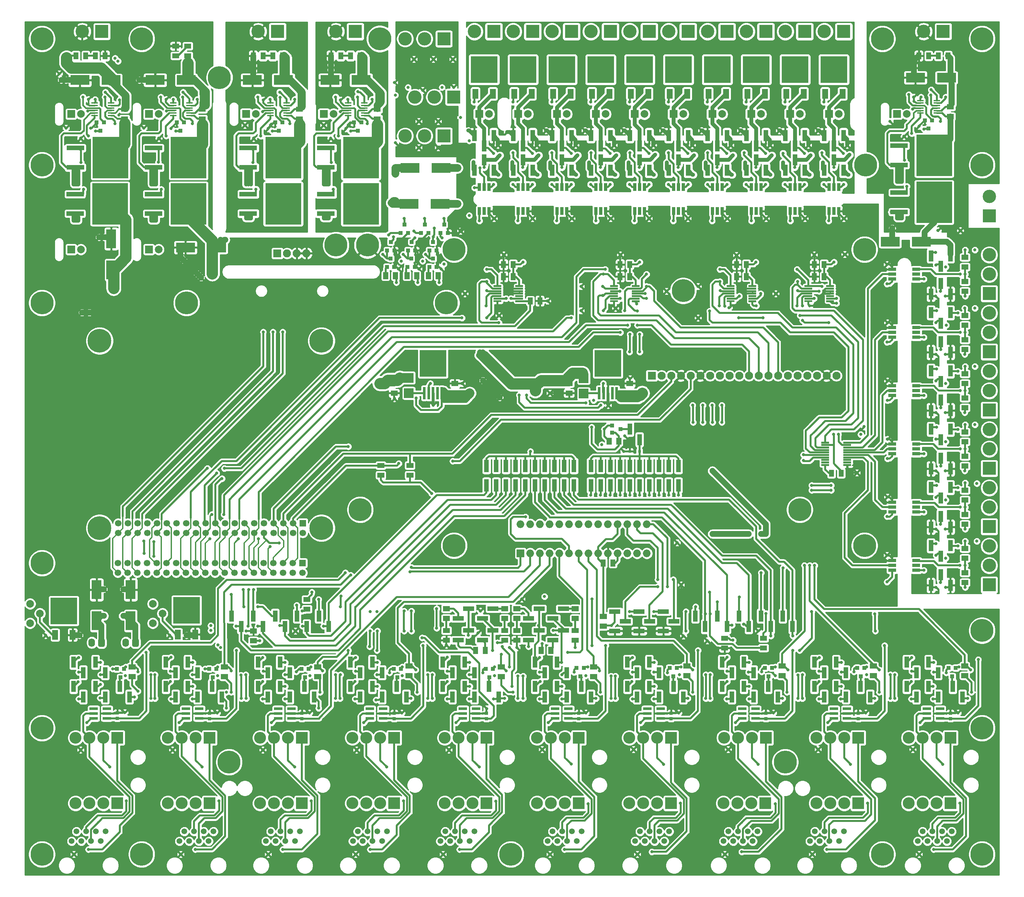
<source format=gtl>
G04 #@! TF.GenerationSoftware,KiCad,Pcbnew,(5.1.6)-1*
G04 #@! TF.CreationDate,2023-01-22T17:07:02+01:00*
G04 #@! TF.ProjectId,central-control-unit,63656e74-7261-46c2-9d63-6f6e74726f6c,rev?*
G04 #@! TF.SameCoordinates,Original*
G04 #@! TF.FileFunction,Copper,L1,Top*
G04 #@! TF.FilePolarity,Positive*
%FSLAX46Y46*%
G04 Gerber Fmt 4.6, Leading zero omitted, Abs format (unit mm)*
G04 Created by KiCad (PCBNEW (5.1.6)-1) date 2023-01-22 17:07:02*
%MOMM*%
%LPD*%
G01*
G04 APERTURE LIST*
G04 #@! TA.AperFunction,ComponentPad*
%ADD10C,0.800000*%
G04 #@! TD*
G04 #@! TA.AperFunction,ComponentPad*
%ADD11C,6.000000*%
G04 #@! TD*
G04 #@! TA.AperFunction,ComponentPad*
%ADD12R,3.500000X3.500000*%
G04 #@! TD*
G04 #@! TA.AperFunction,ComponentPad*
%ADD13C,3.500000*%
G04 #@! TD*
G04 #@! TA.AperFunction,SMDPad,CuDef*
%ADD14R,1.000000X1.000000*%
G04 #@! TD*
G04 #@! TA.AperFunction,SMDPad,CuDef*
%ADD15C,0.100000*%
G04 #@! TD*
G04 #@! TA.AperFunction,SMDPad,CuDef*
%ADD16R,2.500000X5.000000*%
G04 #@! TD*
G04 #@! TA.AperFunction,SMDPad,CuDef*
%ADD17R,3.000000X1.250000*%
G04 #@! TD*
G04 #@! TA.AperFunction,SMDPad,CuDef*
%ADD18R,1.250000X3.000000*%
G04 #@! TD*
G04 #@! TA.AperFunction,ComponentPad*
%ADD19C,2.000000*%
G04 #@! TD*
G04 #@! TA.AperFunction,SMDPad,CuDef*
%ADD20R,1.500000X2.500000*%
G04 #@! TD*
G04 #@! TA.AperFunction,SMDPad,CuDef*
%ADD21R,7.000000X7.000000*%
G04 #@! TD*
G04 #@! TA.AperFunction,ComponentPad*
%ADD22O,1.740000X2.190000*%
G04 #@! TD*
G04 #@! TA.AperFunction,ComponentPad*
%ADD23C,2.100000*%
G04 #@! TD*
G04 #@! TA.AperFunction,ComponentPad*
%ADD24R,2.100000X2.100000*%
G04 #@! TD*
G04 #@! TA.AperFunction,ComponentPad*
%ADD25C,1.700000*%
G04 #@! TD*
G04 #@! TA.AperFunction,ComponentPad*
%ADD26R,1.700000X1.700000*%
G04 #@! TD*
G04 #@! TA.AperFunction,ComponentPad*
%ADD27C,6.200000*%
G04 #@! TD*
G04 #@! TA.AperFunction,ComponentPad*
%ADD28O,2.100000X2.100000*%
G04 #@! TD*
G04 #@! TA.AperFunction,ComponentPad*
%ADD29O,2.000000X2.000000*%
G04 #@! TD*
G04 #@! TA.AperFunction,ComponentPad*
%ADD30R,2.000000X2.000000*%
G04 #@! TD*
G04 #@! TA.AperFunction,SMDPad,CuDef*
%ADD31R,1.300000X3.300000*%
G04 #@! TD*
G04 #@! TA.AperFunction,SMDPad,CuDef*
%ADD32R,1.300000X3.250000*%
G04 #@! TD*
G04 #@! TA.AperFunction,SMDPad,CuDef*
%ADD33R,2.000000X0.500000*%
G04 #@! TD*
G04 #@! TA.AperFunction,SMDPad,CuDef*
%ADD34R,0.750000X3.200000*%
G04 #@! TD*
G04 #@! TA.AperFunction,SMDPad,CuDef*
%ADD35R,5.000000X2.500000*%
G04 #@! TD*
G04 #@! TA.AperFunction,SMDPad,CuDef*
%ADD36R,1.700000X0.450000*%
G04 #@! TD*
G04 #@! TA.AperFunction,SMDPad,CuDef*
%ADD37R,0.900000X0.900000*%
G04 #@! TD*
G04 #@! TA.AperFunction,ComponentPad*
%ADD38O,3.100000X3.100000*%
G04 #@! TD*
G04 #@! TA.AperFunction,ComponentPad*
%ADD39R,3.100000X3.100000*%
G04 #@! TD*
G04 #@! TA.AperFunction,SMDPad,CuDef*
%ADD40R,2.000000X0.900000*%
G04 #@! TD*
G04 #@! TA.AperFunction,SMDPad,CuDef*
%ADD41R,0.900000X2.000000*%
G04 #@! TD*
G04 #@! TA.AperFunction,SMDPad,CuDef*
%ADD42R,9.400000X10.800000*%
G04 #@! TD*
G04 #@! TA.AperFunction,SMDPad,CuDef*
%ADD43R,4.600000X1.250000*%
G04 #@! TD*
G04 #@! TA.AperFunction,ComponentPad*
%ADD44C,1.500000*%
G04 #@! TD*
G04 #@! TA.AperFunction,SMDPad,CuDef*
%ADD45R,2.200000X0.800000*%
G04 #@! TD*
G04 #@! TA.AperFunction,SMDPad,CuDef*
%ADD46R,0.800000X0.800000*%
G04 #@! TD*
G04 #@! TA.AperFunction,SMDPad,CuDef*
%ADD47R,2.500000X2.500000*%
G04 #@! TD*
G04 #@! TA.AperFunction,Conductor*
%ADD48C,0.500000*%
G04 #@! TD*
G04 #@! TA.AperFunction,Conductor*
%ADD49C,0.450000*%
G04 #@! TD*
G04 #@! TA.AperFunction,Conductor*
%ADD50C,0.250000*%
G04 #@! TD*
G04 #@! TA.AperFunction,Conductor*
%ADD51C,0.750000*%
G04 #@! TD*
G04 #@! TA.AperFunction,Conductor*
%ADD52C,1.500000*%
G04 #@! TD*
G04 #@! TA.AperFunction,Conductor*
%ADD53C,1.000000*%
G04 #@! TD*
G04 #@! TA.AperFunction,Conductor*
%ADD54C,2.000000*%
G04 #@! TD*
G04 #@! TA.AperFunction,Conductor*
%ADD55C,0.350000*%
G04 #@! TD*
G04 #@! TA.AperFunction,Conductor*
%ADD56C,3.000000*%
G04 #@! TD*
G04 #@! TA.AperFunction,Conductor*
%ADD57C,2.500000*%
G04 #@! TD*
G04 #@! TA.AperFunction,Conductor*
%ADD58C,0.254000*%
G04 #@! TD*
G04 APERTURE END LIST*
D10*
X172148500Y-126746000D03*
X126428500Y-127000000D03*
X104203500Y-123952000D03*
X145478500Y-122428000D03*
X130111500Y-115824000D03*
X59626500Y-93218000D03*
X35369500Y-97028000D03*
X161607500Y-120142000D03*
X166052500Y-120142000D03*
X166052500Y-115443000D03*
X161607500Y-115443000D03*
X163893500Y-117856000D03*
X118173500Y-117856000D03*
X115887500Y-120396000D03*
X120332500Y-120396000D03*
X120332500Y-115570000D03*
X115887500Y-115570000D03*
D11*
X121602500Y-102108000D03*
D10*
X245427500Y-211963000D03*
X221297500Y-211963000D03*
X197167500Y-211963000D03*
X172402500Y-211963000D03*
X148272500Y-211963000D03*
X124142500Y-211963000D03*
X100012500Y-211963000D03*
X75882500Y-211963000D03*
X51752500Y-211963000D03*
X27622500Y-211963000D03*
D12*
X120967500Y-58420000D03*
D13*
X115887500Y-58420000D03*
X110807500Y-58420000D03*
X115887500Y-33020000D03*
D12*
X120967500Y-33020000D03*
D13*
X110807500Y-33020000D03*
D12*
X123507500Y-48260000D03*
D13*
X118427500Y-48260000D03*
X113347500Y-48260000D03*
D10*
X113093500Y-38354000D03*
X118173500Y-38354000D03*
X123253500Y-38354000D03*
X123507500Y-45720000D03*
X115379500Y-46482000D03*
X108013500Y-44450000D03*
X114363500Y-54610000D03*
X119443500Y-54610000D03*
X125285500Y-53594000D03*
X108267500Y-60198000D03*
X119443500Y-61468000D03*
X114363500Y-61468000D03*
X125285500Y-83312000D03*
X120205500Y-93218000D03*
X114363500Y-93218000D03*
X109029500Y-93218000D03*
X113347500Y-85090000D03*
X120459500Y-45720000D03*
X111569500Y-45720000D03*
X108267500Y-47752000D03*
X127571500Y-59690000D03*
X127571500Y-79248000D03*
X118427500Y-82550000D03*
X118173500Y-84836000D03*
X120967500Y-91948000D03*
X115379500Y-91186000D03*
X109791500Y-91186000D03*
X108267500Y-68326000D03*
X108267500Y-66802000D03*
X124523500Y-66802000D03*
X123253500Y-66802000D03*
X107251500Y-75946000D03*
X108267500Y-75438000D03*
X124523500Y-76200000D03*
X123253500Y-76200000D03*
X120967500Y-80010000D03*
X107759500Y-84836000D03*
X110553500Y-80010000D03*
X115887500Y-80010000D03*
X108521500Y-96774000D03*
X114109500Y-96774000D03*
X119697500Y-96774000D03*
X106489500Y-84328000D03*
X113093500Y-83312000D03*
X120459500Y-85090000D03*
X104965500Y-89408000D03*
X110299500Y-89408000D03*
X116141500Y-89408000D03*
D14*
X121033500Y-81620000D03*
X121983500Y-83820000D03*
X120083500Y-83820000D03*
X115953500Y-81620000D03*
X116903500Y-83820000D03*
X115003500Y-83820000D03*
X110619500Y-81620000D03*
X111569500Y-83820000D03*
X109669500Y-83820000D03*
D10*
X64071500Y-203962000D03*
X60007500Y-187833000D03*
X62547500Y-192278000D03*
X159575500Y-134620000D03*
X168211500Y-136906000D03*
X162877500Y-135128000D03*
X162242500Y-139192000D03*
X258635500Y-198120000D03*
X258889500Y-203962000D03*
X255587500Y-197358000D03*
X234759500Y-203962000D03*
X234759500Y-198120000D03*
X231457500Y-197358000D03*
X210883500Y-198120000D03*
X207581500Y-197358000D03*
X210629500Y-203962000D03*
X185991500Y-198120000D03*
X185991500Y-203962000D03*
X182943500Y-197358000D03*
X161861500Y-203962000D03*
X161607500Y-198374000D03*
X158559500Y-197358000D03*
X113982500Y-203962000D03*
X110045500Y-197358000D03*
X110045500Y-199644000D03*
X139001500Y-203962000D03*
X137223500Y-198374000D03*
X134175500Y-197358000D03*
X134175500Y-199644000D03*
X85915500Y-199644000D03*
X88582500Y-203962000D03*
X65341500Y-203962000D03*
X61912500Y-191643000D03*
X60007500Y-186563000D03*
X40957500Y-203708000D03*
X89217500Y-198374000D03*
X86169500Y-197358000D03*
X40957500Y-198628000D03*
X61785500Y-197358000D03*
X65341500Y-198374000D03*
X37782500Y-197358000D03*
G04 #@! TA.AperFunction,SMDPad,CuDef*
D15*
G36*
X112723500Y-197754000D02*
G01*
X110923500Y-197754000D01*
X110923500Y-196454000D01*
X112723500Y-196454000D01*
X112723500Y-197754000D01*
G37*
G04 #@! TD.AperFunction*
G04 #@! TA.AperFunction,SMDPad,CuDef*
G36*
X112723500Y-200294000D02*
G01*
X110923500Y-200294000D01*
X110923500Y-198994000D01*
X112723500Y-198994000D01*
X112723500Y-200294000D01*
G37*
G04 #@! TD.AperFunction*
G04 #@! TA.AperFunction,SMDPad,CuDef*
G36*
X40333500Y-198008000D02*
G01*
X38533500Y-198008000D01*
X38533500Y-196708000D01*
X40333500Y-196708000D01*
X40333500Y-198008000D01*
G37*
G04 #@! TD.AperFunction*
G04 #@! TA.AperFunction,SMDPad,CuDef*
G36*
X40333500Y-200548000D02*
G01*
X38533500Y-200548000D01*
X38533500Y-199248000D01*
X40333500Y-199248000D01*
X40333500Y-200548000D01*
G37*
G04 #@! TD.AperFunction*
G04 #@! TA.AperFunction,SMDPad,CuDef*
G36*
X64463500Y-198008000D02*
G01*
X62663500Y-198008000D01*
X62663500Y-196708000D01*
X64463500Y-196708000D01*
X64463500Y-198008000D01*
G37*
G04 #@! TD.AperFunction*
G04 #@! TA.AperFunction,SMDPad,CuDef*
G36*
X64463500Y-200548000D02*
G01*
X62663500Y-200548000D01*
X62663500Y-199248000D01*
X64463500Y-199248000D01*
X64463500Y-200548000D01*
G37*
G04 #@! TD.AperFunction*
G04 #@! TA.AperFunction,SMDPad,CuDef*
G36*
X88847500Y-198008000D02*
G01*
X87047500Y-198008000D01*
X87047500Y-196708000D01*
X88847500Y-196708000D01*
X88847500Y-198008000D01*
G37*
G04 #@! TD.AperFunction*
G04 #@! TA.AperFunction,SMDPad,CuDef*
G36*
X88847500Y-200548000D02*
G01*
X87047500Y-200548000D01*
X87047500Y-199248000D01*
X88847500Y-199248000D01*
X88847500Y-200548000D01*
G37*
G04 #@! TD.AperFunction*
G04 #@! TA.AperFunction,SMDPad,CuDef*
G36*
X136853500Y-198008000D02*
G01*
X135053500Y-198008000D01*
X135053500Y-196708000D01*
X136853500Y-196708000D01*
X136853500Y-198008000D01*
G37*
G04 #@! TD.AperFunction*
G04 #@! TA.AperFunction,SMDPad,CuDef*
G36*
X136853500Y-200548000D02*
G01*
X135053500Y-200548000D01*
X135053500Y-199248000D01*
X136853500Y-199248000D01*
X136853500Y-200548000D01*
G37*
G04 #@! TD.AperFunction*
G04 #@! TA.AperFunction,SMDPad,CuDef*
G36*
X160983500Y-198008000D02*
G01*
X159183500Y-198008000D01*
X159183500Y-196708000D01*
X160983500Y-196708000D01*
X160983500Y-198008000D01*
G37*
G04 #@! TD.AperFunction*
G04 #@! TA.AperFunction,SMDPad,CuDef*
G36*
X160983500Y-200548000D02*
G01*
X159183500Y-200548000D01*
X159183500Y-199248000D01*
X160983500Y-199248000D01*
X160983500Y-200548000D01*
G37*
G04 #@! TD.AperFunction*
G04 #@! TA.AperFunction,SMDPad,CuDef*
G36*
X185367500Y-197754000D02*
G01*
X183567500Y-197754000D01*
X183567500Y-196454000D01*
X185367500Y-196454000D01*
X185367500Y-197754000D01*
G37*
G04 #@! TD.AperFunction*
G04 #@! TA.AperFunction,SMDPad,CuDef*
G36*
X185367500Y-200294000D02*
G01*
X183567500Y-200294000D01*
X183567500Y-198994000D01*
X185367500Y-198994000D01*
X185367500Y-200294000D01*
G37*
G04 #@! TD.AperFunction*
G04 #@! TA.AperFunction,SMDPad,CuDef*
G36*
X210259500Y-197754000D02*
G01*
X208459500Y-197754000D01*
X208459500Y-196454000D01*
X210259500Y-196454000D01*
X210259500Y-197754000D01*
G37*
G04 #@! TD.AperFunction*
G04 #@! TA.AperFunction,SMDPad,CuDef*
G36*
X210259500Y-200294000D02*
G01*
X208459500Y-200294000D01*
X208459500Y-198994000D01*
X210259500Y-198994000D01*
X210259500Y-200294000D01*
G37*
G04 #@! TD.AperFunction*
G04 #@! TA.AperFunction,SMDPad,CuDef*
G36*
X234135500Y-197754000D02*
G01*
X232335500Y-197754000D01*
X232335500Y-196454000D01*
X234135500Y-196454000D01*
X234135500Y-197754000D01*
G37*
G04 #@! TD.AperFunction*
G04 #@! TA.AperFunction,SMDPad,CuDef*
G36*
X234135500Y-200294000D02*
G01*
X232335500Y-200294000D01*
X232335500Y-198994000D01*
X234135500Y-198994000D01*
X234135500Y-200294000D01*
G37*
G04 #@! TD.AperFunction*
G04 #@! TA.AperFunction,SMDPad,CuDef*
G36*
X258011500Y-197754000D02*
G01*
X256211500Y-197754000D01*
X256211500Y-196454000D01*
X258011500Y-196454000D01*
X258011500Y-197754000D01*
G37*
G04 #@! TD.AperFunction*
G04 #@! TA.AperFunction,SMDPad,CuDef*
G36*
X258011500Y-200294000D02*
G01*
X256211500Y-200294000D01*
X256211500Y-198994000D01*
X258011500Y-198994000D01*
X258011500Y-200294000D01*
G37*
G04 #@! TD.AperFunction*
D14*
X108775500Y-200082000D03*
X107825500Y-197882000D03*
X109725500Y-197882000D03*
X36385500Y-200082000D03*
X35435500Y-197882000D03*
X37335500Y-197882000D03*
X84645500Y-200082000D03*
X83695500Y-197882000D03*
X85595500Y-197882000D03*
X60515500Y-200082000D03*
X59565500Y-197882000D03*
X61465500Y-197882000D03*
X167125500Y-135128000D03*
X164925500Y-136078000D03*
X164925500Y-134178000D03*
X132839500Y-200066000D03*
X131889500Y-197866000D03*
X133789500Y-197866000D03*
X156593500Y-199812000D03*
X155643500Y-197612000D03*
X157543500Y-197612000D03*
X180911500Y-199828000D03*
X179961500Y-197628000D03*
X181861500Y-197628000D03*
X205803500Y-199828000D03*
X204853500Y-197628000D03*
X206753500Y-197628000D03*
X229933500Y-199828000D03*
X228983500Y-197628000D03*
X230883500Y-197628000D03*
X253809500Y-199828000D03*
X252859500Y-197628000D03*
X254759500Y-197628000D03*
D10*
X176847500Y-174498000D03*
X180911500Y-174498000D03*
X179387500Y-176403000D03*
X176847500Y-176403000D03*
X32067500Y-184023000D03*
X37147500Y-184023000D03*
X25717500Y-189103000D03*
D16*
X30162500Y-185293000D03*
X30162500Y-177165000D03*
X39052500Y-185293000D03*
X39052500Y-177165000D03*
G04 #@! TA.AperFunction,SMDPad,CuDef*
D15*
G36*
X71770000Y-36565000D02*
G01*
X71770000Y-38365000D01*
X70470000Y-38365000D01*
X70470000Y-36565000D01*
X71770000Y-36565000D01*
G37*
G04 #@! TD.AperFunction*
G04 #@! TA.AperFunction,SMDPad,CuDef*
G36*
X74310000Y-36565000D02*
G01*
X74310000Y-38365000D01*
X73010000Y-38365000D01*
X73010000Y-36565000D01*
X74310000Y-36565000D01*
G37*
G04 #@! TD.AperFunction*
G04 #@! TA.AperFunction,SMDPad,CuDef*
G36*
X31735000Y-38365000D02*
G01*
X31735000Y-36565000D01*
X33035000Y-36565000D01*
X33035000Y-38365000D01*
X31735000Y-38365000D01*
G37*
G04 #@! TD.AperFunction*
G04 #@! TA.AperFunction,SMDPad,CuDef*
G36*
X29195000Y-38365000D02*
G01*
X29195000Y-36565000D01*
X30495000Y-36565000D01*
X30495000Y-38365000D01*
X29195000Y-38365000D01*
G37*
G04 #@! TD.AperFunction*
G04 #@! TA.AperFunction,SMDPad,CuDef*
G36*
X51700000Y-35575000D02*
G01*
X49900000Y-35575000D01*
X49900000Y-34275000D01*
X51700000Y-34275000D01*
X51700000Y-35575000D01*
G37*
G04 #@! TD.AperFunction*
G04 #@! TA.AperFunction,SMDPad,CuDef*
G36*
X51700000Y-38115000D02*
G01*
X49900000Y-38115000D01*
X49900000Y-36815000D01*
X51700000Y-36815000D01*
X51700000Y-38115000D01*
G37*
G04 #@! TD.AperFunction*
G04 #@! TA.AperFunction,SMDPad,CuDef*
G36*
X245760000Y-36565000D02*
G01*
X245760000Y-38365000D01*
X244460000Y-38365000D01*
X244460000Y-36565000D01*
X245760000Y-36565000D01*
G37*
G04 #@! TD.AperFunction*
G04 #@! TA.AperFunction,SMDPad,CuDef*
G36*
X248300000Y-36565000D02*
G01*
X248300000Y-38365000D01*
X247000000Y-38365000D01*
X247000000Y-36565000D01*
X248300000Y-36565000D01*
G37*
G04 #@! TD.AperFunction*
G04 #@! TA.AperFunction,SMDPad,CuDef*
G36*
X152770000Y-125080000D02*
G01*
X154570000Y-125080000D01*
X154570000Y-126380000D01*
X152770000Y-126380000D01*
X152770000Y-125080000D01*
G37*
G04 #@! TD.AperFunction*
G04 #@! TA.AperFunction,SMDPad,CuDef*
G36*
X152770000Y-122540000D02*
G01*
X154570000Y-122540000D01*
X154570000Y-123840000D01*
X152770000Y-123840000D01*
X152770000Y-122540000D01*
G37*
G04 #@! TD.AperFunction*
G04 #@! TA.AperFunction,SMDPad,CuDef*
G36*
X107050000Y-125080000D02*
G01*
X108850000Y-125080000D01*
X108850000Y-126380000D01*
X107050000Y-126380000D01*
X107050000Y-125080000D01*
G37*
G04 #@! TD.AperFunction*
G04 #@! TA.AperFunction,SMDPad,CuDef*
G36*
X107050000Y-122540000D02*
G01*
X108850000Y-122540000D01*
X108850000Y-123840000D01*
X107050000Y-123840000D01*
X107050000Y-122540000D01*
G37*
G04 #@! TD.AperFunction*
G04 #@! TA.AperFunction,SMDPad,CuDef*
G36*
X170445000Y-123840000D02*
G01*
X168645000Y-123840000D01*
X168645000Y-122540000D01*
X170445000Y-122540000D01*
X170445000Y-123840000D01*
G37*
G04 #@! TD.AperFunction*
G04 #@! TA.AperFunction,SMDPad,CuDef*
G36*
X170445000Y-126380000D02*
G01*
X168645000Y-126380000D01*
X168645000Y-125080000D01*
X170445000Y-125080000D01*
X170445000Y-126380000D01*
G37*
G04 #@! TD.AperFunction*
G04 #@! TA.AperFunction,SMDPad,CuDef*
G36*
X124725000Y-123840000D02*
G01*
X122925000Y-123840000D01*
X122925000Y-122540000D01*
X124725000Y-122540000D01*
X124725000Y-123840000D01*
G37*
G04 #@! TD.AperFunction*
G04 #@! TA.AperFunction,SMDPad,CuDef*
G36*
X124725000Y-126380000D02*
G01*
X122925000Y-126380000D01*
X122925000Y-125080000D01*
X124725000Y-125080000D01*
X124725000Y-126380000D01*
G37*
G04 #@! TD.AperFunction*
G04 #@! TA.AperFunction,SMDPad,CuDef*
G36*
X92090000Y-36565000D02*
G01*
X92090000Y-38365000D01*
X90790000Y-38365000D01*
X90790000Y-36565000D01*
X92090000Y-36565000D01*
G37*
G04 #@! TD.AperFunction*
G04 #@! TA.AperFunction,SMDPad,CuDef*
G36*
X94630000Y-36565000D02*
G01*
X94630000Y-38365000D01*
X93330000Y-38365000D01*
X93330000Y-36565000D01*
X94630000Y-36565000D01*
G37*
G04 #@! TD.AperFunction*
G04 #@! TA.AperFunction,SMDPad,CuDef*
G36*
X138415000Y-96150000D02*
G01*
X138415000Y-94350000D01*
X139715000Y-94350000D01*
X139715000Y-96150000D01*
X138415000Y-96150000D01*
G37*
G04 #@! TD.AperFunction*
G04 #@! TA.AperFunction,SMDPad,CuDef*
G36*
X135875000Y-96150000D02*
G01*
X135875000Y-94350000D01*
X137175000Y-94350000D01*
X137175000Y-96150000D01*
X135875000Y-96150000D01*
G37*
G04 #@! TD.AperFunction*
G04 #@! TA.AperFunction,SMDPad,CuDef*
G36*
X199375000Y-96150000D02*
G01*
X199375000Y-94350000D01*
X200675000Y-94350000D01*
X200675000Y-96150000D01*
X199375000Y-96150000D01*
G37*
G04 #@! TD.AperFunction*
G04 #@! TA.AperFunction,SMDPad,CuDef*
G36*
X196835000Y-96150000D02*
G01*
X196835000Y-94350000D01*
X198135000Y-94350000D01*
X198135000Y-96150000D01*
X196835000Y-96150000D01*
G37*
G04 #@! TD.AperFunction*
G04 #@! TA.AperFunction,SMDPad,CuDef*
G36*
X219695000Y-96150000D02*
G01*
X219695000Y-94350000D01*
X220995000Y-94350000D01*
X220995000Y-96150000D01*
X219695000Y-96150000D01*
G37*
G04 #@! TD.AperFunction*
G04 #@! TA.AperFunction,SMDPad,CuDef*
G36*
X217155000Y-96150000D02*
G01*
X217155000Y-94350000D01*
X218455000Y-94350000D01*
X218455000Y-96150000D01*
X217155000Y-96150000D01*
G37*
G04 #@! TD.AperFunction*
G04 #@! TA.AperFunction,SMDPad,CuDef*
G36*
X137175000Y-91175000D02*
G01*
X137175000Y-92975000D01*
X135875000Y-92975000D01*
X135875000Y-91175000D01*
X137175000Y-91175000D01*
G37*
G04 #@! TD.AperFunction*
G04 #@! TA.AperFunction,SMDPad,CuDef*
G36*
X139715000Y-91175000D02*
G01*
X139715000Y-92975000D01*
X138415000Y-92975000D01*
X138415000Y-91175000D01*
X139715000Y-91175000D01*
G37*
G04 #@! TD.AperFunction*
G04 #@! TA.AperFunction,SMDPad,CuDef*
G36*
X198135000Y-91175000D02*
G01*
X198135000Y-92975000D01*
X196835000Y-92975000D01*
X196835000Y-91175000D01*
X198135000Y-91175000D01*
G37*
G04 #@! TD.AperFunction*
G04 #@! TA.AperFunction,SMDPad,CuDef*
G36*
X200675000Y-91175000D02*
G01*
X200675000Y-92975000D01*
X199375000Y-92975000D01*
X199375000Y-91175000D01*
X200675000Y-91175000D01*
G37*
G04 #@! TD.AperFunction*
G04 #@! TA.AperFunction,SMDPad,CuDef*
G36*
X218455000Y-91175000D02*
G01*
X218455000Y-92975000D01*
X217155000Y-92975000D01*
X217155000Y-91175000D01*
X218455000Y-91175000D01*
G37*
G04 #@! TD.AperFunction*
G04 #@! TA.AperFunction,SMDPad,CuDef*
G36*
X220995000Y-91175000D02*
G01*
X220995000Y-92975000D01*
X219695000Y-92975000D01*
X219695000Y-91175000D01*
X220995000Y-91175000D01*
G37*
G04 #@! TD.AperFunction*
G04 #@! TA.AperFunction,SMDPad,CuDef*
G36*
X168895000Y-96150000D02*
G01*
X168895000Y-94350000D01*
X170195000Y-94350000D01*
X170195000Y-96150000D01*
X168895000Y-96150000D01*
G37*
G04 #@! TD.AperFunction*
G04 #@! TA.AperFunction,SMDPad,CuDef*
G36*
X166355000Y-96150000D02*
G01*
X166355000Y-94350000D01*
X167655000Y-94350000D01*
X167655000Y-96150000D01*
X166355000Y-96150000D01*
G37*
G04 #@! TD.AperFunction*
G04 #@! TA.AperFunction,SMDPad,CuDef*
G36*
X167655000Y-91175000D02*
G01*
X167655000Y-92975000D01*
X166355000Y-92975000D01*
X166355000Y-91175000D01*
X167655000Y-91175000D01*
G37*
G04 #@! TD.AperFunction*
G04 #@! TA.AperFunction,SMDPad,CuDef*
G36*
X170195000Y-91175000D02*
G01*
X170195000Y-92975000D01*
X168895000Y-92975000D01*
X168895000Y-91175000D01*
X170195000Y-91175000D01*
G37*
G04 #@! TD.AperFunction*
G04 #@! TA.AperFunction,SMDPad,CuDef*
G36*
X193410000Y-191755000D02*
G01*
X195210000Y-191755000D01*
X195210000Y-193055000D01*
X193410000Y-193055000D01*
X193410000Y-191755000D01*
G37*
G04 #@! TD.AperFunction*
G04 #@! TA.AperFunction,SMDPad,CuDef*
G36*
X193410000Y-189215000D02*
G01*
X195210000Y-189215000D01*
X195210000Y-190515000D01*
X193410000Y-190515000D01*
X193410000Y-189215000D01*
G37*
G04 #@! TD.AperFunction*
G04 #@! TA.AperFunction,SMDPad,CuDef*
G36*
X72020000Y-188610000D02*
G01*
X70220000Y-188610000D01*
X70220000Y-187310000D01*
X72020000Y-187310000D01*
X72020000Y-188610000D01*
G37*
G04 #@! TD.AperFunction*
G04 #@! TA.AperFunction,SMDPad,CuDef*
G36*
X72020000Y-191150000D02*
G01*
X70220000Y-191150000D01*
X70220000Y-189850000D01*
X72020000Y-189850000D01*
X72020000Y-191150000D01*
G37*
G04 #@! TD.AperFunction*
D10*
X51752500Y-184658000D03*
X56197500Y-184658000D03*
X56197500Y-180848000D03*
X51752500Y-180848000D03*
X19367500Y-184658000D03*
X23812500Y-184658000D03*
X23812500Y-180848000D03*
X19367500Y-180848000D03*
X28257500Y-104648000D03*
X26352500Y-104648000D03*
X63817500Y-85598000D03*
X62547500Y-85598000D03*
X44386500Y-205613000D03*
D11*
X104203500Y-33020000D03*
X261620000Y-187833000D03*
D10*
X52895500Y-90932000D03*
X57467500Y-95504000D03*
X143065500Y-192024000D03*
X146621500Y-191262000D03*
X135953500Y-194056000D03*
X138112500Y-192278000D03*
X138747500Y-202438000D03*
X136207500Y-192024000D03*
X138112500Y-197358000D03*
X153352500Y-193548000D03*
X115252500Y-189738000D03*
X119062500Y-187198000D03*
X119062500Y-182118000D03*
X129857500Y-188468000D03*
X141287500Y-179578000D03*
X130492500Y-182753000D03*
X140017500Y-192278000D03*
X121602500Y-191643000D03*
X155257500Y-192278000D03*
X134937500Y-191008000D03*
X145732500Y-186563000D03*
X149542500Y-187833000D03*
X127317500Y-189103000D03*
X133667500Y-193040000D03*
G04 #@! TA.AperFunction,SMDPad,CuDef*
D15*
G36*
X120702500Y-189723000D02*
G01*
X122502500Y-189723000D01*
X122502500Y-191023000D01*
X120702500Y-191023000D01*
X120702500Y-189723000D01*
G37*
G04 #@! TD.AperFunction*
G04 #@! TA.AperFunction,SMDPad,CuDef*
G36*
X120702500Y-187183000D02*
G01*
X122502500Y-187183000D01*
X122502500Y-188483000D01*
X120702500Y-188483000D01*
X120702500Y-187183000D01*
G37*
G04 #@! TD.AperFunction*
G04 #@! TA.AperFunction,SMDPad,CuDef*
G36*
X120702500Y-184008000D02*
G01*
X122502500Y-184008000D01*
X122502500Y-185308000D01*
X120702500Y-185308000D01*
X120702500Y-184008000D01*
G37*
G04 #@! TD.AperFunction*
G04 #@! TA.AperFunction,SMDPad,CuDef*
G36*
X120702500Y-181468000D02*
G01*
X122502500Y-181468000D01*
X122502500Y-182768000D01*
X120702500Y-182768000D01*
X120702500Y-181468000D01*
G37*
G04 #@! TD.AperFunction*
G04 #@! TA.AperFunction,SMDPad,CuDef*
G36*
X129872500Y-192140000D02*
G01*
X129872500Y-193940000D01*
X128572500Y-193940000D01*
X128572500Y-192140000D01*
X129872500Y-192140000D01*
G37*
G04 #@! TD.AperFunction*
G04 #@! TA.AperFunction,SMDPad,CuDef*
G36*
X132412500Y-192140000D02*
G01*
X132412500Y-193940000D01*
X131112500Y-193940000D01*
X131112500Y-192140000D01*
X132412500Y-192140000D01*
G37*
G04 #@! TD.AperFunction*
G04 #@! TA.AperFunction,SMDPad,CuDef*
G36*
X137742500Y-182768000D02*
G01*
X135942500Y-182768000D01*
X135942500Y-181468000D01*
X137742500Y-181468000D01*
X137742500Y-182768000D01*
G37*
G04 #@! TD.AperFunction*
G04 #@! TA.AperFunction,SMDPad,CuDef*
G36*
X137742500Y-185308000D02*
G01*
X135942500Y-185308000D01*
X135942500Y-184008000D01*
X137742500Y-184008000D01*
X137742500Y-185308000D01*
G37*
G04 #@! TD.AperFunction*
G04 #@! TA.AperFunction,SMDPad,CuDef*
G36*
X137742500Y-188483000D02*
G01*
X135942500Y-188483000D01*
X135942500Y-187183000D01*
X137742500Y-187183000D01*
X137742500Y-188483000D01*
G37*
G04 #@! TD.AperFunction*
G04 #@! TA.AperFunction,SMDPad,CuDef*
G36*
X137742500Y-191023000D02*
G01*
X135942500Y-191023000D01*
X135942500Y-189723000D01*
X137742500Y-189723000D01*
X137742500Y-191023000D01*
G37*
G04 #@! TD.AperFunction*
G04 #@! TA.AperFunction,SMDPad,CuDef*
G36*
X139117500Y-189723000D02*
G01*
X140917500Y-189723000D01*
X140917500Y-191023000D01*
X139117500Y-191023000D01*
X139117500Y-189723000D01*
G37*
G04 #@! TD.AperFunction*
G04 #@! TA.AperFunction,SMDPad,CuDef*
G36*
X139117500Y-187183000D02*
G01*
X140917500Y-187183000D01*
X140917500Y-188483000D01*
X139117500Y-188483000D01*
X139117500Y-187183000D01*
G37*
G04 #@! TD.AperFunction*
G04 #@! TA.AperFunction,SMDPad,CuDef*
G36*
X139117500Y-184008000D02*
G01*
X140917500Y-184008000D01*
X140917500Y-185308000D01*
X139117500Y-185308000D01*
X139117500Y-184008000D01*
G37*
G04 #@! TD.AperFunction*
G04 #@! TA.AperFunction,SMDPad,CuDef*
G36*
X139117500Y-181468000D02*
G01*
X140917500Y-181468000D01*
X140917500Y-182768000D01*
X139117500Y-182768000D01*
X139117500Y-181468000D01*
G37*
G04 #@! TD.AperFunction*
G04 #@! TA.AperFunction,SMDPad,CuDef*
G36*
X147017500Y-192140000D02*
G01*
X147017500Y-193940000D01*
X145717500Y-193940000D01*
X145717500Y-192140000D01*
X147017500Y-192140000D01*
G37*
G04 #@! TD.AperFunction*
G04 #@! TA.AperFunction,SMDPad,CuDef*
G36*
X149557500Y-192140000D02*
G01*
X149557500Y-193940000D01*
X148257500Y-193940000D01*
X148257500Y-192140000D01*
X149557500Y-192140000D01*
G37*
G04 #@! TD.AperFunction*
G04 #@! TA.AperFunction,SMDPad,CuDef*
G36*
X156157500Y-182768000D02*
G01*
X154357500Y-182768000D01*
X154357500Y-181468000D01*
X156157500Y-181468000D01*
X156157500Y-182768000D01*
G37*
G04 #@! TD.AperFunction*
G04 #@! TA.AperFunction,SMDPad,CuDef*
G36*
X156157500Y-185308000D02*
G01*
X154357500Y-185308000D01*
X154357500Y-184008000D01*
X156157500Y-184008000D01*
X156157500Y-185308000D01*
G37*
G04 #@! TD.AperFunction*
G04 #@! TA.AperFunction,SMDPad,CuDef*
G36*
X156157500Y-188483000D02*
G01*
X154357500Y-188483000D01*
X154357500Y-187183000D01*
X156157500Y-187183000D01*
X156157500Y-188483000D01*
G37*
G04 #@! TD.AperFunction*
G04 #@! TA.AperFunction,SMDPad,CuDef*
G36*
X156157500Y-191023000D02*
G01*
X154357500Y-191023000D01*
X154357500Y-189723000D01*
X156157500Y-189723000D01*
X156157500Y-191023000D01*
G37*
G04 #@! TD.AperFunction*
D17*
X127422500Y-182118000D03*
X124672500Y-184658000D03*
X124672500Y-190373000D03*
X127422500Y-187833000D03*
X133772500Y-187833000D03*
X131022500Y-190373000D03*
X133772500Y-182118000D03*
X131022500Y-184658000D03*
X145837500Y-182118000D03*
X143087500Y-184658000D03*
X143087500Y-190373000D03*
X145837500Y-187833000D03*
X152187500Y-187833000D03*
X149437500Y-190373000D03*
X152187500Y-182118000D03*
X149437500Y-184658000D03*
D10*
X246062500Y-72263000D03*
X249237500Y-72263000D03*
X249237500Y-76073000D03*
X246062500Y-76073000D03*
X246062500Y-79248000D03*
X249237500Y-79248000D03*
X251777500Y-79248000D03*
X251777500Y-76073000D03*
X251777500Y-72263000D03*
X246062500Y-60198000D03*
X249237500Y-60198000D03*
X249237500Y-64008000D03*
X246062500Y-64008000D03*
X246062500Y-67183000D03*
X249237500Y-67183000D03*
X251777500Y-67183000D03*
X251777500Y-64008000D03*
X251777500Y-60198000D03*
X167957500Y-57023000D03*
X220662500Y-43053000D03*
X225107500Y-43053000D03*
X225107500Y-39243000D03*
X220662500Y-39243000D03*
X210502500Y-43053000D03*
X214947500Y-43053000D03*
X214947500Y-39243000D03*
X210502500Y-39243000D03*
X204787500Y-43053000D03*
X200342500Y-43053000D03*
X204787500Y-39243000D03*
X200342500Y-39243000D03*
X190182500Y-43053000D03*
X194627500Y-43053000D03*
X194627500Y-39243000D03*
X190182500Y-39243000D03*
X180022500Y-43053000D03*
X184467500Y-43053000D03*
X184467500Y-39243000D03*
X180022500Y-39243000D03*
X169862500Y-43053000D03*
X174307500Y-43053000D03*
X174307500Y-39243000D03*
X169862500Y-39243000D03*
X159702500Y-43053000D03*
X164147500Y-43053000D03*
X164147500Y-39243000D03*
X159702500Y-39243000D03*
X149542500Y-43053000D03*
X153987500Y-43053000D03*
X153987500Y-39243000D03*
X149542500Y-39243000D03*
X139382500Y-43053000D03*
X143827500Y-43053000D03*
X143827500Y-39243000D03*
X139382500Y-39243000D03*
X129222500Y-43053000D03*
X133667500Y-43053000D03*
X133667500Y-39243000D03*
X129222500Y-39243000D03*
X102552500Y-79883000D03*
X99377500Y-79883000D03*
X96202500Y-79883000D03*
X96202500Y-76073000D03*
X96202500Y-72263000D03*
X99377500Y-72263000D03*
X102552500Y-72263000D03*
X96202500Y-67818000D03*
X99377500Y-67818000D03*
X102552500Y-67818000D03*
X102552500Y-64008000D03*
X99377500Y-64008000D03*
X96202500Y-64008000D03*
X96202500Y-60325000D03*
X99377500Y-60325000D03*
X102298500Y-60325000D03*
X75882500Y-79248000D03*
X79057500Y-79248000D03*
X81597500Y-79248000D03*
X75882500Y-76073000D03*
X75882500Y-72263000D03*
X79057500Y-72263000D03*
X81978500Y-72390000D03*
X75882500Y-67818000D03*
X79057500Y-67818000D03*
X81597500Y-67818000D03*
X81597500Y-64008000D03*
X79057500Y-64008000D03*
X75882500Y-64008000D03*
X75882500Y-60198000D03*
X79057500Y-60198000D03*
X81597500Y-60198000D03*
X30797500Y-79883000D03*
X33972500Y-79883000D03*
X37147500Y-79883000D03*
X37147500Y-76073000D03*
X33972500Y-76073000D03*
X30797500Y-76073000D03*
X30797500Y-72263000D03*
X33972500Y-72263000D03*
X36893500Y-72263000D03*
X30797500Y-67818000D03*
X33972500Y-67818000D03*
X37147500Y-67818000D03*
X37147500Y-64008000D03*
X33972500Y-64008000D03*
X30797500Y-64008000D03*
X30797500Y-60198000D03*
X33972500Y-60198000D03*
X37147500Y-60198000D03*
X51117500Y-79248000D03*
X54292500Y-79248000D03*
X56832500Y-79248000D03*
X56832500Y-76073000D03*
X54292500Y-76073000D03*
X51117500Y-76073000D03*
X51117500Y-71628000D03*
X54292500Y-71755000D03*
X56832500Y-71755000D03*
X54292500Y-67818000D03*
X54292500Y-64008000D03*
X54292500Y-60198000D03*
X51117500Y-64008000D03*
X51117500Y-67818000D03*
X56832500Y-67818000D03*
X56832500Y-64008000D03*
X56832500Y-60198000D03*
X51117500Y-60198000D03*
X22288500Y-37973000D03*
X22288500Y-39370000D03*
X37528500Y-48895000D03*
X32448500Y-46990000D03*
X32321500Y-48260000D03*
X36131500Y-49022000D03*
X29781500Y-48895000D03*
X26606500Y-48260000D03*
X27876500Y-51943000D03*
X34988500Y-55245000D03*
X29908500Y-57150000D03*
X28003500Y-58420000D03*
X20383500Y-42164000D03*
X20891500Y-43815000D03*
X22161500Y-43815000D03*
X28003500Y-48895000D03*
X28638500Y-56388000D03*
X22161500Y-56388000D03*
X25971500Y-59055000D03*
X26098500Y-65405000D03*
X26733500Y-72390000D03*
X24193500Y-70993000D03*
X25336500Y-70993000D03*
X24193500Y-80518000D03*
X25336500Y-80518000D03*
X30797500Y-84963000D03*
X32067500Y-84963000D03*
X38417500Y-83566000D03*
X34988500Y-38100000D03*
X35750500Y-38862000D03*
X54038500Y-39370000D03*
X54038500Y-40640000D03*
X57848500Y-48895000D03*
X52768500Y-46990000D03*
X52641500Y-48260000D03*
X56451500Y-48895000D03*
X50228500Y-48895000D03*
X46926500Y-48260000D03*
X48450500Y-51943000D03*
X55181500Y-55245000D03*
X50863500Y-57150000D03*
X48323500Y-58420000D03*
X41338500Y-43815000D03*
X42481500Y-43815000D03*
X48323500Y-48895000D03*
X49593500Y-56515000D03*
X42481500Y-56388000D03*
X46418500Y-59055000D03*
X46291500Y-65278000D03*
X47053500Y-72390000D03*
X44513500Y-70993000D03*
X45656500Y-70993000D03*
X44513500Y-80645000D03*
X45656500Y-80645000D03*
X72326500Y-48260000D03*
X73596500Y-52070000D03*
X78676500Y-40005000D03*
X78676500Y-41275000D03*
X83248500Y-48895000D03*
X78041500Y-46990000D03*
X75501500Y-48895000D03*
X78168500Y-48387000D03*
X81978500Y-48895000D03*
X80708500Y-55245000D03*
X71183500Y-40005000D03*
X71183500Y-41402000D03*
X73723500Y-49022000D03*
X74993500Y-56515000D03*
X68897500Y-55626000D03*
X76136500Y-57150000D03*
X73088500Y-58420000D03*
X71183500Y-59055000D03*
X71056500Y-65405000D03*
X71818500Y-72390000D03*
X69278500Y-70993000D03*
X70421500Y-70993000D03*
X69278500Y-79883000D03*
X70421500Y-79883000D03*
X99123500Y-40005000D03*
X99123500Y-41275000D03*
X98488500Y-46863000D03*
X98361500Y-48260000D03*
X95821500Y-48895000D03*
X102171500Y-48895000D03*
X103568500Y-48895000D03*
X92646500Y-48260000D03*
X93916500Y-52070000D03*
X100901500Y-55245000D03*
X96583500Y-57150000D03*
X91376500Y-39878000D03*
X91376500Y-41148000D03*
X93916500Y-49022000D03*
X89471500Y-55626000D03*
X95313500Y-56515000D03*
X91376500Y-59055000D03*
X93408500Y-58420000D03*
X91503500Y-65405000D03*
X92011500Y-72390000D03*
X89598500Y-70993000D03*
X90741500Y-70993000D03*
X89598500Y-79883000D03*
X90741500Y-79883000D03*
X33845500Y-97028000D03*
X34607500Y-98298000D03*
X73723500Y-109728000D03*
X76263500Y-109728000D03*
X78803500Y-109728000D03*
X52133500Y-90043000D03*
X56451500Y-94488000D03*
X57848500Y-83185000D03*
X60388500Y-94488000D03*
X61150500Y-93218000D03*
X79057500Y-76200000D03*
X81597500Y-76200000D03*
X99250500Y-76200000D03*
X102552500Y-76200000D03*
X130365500Y-66802000D03*
X133921500Y-62992000D03*
X135572500Y-63500000D03*
X131508500Y-66675000D03*
X128968500Y-72009000D03*
X133921500Y-71120000D03*
X128841500Y-49530000D03*
X139001500Y-49530000D03*
X144081500Y-62992000D03*
X139001500Y-62865000D03*
X145732500Y-63500000D03*
X141541500Y-66675000D03*
X139001500Y-71120000D03*
X144081500Y-71120000D03*
X149161500Y-49530000D03*
X149161500Y-62865000D03*
X154241500Y-62992000D03*
X155892500Y-63500000D03*
X151828500Y-66675000D03*
X149161500Y-71120000D03*
X154241500Y-71120000D03*
X159321500Y-49530000D03*
X164401500Y-62992000D03*
X159448500Y-62865000D03*
X166052500Y-63500000D03*
X161861500Y-66675000D03*
X159321500Y-71120000D03*
X164401500Y-71120000D03*
X169481500Y-49530000D03*
X174561500Y-62992000D03*
X176212500Y-63373000D03*
X169608500Y-62865000D03*
X172021500Y-66675000D03*
X169481500Y-71120000D03*
X174561500Y-71120000D03*
X179641500Y-49530000D03*
X179641500Y-62865000D03*
X184721500Y-62992000D03*
X186372500Y-63500000D03*
X182181500Y-66675000D03*
X179641500Y-71120000D03*
X184848500Y-71120000D03*
X189801500Y-49530000D03*
X189928500Y-62865000D03*
X194881500Y-62992000D03*
X196532500Y-63500000D03*
X192341500Y-66675000D03*
X189928500Y-71120000D03*
X195008500Y-71120000D03*
X199961500Y-49530000D03*
X199453500Y-62865000D03*
X205041500Y-62992000D03*
X206692500Y-63500000D03*
X202501500Y-66675000D03*
X199961500Y-71120000D03*
X205041500Y-71120000D03*
X210121500Y-49530000D03*
X209613500Y-62992000D03*
X215201500Y-62992000D03*
X216852500Y-63500000D03*
X212661500Y-66675000D03*
X210121500Y-71120000D03*
X215201500Y-71120000D03*
X220281500Y-49530000D03*
X225361500Y-62992000D03*
X219773500Y-62865000D03*
X227012500Y-63373000D03*
X222948500Y-66675000D03*
X220281500Y-71120000D03*
X225488500Y-71120000D03*
X131381500Y-41021000D03*
X141541500Y-41021000D03*
X151701500Y-41021000D03*
X161861500Y-41021000D03*
X172021500Y-41021000D03*
X182181500Y-41148000D03*
X192341500Y-41021000D03*
X202501500Y-41148000D03*
X212788500Y-41148000D03*
X222821500Y-41021000D03*
X127317500Y-57023000D03*
X137477500Y-57404000D03*
X147637500Y-57023000D03*
X157797500Y-57023000D03*
X178117500Y-57023000D03*
X188277500Y-57023000D03*
X198437500Y-57023000D03*
X208597500Y-57023000D03*
X218757500Y-57023000D03*
X135064500Y-60833000D03*
X145224500Y-60833000D03*
X155384500Y-60833000D03*
X165417500Y-60833000D03*
X175704500Y-60833000D03*
X185864500Y-60833000D03*
X195897500Y-60833000D03*
X206184500Y-60833000D03*
X216217500Y-60833000D03*
X226377500Y-60833000D03*
X128714500Y-65278000D03*
X138874500Y-65278000D03*
X148780500Y-65405000D03*
X158940500Y-65405000D03*
X169227500Y-65405000D03*
X179260500Y-65405000D03*
X189420500Y-65405000D03*
X199707500Y-65405000D03*
X209613500Y-65405000D03*
X220027500Y-65405000D03*
X135191500Y-68580000D03*
X145478500Y-68580000D03*
X155511500Y-68580000D03*
X165798500Y-68580000D03*
X175831500Y-68580000D03*
X186118500Y-68580000D03*
X196278500Y-68580000D03*
X206311500Y-68580000D03*
X216598500Y-68580000D03*
X226758500Y-68580000D03*
X243903500Y-41275000D03*
X243903500Y-40005000D03*
X253428500Y-41275000D03*
X253428500Y-40005000D03*
X242506500Y-47625000D03*
X248348500Y-46355000D03*
X245681500Y-48260000D03*
X248221500Y-47752000D03*
X252158500Y-48260000D03*
X253428500Y-48260000D03*
X250761500Y-54610000D03*
X243522500Y-51435000D03*
X246443500Y-56642000D03*
X243776500Y-48260000D03*
X245173500Y-55880000D03*
X237553500Y-54610000D03*
X241236500Y-58547000D03*
X248602500Y-81661000D03*
X241363500Y-64770000D03*
X243268500Y-57785000D03*
X241998500Y-71628000D03*
X239585500Y-70358000D03*
X240601500Y-70358000D03*
X239585500Y-80010000D03*
X240601500Y-80010000D03*
X238188500Y-83820000D03*
X238188500Y-82550000D03*
X250126500Y-83185000D03*
X255968500Y-83185000D03*
X252793500Y-86360000D03*
X253301500Y-87122000D03*
X257238500Y-88265000D03*
X259778500Y-88265000D03*
X249618500Y-92202000D03*
X252158500Y-92710000D03*
X257238500Y-94615000D03*
X255968500Y-94615000D03*
X246443500Y-95885000D03*
X250761500Y-99060000D03*
X257238500Y-100330000D03*
X257111500Y-103505000D03*
X259778500Y-103505000D03*
X255968500Y-109855000D03*
X257238500Y-109855000D03*
X249618500Y-107315000D03*
X252285500Y-107950000D03*
X246443500Y-111125000D03*
X250888500Y-114300000D03*
X257111500Y-115570000D03*
X257238500Y-118745000D03*
X259778500Y-118745000D03*
X249618500Y-122555000D03*
X252158500Y-123190000D03*
X257238500Y-125095000D03*
X255968500Y-125095000D03*
X246443500Y-126365000D03*
X250888500Y-129540000D03*
X257111500Y-130810000D03*
X257238500Y-133985000D03*
X259778500Y-133985000D03*
X249618500Y-137795000D03*
X252158500Y-138430000D03*
X255968500Y-140335000D03*
X257238500Y-140335000D03*
X246443500Y-141605000D03*
X250888500Y-144780000D03*
X257111500Y-146050000D03*
X257238500Y-149225000D03*
X260286500Y-149352000D03*
X246443500Y-156845000D03*
X249618500Y-153035000D03*
X252158500Y-153670000D03*
X257238500Y-155575000D03*
X255968500Y-155575000D03*
X250761500Y-160020000D03*
X257238500Y-161290000D03*
X249491500Y-100330000D03*
X249618500Y-115570000D03*
X249618500Y-130810000D03*
X249618500Y-146050000D03*
X249618500Y-161290000D03*
X249491500Y-88900000D03*
X249745500Y-104140000D03*
X249745500Y-119380000D03*
X249745500Y-134620000D03*
X249745500Y-149860000D03*
X252031500Y-100330000D03*
X252031500Y-115570000D03*
X252031500Y-130810000D03*
X252031500Y-146050000D03*
X252031500Y-161290000D03*
X255333500Y-104775000D03*
X255333500Y-120015000D03*
X255333500Y-135255000D03*
X255333500Y-150495000D03*
X260286500Y-164465000D03*
X257238500Y-164465000D03*
X249618500Y-165100000D03*
X255333500Y-165735000D03*
X255841500Y-170815000D03*
X257238500Y-170815000D03*
X257238500Y-176530000D03*
X246443500Y-172085000D03*
X249618500Y-168148000D03*
X252158500Y-168910000D03*
X250761500Y-175260000D03*
X252158500Y-176530000D03*
X249618500Y-176530000D03*
X236791500Y-175133000D03*
X236791500Y-168148000D03*
X236791500Y-92075000D03*
X236791500Y-97155000D03*
X236791500Y-112395000D03*
X236918500Y-107315000D03*
X236918500Y-122555000D03*
X236918500Y-127635000D03*
X236791500Y-157988000D03*
X236918500Y-152908000D03*
X228917500Y-146558000D03*
X236918500Y-142875000D03*
X236918500Y-137795000D03*
X224091500Y-136525000D03*
X229933500Y-136525000D03*
X230822500Y-134493000D03*
X222821500Y-136525000D03*
X214947500Y-143383000D03*
X214947500Y-141859000D03*
X225488500Y-80010000D03*
X215328500Y-80010000D03*
X205168500Y-80010000D03*
X195008500Y-80010000D03*
X184721500Y-80010000D03*
X174561500Y-80010000D03*
X164528500Y-80010000D03*
X154368500Y-80010000D03*
X221551500Y-80645000D03*
X211518500Y-80645000D03*
X201358500Y-80645000D03*
X191071500Y-80645000D03*
X180911500Y-80645000D03*
X170751500Y-80645000D03*
X160718500Y-80645000D03*
X150431500Y-80645000D03*
X140271500Y-80645000D03*
X130238500Y-80645000D03*
X144081500Y-80010000D03*
X134048500Y-80010000D03*
X225742500Y-89408000D03*
X223583500Y-100965000D03*
X223583500Y-102235000D03*
X217741500Y-100965000D03*
X219011500Y-99060000D03*
X219773500Y-97790000D03*
X222948500Y-91440000D03*
X221551500Y-107315000D03*
X214693500Y-106680000D03*
X214058500Y-105410000D03*
X214693500Y-102870000D03*
X213296500Y-102870000D03*
X213423500Y-98933000D03*
X213423500Y-96520000D03*
X213296500Y-93345000D03*
X217741500Y-89535000D03*
X216598500Y-102870000D03*
X207708500Y-99695000D03*
X198056500Y-106045000D03*
X204406500Y-106045000D03*
X202628500Y-102870000D03*
X203771500Y-99695000D03*
X198183500Y-100330000D03*
X194373500Y-102997000D03*
X190436500Y-104267000D03*
X192976500Y-102870000D03*
X193230500Y-98933000D03*
X193103500Y-96520000D03*
X193103500Y-93345000D03*
X202501500Y-91440000D03*
X197421500Y-89662000D03*
X195516500Y-103378000D03*
X187388500Y-97790000D03*
X187388500Y-106045000D03*
X173926500Y-94615000D03*
X173926500Y-97790000D03*
X173545500Y-99695000D03*
X173926500Y-100965000D03*
X171386500Y-102362000D03*
X171513500Y-107950000D03*
X171513500Y-104267000D03*
X168973500Y-107950000D03*
X154241500Y-106045000D03*
X167068500Y-109855000D03*
X168211500Y-104140000D03*
X167068500Y-100965000D03*
X166941500Y-99060000D03*
X163131500Y-93345000D03*
X162623500Y-94615000D03*
X162496500Y-97790000D03*
X162496500Y-100203000D03*
X162623500Y-104140000D03*
X172148500Y-91440000D03*
X167068500Y-89535000D03*
X179133500Y-99060000D03*
X165798500Y-103505000D03*
X156781500Y-104140000D03*
X156781500Y-97790000D03*
X138493500Y-100965000D03*
X137223500Y-100965000D03*
X132016500Y-102870000D03*
X132143500Y-98933000D03*
X132143500Y-96520000D03*
X132143500Y-93345000D03*
X141668500Y-91440000D03*
X136588500Y-89535000D03*
X126428500Y-99695000D03*
X148018500Y-101600000D03*
X135318500Y-105410000D03*
X135318500Y-107315000D03*
X132143500Y-106045000D03*
X125666500Y-106045000D03*
X131127500Y-115062000D03*
X131635500Y-116332000D03*
X131127500Y-122428000D03*
X135572500Y-126873000D03*
X169608500Y-110363000D03*
X172148500Y-110363000D03*
X172148500Y-114935000D03*
X169481500Y-114935000D03*
X104203500Y-122555000D03*
X105473500Y-123190000D03*
X108013500Y-127127000D03*
X117411500Y-123190000D03*
X113728500Y-127000000D03*
X118173500Y-128905000D03*
X125666500Y-123190000D03*
X126428500Y-125730000D03*
X127698500Y-125730000D03*
X144843500Y-123571000D03*
X144843500Y-125095000D03*
X169608500Y-121920000D03*
X162623500Y-123190000D03*
X140652500Y-126238000D03*
X142557500Y-126238000D03*
X148653500Y-125730000D03*
X158051500Y-128270000D03*
X161988500Y-128905000D03*
X163893500Y-128905000D03*
X160083500Y-127635000D03*
X171513500Y-125730000D03*
X172783500Y-125730000D03*
X193611500Y-128905000D03*
X191071500Y-128905000D03*
X188658500Y-128905000D03*
X185991500Y-128905000D03*
X193611500Y-133350000D03*
X191198500Y-133350000D03*
X188658500Y-133350000D03*
X186118500Y-133350000D03*
X167957500Y-140970000D03*
X143573500Y-140970000D03*
X123253500Y-143510000D03*
X109156500Y-144145000D03*
X95948500Y-139700000D03*
X59118500Y-145415000D03*
X63563500Y-145415000D03*
X61531500Y-146685000D03*
X62928500Y-148082000D03*
X60261500Y-157480000D03*
X63436500Y-157480000D03*
X42608500Y-167640000D03*
X42481500Y-164465000D03*
X45148500Y-168402000D03*
X45148500Y-164592000D03*
X59753500Y-163830000D03*
X67246500Y-163830000D03*
X72453500Y-163830000D03*
X75501500Y-165862000D03*
X77914500Y-164973000D03*
X117792500Y-152019000D03*
X191960500Y-146939000D03*
X191071500Y-146050000D03*
X182308500Y-152400000D03*
X179768500Y-152400000D03*
X177228500Y-152400000D03*
X174688500Y-152400000D03*
X172148500Y-152400000D03*
X169608500Y-152400000D03*
X167068500Y-152400000D03*
X164401500Y-152400000D03*
X161861500Y-152400000D03*
X159321500Y-152400000D03*
X142303500Y-158115000D03*
X96583500Y-173355000D03*
X112077500Y-172466000D03*
X95186500Y-172720000D03*
X112458500Y-171323000D03*
X205168500Y-162560000D03*
X203898500Y-162560000D03*
X200723500Y-162560000D03*
X199326500Y-162560000D03*
X192341500Y-162560000D03*
X191071500Y-162560000D03*
X215201500Y-170815000D03*
X216598500Y-170815000D03*
X217868500Y-170815000D03*
X217106500Y-149860000D03*
X222186500Y-149860000D03*
X217106500Y-151130000D03*
X222186500Y-151130000D03*
X233616500Y-183515000D03*
X209613500Y-171450000D03*
X203898500Y-172720000D03*
X181927500Y-164846000D03*
X182943500Y-175895000D03*
X217106500Y-182880000D03*
X212153500Y-189230000D03*
X206438500Y-189230000D03*
X205168500Y-183388000D03*
X198183500Y-179070000D03*
X203136500Y-187960000D03*
X199326500Y-186182000D03*
X196278500Y-186436000D03*
X190436500Y-177800000D03*
X192468500Y-180340000D03*
X189293500Y-183515000D03*
X190563500Y-183515000D03*
X196532500Y-190373000D03*
X189801500Y-190500000D03*
X186753500Y-181610000D03*
X184213500Y-182880000D03*
X184213500Y-187960000D03*
X183578500Y-189230000D03*
X175831500Y-182880000D03*
X169481500Y-182880000D03*
X164782500Y-186563000D03*
X159702500Y-179578000D03*
X147256500Y-178943000D03*
X94043500Y-178816000D03*
X93916500Y-181610000D03*
X115506500Y-191770000D03*
X112458500Y-182753000D03*
X110553500Y-182753000D03*
X103441500Y-182880000D03*
X101663500Y-182880000D03*
X112458500Y-187960000D03*
X110553500Y-187960000D03*
X103568500Y-187960000D03*
X101663500Y-187960000D03*
X101536500Y-192024000D03*
X103441500Y-193040000D03*
X95948500Y-193040000D03*
X89471500Y-186690000D03*
X88201500Y-179705000D03*
X86423500Y-177800000D03*
X71183500Y-177165000D03*
X69913500Y-177165000D03*
X65341500Y-178435000D03*
X68516500Y-177165000D03*
X68643500Y-181610000D03*
X72326500Y-181610000D03*
X82486500Y-181229000D03*
X83883500Y-182753000D03*
X84010500Y-186690000D03*
X78041500Y-186563000D03*
X69786500Y-186690000D03*
X72326500Y-186690000D03*
X66611500Y-186690000D03*
X82105500Y-187960000D03*
X69278500Y-187960000D03*
X72834500Y-190500000D03*
X53022500Y-182118000D03*
X54546500Y-183642000D03*
X21907500Y-183388000D03*
X20637500Y-182118000D03*
X53657500Y-189103000D03*
X49276000Y-189103000D03*
X16827500Y-189103000D03*
X32067500Y-177038000D03*
X37147500Y-177038000D03*
X260667500Y-195453000D03*
X257873500Y-205613000D03*
X243141500Y-205740000D03*
X248856500Y-205740000D03*
X238823500Y-205613000D03*
X237680500Y-205613000D03*
X238823500Y-199390000D03*
X237680500Y-199390000D03*
X243268500Y-198501000D03*
X248983500Y-198755000D03*
X252285500Y-198882000D03*
X255333500Y-209423000D03*
X248856500Y-202438000D03*
X243141500Y-201168000D03*
X248983500Y-196215000D03*
X243268500Y-194945000D03*
X236156500Y-191770000D03*
X233743500Y-187960000D03*
X233616500Y-205613000D03*
X219011500Y-205740000D03*
X224726500Y-205740000D03*
X213550500Y-205613000D03*
X214693500Y-205613000D03*
X214693500Y-199390000D03*
X213550500Y-199517000D03*
X219011500Y-198501000D03*
X224853500Y-198755000D03*
X228155500Y-198628000D03*
X231203500Y-209423000D03*
X231457500Y-199390000D03*
X224853500Y-202438000D03*
X219011500Y-201168000D03*
X224853500Y-196215000D03*
X219138500Y-194945000D03*
X213931500Y-193040000D03*
X212153500Y-193040000D03*
X209486500Y-205613000D03*
X200723500Y-205740000D03*
X194881500Y-205740000D03*
X190563500Y-205613000D03*
X189420500Y-205613000D03*
X190563500Y-199390000D03*
X189420500Y-199390000D03*
X195008500Y-198501000D03*
X200596500Y-198755000D03*
X207073500Y-209423000D03*
X207581500Y-199644000D03*
X204025500Y-198628000D03*
X200723500Y-202438000D03*
X195008500Y-201168000D03*
X200723500Y-196215000D03*
X195008500Y-194818000D03*
X187388500Y-193040000D03*
X163258500Y-191770000D03*
X184721500Y-205613000D03*
X175831500Y-205740000D03*
X170243500Y-205740000D03*
X165798500Y-205613000D03*
X164655500Y-205613000D03*
X164655500Y-199771000D03*
X165798500Y-199771000D03*
X170243500Y-198755000D03*
X175831500Y-198755000D03*
X179387500Y-198882000D03*
X182562500Y-199390000D03*
X182308500Y-209423000D03*
D18*
X168910000Y-202460000D03*
X171450000Y-205210000D03*
D10*
X175958500Y-202438000D03*
X170116500Y-201168000D03*
X175958500Y-196215000D03*
X170243500Y-194945000D03*
X159702500Y-191770000D03*
X160718500Y-205613000D03*
X151828500Y-205740000D03*
X145986500Y-205740000D03*
X141668500Y-205613000D03*
X140271500Y-205613000D03*
X141668500Y-199771000D03*
X140271500Y-199771000D03*
X145986500Y-198755000D03*
X151828500Y-199390000D03*
X155003500Y-198755000D03*
X158051500Y-199644000D03*
X158051500Y-209423000D03*
X151828500Y-202438000D03*
X146113500Y-201168000D03*
X151701500Y-196215000D03*
X145986500Y-194945000D03*
X133921500Y-205740000D03*
X136842500Y-205613000D03*
X132143500Y-208280000D03*
X127571500Y-205740000D03*
X121856500Y-205740000D03*
X117919500Y-205613000D03*
X116776500Y-205613000D03*
X117919500Y-199390000D03*
X116776500Y-199390000D03*
X121856500Y-198501000D03*
X127571500Y-199390000D03*
X131127500Y-198882000D03*
X127698500Y-202438000D03*
X121856500Y-201168000D03*
X127698500Y-196215000D03*
X121856500Y-194818000D03*
X106743500Y-198882000D03*
X113601500Y-198120000D03*
X112331500Y-205613000D03*
X109918500Y-209423000D03*
X103187500Y-205994000D03*
X97726500Y-205740000D03*
X93789500Y-205613000D03*
X92646500Y-205613000D03*
X93916500Y-199390000D03*
X92646500Y-199390000D03*
X103441500Y-199390000D03*
X97853500Y-198501000D03*
X103568500Y-202438000D03*
X97726500Y-201168000D03*
X103568500Y-196215000D03*
X97853500Y-194945000D03*
X88201500Y-208153000D03*
X85788500Y-209423000D03*
X82359500Y-198628000D03*
X66738500Y-193040000D03*
X68008500Y-205613000D03*
X69278500Y-205613000D03*
X69151500Y-199390000D03*
X67881500Y-199517000D03*
X79438500Y-196215000D03*
X73596500Y-194945000D03*
X73596500Y-201168000D03*
X79438500Y-202438000D03*
X73723500Y-198501000D03*
X79438500Y-199390000D03*
X79438500Y-205740000D03*
X73596500Y-205740000D03*
X61785500Y-199644000D03*
X58483500Y-197866000D03*
X43116500Y-193548000D03*
X55181500Y-199390000D03*
X45402500Y-205613000D03*
X44386500Y-199390000D03*
X45402500Y-199390000D03*
X49466500Y-198501000D03*
X49593500Y-205740000D03*
X55181500Y-205740000D03*
X64071500Y-208153000D03*
X55308500Y-196215000D03*
X49593500Y-194818000D03*
X49466500Y-201168000D03*
X55308500Y-202438000D03*
X61658500Y-209423000D03*
X31178500Y-196215000D03*
X25463500Y-194945000D03*
X25463500Y-198755000D03*
X31178500Y-199390000D03*
X34353500Y-197866000D03*
X25336500Y-201295000D03*
X31178500Y-201930000D03*
X25463500Y-205740000D03*
X31051500Y-205486000D03*
X40068500Y-205232000D03*
X37655500Y-199644000D03*
X37528500Y-209296000D03*
X251396500Y-222885000D03*
X255841500Y-233045000D03*
X243522500Y-218948000D03*
X218757500Y-218948000D03*
X227266500Y-222885000D03*
X231711500Y-233045000D03*
X195262500Y-218948000D03*
X203136500Y-222885000D03*
X207581500Y-233172000D03*
X170497500Y-218948000D03*
X178371500Y-222885000D03*
X182816500Y-233045000D03*
X146621500Y-218948000D03*
X154241500Y-222758000D03*
X158686500Y-233172000D03*
X122237500Y-219075000D03*
X130238500Y-223520000D03*
X134556500Y-232537000D03*
X98107500Y-219075000D03*
X105981500Y-223520000D03*
X110426500Y-232410000D03*
X73596500Y-219075000D03*
X81978500Y-223520000D03*
X86296500Y-232410000D03*
X57721500Y-223520000D03*
X49974500Y-219075000D03*
X62166500Y-232410000D03*
X25971500Y-219075000D03*
X33591500Y-223520000D03*
X37909500Y-232410000D03*
X248983500Y-245110000D03*
X221043500Y-245110000D03*
X198818500Y-245745000D03*
X175323500Y-245745000D03*
X152463500Y-245110000D03*
X125031500Y-245110000D03*
X101663500Y-245110000D03*
X78803500Y-245110000D03*
X55943500Y-245110000D03*
X245173500Y-246380000D03*
X217233500Y-246380000D03*
X194373500Y-246380000D03*
X171513500Y-246380000D03*
X148653500Y-246380000D03*
X120713500Y-246380000D03*
X97853500Y-246380000D03*
X74993500Y-246380000D03*
X52133500Y-246380000D03*
X24193500Y-246380000D03*
X28003500Y-245110000D03*
D19*
X44831000Y-180848000D03*
X47383700Y-183388000D03*
X44831000Y-185928000D03*
D20*
X51377500Y-188858000D03*
X55937500Y-188858000D03*
D21*
X53657500Y-182558000D03*
G04 #@! TA.AperFunction,ComponentPad*
G36*
G01*
X41192500Y-190348000D02*
X41192500Y-191668000D01*
G75*
G02*
X40757500Y-192103000I-435000J0D01*
G01*
X39887500Y-192103000D01*
G75*
G02*
X39452500Y-191668000I0J435000D01*
G01*
X39452500Y-190348000D01*
G75*
G02*
X39887500Y-189913000I435000J0D01*
G01*
X40757500Y-189913000D01*
G75*
G02*
X41192500Y-190348000I0J-435000D01*
G01*
G37*
G04 #@! TD.AperFunction*
D22*
X37782500Y-191008000D03*
D23*
X187990000Y-121158000D03*
X221010000Y-121158000D03*
X205770000Y-121158000D03*
X182910000Y-121158000D03*
X198150000Y-121158000D03*
X195610000Y-121158000D03*
X208310000Y-121158000D03*
X210850000Y-121158000D03*
X200690000Y-121158000D03*
X223550000Y-121158000D03*
X190530000Y-121158000D03*
D24*
X175290000Y-121158000D03*
D23*
X203230000Y-121158000D03*
X215930000Y-121158000D03*
X193070000Y-121158000D03*
X213390000Y-121158000D03*
X218470000Y-121158000D03*
X177830000Y-121158000D03*
X185450000Y-121158000D03*
X180370000Y-121158000D03*
D11*
X123600000Y-88138000D03*
X231203500Y-66040000D03*
X62230000Y-43180000D03*
X210185000Y-222250000D03*
X64770000Y-222250000D03*
D25*
X35781000Y-162295000D03*
X38321000Y-162295000D03*
X40861000Y-162295000D03*
X43401000Y-162295000D03*
X45941000Y-162295000D03*
X48481000Y-162295000D03*
X35781000Y-159755000D03*
X38321000Y-159755000D03*
X40861000Y-159755000D03*
X43401000Y-159755000D03*
X45941000Y-159755000D03*
X48481000Y-159755000D03*
X51021000Y-162295000D03*
X51021000Y-159755000D03*
X53561000Y-162295000D03*
X56101000Y-162295000D03*
X58641000Y-162295000D03*
X61181000Y-162295000D03*
X63721000Y-162295000D03*
X66261000Y-162295000D03*
X53561000Y-159755000D03*
X56101000Y-159755000D03*
X58641000Y-159755000D03*
X61181000Y-159755000D03*
X63721000Y-159755000D03*
X66261000Y-159755000D03*
X68801000Y-162295000D03*
X68801000Y-159755000D03*
X71341000Y-162295000D03*
X73881000Y-162295000D03*
X76421000Y-162295000D03*
X78961000Y-162295000D03*
X81501000Y-162295000D03*
X84041000Y-162295000D03*
X71341000Y-159755000D03*
X73881000Y-159755000D03*
X76421000Y-159755000D03*
X78961000Y-159755000D03*
X81501000Y-159755000D03*
D26*
X84041000Y-159755000D03*
D27*
X88911000Y-161025000D03*
X30911000Y-161025000D03*
X30911000Y-112025000D03*
X88911000Y-112025000D03*
D19*
X12763500Y-180848000D03*
X15316200Y-183388000D03*
X12763500Y-185928000D03*
D20*
X19310000Y-188985000D03*
X23870000Y-188985000D03*
D21*
X21590000Y-182685000D03*
G04 #@! TA.AperFunction,ComponentPad*
G36*
G01*
X32302500Y-190348000D02*
X32302500Y-191668000D01*
G75*
G02*
X31867500Y-192103000I-435000J0D01*
G01*
X30997500Y-192103000D01*
G75*
G02*
X30562500Y-191668000I0J435000D01*
G01*
X30562500Y-190348000D01*
G75*
G02*
X30997500Y-189913000I435000J0D01*
G01*
X31867500Y-189913000D01*
G75*
G02*
X32302500Y-190348000I0J-435000D01*
G01*
G37*
G04 #@! TD.AperFunction*
D22*
X28892500Y-191008000D03*
D11*
X235585000Y-246380000D03*
X41910000Y-246380000D03*
X138430000Y-246380000D03*
X15875000Y-66040000D03*
X15875000Y-213360000D03*
X261620000Y-213360000D03*
X261620000Y-66040000D03*
D28*
X79933000Y-89154000D03*
X85013000Y-89154000D03*
D24*
X77393000Y-89154000D03*
D28*
X82473000Y-89154000D03*
D11*
X100965000Y-86995000D03*
X92710000Y-86995000D03*
X183515000Y-98933000D03*
X213995000Y-156210000D03*
X53657500Y-102108000D03*
X235585000Y-33020000D03*
X41910000Y-33020000D03*
X123600000Y-165608000D03*
X15875000Y-102108000D03*
X15875000Y-170180000D03*
X15875000Y-246380000D03*
X261620000Y-246380000D03*
X261620000Y-33020000D03*
X15875000Y-33020000D03*
X230915000Y-165608000D03*
X99060000Y-156210000D03*
X230915000Y-88138000D03*
D25*
X71247000Y-172720000D03*
X73787000Y-172720000D03*
X35687000Y-172720000D03*
X63627000Y-172720000D03*
X81407000Y-170180000D03*
X43307000Y-172720000D03*
X48387000Y-170180000D03*
X68707000Y-172720000D03*
X53467000Y-170180000D03*
X38227000Y-172720000D03*
X61087000Y-172720000D03*
X73787000Y-170180000D03*
D26*
X83947000Y-170180000D03*
D25*
X58547000Y-172720000D03*
X56007000Y-172720000D03*
X66167000Y-170180000D03*
X68707000Y-170180000D03*
X45847000Y-172720000D03*
X50927000Y-172720000D03*
X48387000Y-172720000D03*
X56007000Y-170180000D03*
X40767000Y-172720000D03*
X43307000Y-170180000D03*
X76327000Y-170180000D03*
X35687000Y-170180000D03*
X40767000Y-170180000D03*
X76327000Y-172720000D03*
X78867000Y-172720000D03*
X83947000Y-172720000D03*
X50927000Y-170180000D03*
X81407000Y-172720000D03*
X45847000Y-170180000D03*
X58547000Y-170180000D03*
X78867000Y-170180000D03*
X66167000Y-172720000D03*
X61087000Y-170180000D03*
X71247000Y-170180000D03*
X53467000Y-172720000D03*
X38227000Y-170180000D03*
X63627000Y-170180000D03*
D29*
X158750000Y-167640000D03*
X166370000Y-167640000D03*
X168910000Y-167640000D03*
X173990000Y-167640000D03*
X140970000Y-160020000D03*
X146050000Y-167640000D03*
X156210000Y-160020000D03*
X156210000Y-167640000D03*
X148590000Y-160020000D03*
X171450000Y-167640000D03*
X158750000Y-160020000D03*
X163830000Y-160020000D03*
X171450000Y-160020000D03*
X143510000Y-167640000D03*
X161290000Y-160020000D03*
X151130000Y-167640000D03*
X153670000Y-167640000D03*
X153670000Y-160020000D03*
X163830000Y-167640000D03*
X166370000Y-160020000D03*
X173990000Y-160020000D03*
X151130000Y-160020000D03*
X168910000Y-160020000D03*
X148590000Y-167640000D03*
X161290000Y-167640000D03*
D30*
X140970000Y-167640000D03*
D29*
X146050000Y-160020000D03*
X143510000Y-160020000D03*
D31*
X159385000Y-149845000D03*
X159385000Y-144795000D03*
X169545000Y-149845000D03*
X182245000Y-144795000D03*
X172085000Y-144795000D03*
X174625000Y-149845000D03*
X164465000Y-144795000D03*
X179705000Y-149845000D03*
X169545000Y-144795000D03*
X182245000Y-149845000D03*
X161925000Y-149845000D03*
D32*
X161925000Y-144795000D03*
D31*
X167005000Y-144795000D03*
X177165000Y-149845000D03*
X172085000Y-149845000D03*
X167005000Y-149845000D03*
X177165000Y-144795000D03*
X174625000Y-144795000D03*
X179705000Y-144795000D03*
X164465000Y-149845000D03*
X132080000Y-149845000D03*
X132080000Y-144795000D03*
X142240000Y-149845000D03*
X154940000Y-144795000D03*
X144780000Y-144795000D03*
X147320000Y-149845000D03*
X137160000Y-144795000D03*
X152400000Y-149845000D03*
X142240000Y-144795000D03*
X154940000Y-149845000D03*
X134620000Y-149845000D03*
D32*
X134620000Y-144795000D03*
D31*
X139700000Y-144795000D03*
X149860000Y-149845000D03*
X144780000Y-149845000D03*
X139700000Y-149845000D03*
X149860000Y-144795000D03*
X147320000Y-144795000D03*
X152400000Y-144795000D03*
X137160000Y-149845000D03*
D33*
X226422500Y-139300000D03*
X220617500Y-142550000D03*
X220617500Y-140600000D03*
X226422500Y-140600000D03*
X226422500Y-141250000D03*
X226422500Y-139950000D03*
X220617500Y-144500000D03*
X220617500Y-141900000D03*
X226422500Y-138650000D03*
X226422500Y-144500000D03*
X226422500Y-143200000D03*
X220617500Y-139950000D03*
X220617500Y-139300000D03*
X220617500Y-141250000D03*
X226422500Y-142550000D03*
X220617500Y-143850000D03*
X226422500Y-143850000D03*
X226422500Y-141900000D03*
X220617500Y-138650000D03*
X220617500Y-143200000D03*
D34*
X163833000Y-125730000D03*
X164976000Y-125730000D03*
X162690000Y-125730000D03*
X166110000Y-125730000D03*
X161544000Y-125730000D03*
D21*
X163830000Y-117915000D03*
D34*
X118113000Y-125730000D03*
X119256000Y-125730000D03*
X116970000Y-125730000D03*
X120390000Y-125730000D03*
X115824000Y-125730000D03*
D21*
X118110000Y-117915000D03*
D16*
X33972500Y-93472000D03*
X33972500Y-85344000D03*
D35*
X33909000Y-43815000D03*
X25781000Y-43815000D03*
D36*
X54465000Y-52410000D03*
X54465000Y-51760000D03*
X54465000Y-53060000D03*
X54465000Y-51110000D03*
X54465000Y-49810000D03*
X50165000Y-50460000D03*
X50165000Y-51110000D03*
X50165000Y-51760000D03*
X54465000Y-50460000D03*
X50165000Y-49810000D03*
X50165000Y-53060000D03*
X50165000Y-52410000D03*
D35*
X61531500Y-87630000D03*
X53403500Y-87630000D03*
X53594000Y-43815000D03*
X45466000Y-43815000D03*
D36*
X100185000Y-52410000D03*
X100185000Y-51760000D03*
X100185000Y-53060000D03*
X100185000Y-51110000D03*
X100185000Y-49810000D03*
X95885000Y-50460000D03*
X95885000Y-51110000D03*
X95885000Y-51760000D03*
X100185000Y-50460000D03*
X95885000Y-49810000D03*
X95885000Y-53060000D03*
X95885000Y-52410000D03*
D35*
X120205500Y-66802000D03*
X112077500Y-66802000D03*
X99314000Y-43815000D03*
X91186000Y-43815000D03*
D36*
X79865000Y-52410000D03*
X79865000Y-51760000D03*
X79865000Y-53060000D03*
X79865000Y-51110000D03*
X79865000Y-49810000D03*
X75565000Y-50460000D03*
X75565000Y-51110000D03*
X75565000Y-51760000D03*
X79865000Y-50460000D03*
X75565000Y-49810000D03*
X75565000Y-53060000D03*
X75565000Y-52410000D03*
D35*
X119951500Y-76200000D03*
X111823500Y-76200000D03*
X78994000Y-43815000D03*
X70866000Y-43815000D03*
X245745000Y-86106000D03*
X237617000Y-86106000D03*
X252349000Y-43180000D03*
X244221000Y-43180000D03*
D36*
X249800000Y-51775000D03*
X249800000Y-51125000D03*
X249800000Y-52425000D03*
X249800000Y-50475000D03*
X249800000Y-49175000D03*
X245500000Y-49825000D03*
X245500000Y-50475000D03*
X245500000Y-51125000D03*
X249800000Y-49825000D03*
X245500000Y-49175000D03*
X245500000Y-52425000D03*
X245500000Y-51775000D03*
G04 #@! TA.AperFunction,SMDPad,CuDef*
D15*
G36*
X256275000Y-168260000D02*
G01*
X258075000Y-168260000D01*
X258075000Y-169560000D01*
X256275000Y-169560000D01*
X256275000Y-168260000D01*
G37*
G04 #@! TD.AperFunction*
G04 #@! TA.AperFunction,SMDPad,CuDef*
G36*
X256275000Y-165720000D02*
G01*
X258075000Y-165720000D01*
X258075000Y-167020000D01*
X256275000Y-167020000D01*
X256275000Y-165720000D01*
G37*
G04 #@! TD.AperFunction*
D37*
X253365000Y-209460000D03*
X253365000Y-210910000D03*
D18*
X217805000Y-196110000D03*
X220345000Y-198860000D03*
D37*
X180340000Y-209460000D03*
X180340000Y-210910000D03*
D18*
X174625000Y-202460000D03*
X177165000Y-205210000D03*
G04 #@! TA.AperFunction,SMDPad,CuDef*
D15*
G36*
X164797500Y-137403000D02*
G01*
X164797500Y-139203000D01*
X163497500Y-139203000D01*
X163497500Y-137403000D01*
X164797500Y-137403000D01*
G37*
G04 #@! TD.AperFunction*
G04 #@! TA.AperFunction,SMDPad,CuDef*
G36*
X167337500Y-137403000D02*
G01*
X167337500Y-139203000D01*
X166037500Y-139203000D01*
X166037500Y-137403000D01*
X167337500Y-137403000D01*
G37*
G04 #@! TD.AperFunction*
D37*
X107950000Y-209460000D03*
X107950000Y-210910000D03*
D18*
X96520000Y-202460000D03*
X99060000Y-205210000D03*
X102235000Y-202460000D03*
X104775000Y-205210000D03*
X253365000Y-165630000D03*
X248285000Y-165630000D03*
X250825000Y-168380000D03*
X24130000Y-202460000D03*
X26670000Y-205210000D03*
X29845000Y-202460000D03*
X32385000Y-205210000D03*
X67945000Y-186795000D03*
X65405000Y-184045000D03*
D38*
X24640000Y-215900000D03*
X28280000Y-215900000D03*
D39*
X35560000Y-215900000D03*
D38*
X31920000Y-215900000D03*
X24640000Y-233045000D03*
X28280000Y-233045000D03*
D39*
X35560000Y-233045000D03*
D38*
X31920000Y-233045000D03*
D12*
X263525000Y-79375000D03*
D13*
X263525000Y-74295000D03*
D40*
X244450000Y-154305000D03*
X238150000Y-155575000D03*
X244450000Y-156845000D03*
X244450000Y-155575000D03*
X238150000Y-156845000D03*
X238150000Y-154305000D03*
X244450000Y-93345000D03*
X238150000Y-94615000D03*
X244450000Y-95885000D03*
X244450000Y-94615000D03*
X238150000Y-95885000D03*
X238150000Y-93345000D03*
X244450000Y-169545000D03*
X238150000Y-170815000D03*
X244450000Y-172085000D03*
X244450000Y-170815000D03*
X238150000Y-172085000D03*
X238150000Y-169545000D03*
X244450000Y-139065000D03*
X238150000Y-140335000D03*
X244450000Y-141605000D03*
X244450000Y-140335000D03*
X238150000Y-141605000D03*
X238150000Y-139065000D03*
X244450000Y-123825000D03*
X238150000Y-125095000D03*
X244450000Y-126365000D03*
X244450000Y-125095000D03*
X238150000Y-126365000D03*
X238150000Y-123825000D03*
X244450000Y-108585000D03*
X238150000Y-109855000D03*
X244450000Y-111125000D03*
X244450000Y-109855000D03*
X238150000Y-111125000D03*
X238150000Y-108585000D03*
D41*
X193675000Y-78080000D03*
X192405000Y-71780000D03*
X191135000Y-78080000D03*
X192405000Y-78080000D03*
X191135000Y-71780000D03*
X193675000Y-71780000D03*
X224155000Y-78080000D03*
X222885000Y-71780000D03*
X221615000Y-78080000D03*
X222885000Y-78080000D03*
X221615000Y-71780000D03*
X224155000Y-71780000D03*
X203835000Y-78080000D03*
X202565000Y-71780000D03*
X201295000Y-78080000D03*
X202565000Y-78080000D03*
X201295000Y-71780000D03*
X203835000Y-71780000D03*
X213995000Y-78080000D03*
X212725000Y-71780000D03*
X211455000Y-78080000D03*
X212725000Y-78080000D03*
X211455000Y-71780000D03*
X213995000Y-71780000D03*
X163195000Y-78080000D03*
X161925000Y-71780000D03*
X160655000Y-78080000D03*
X161925000Y-78080000D03*
X160655000Y-71780000D03*
X163195000Y-71780000D03*
X173355000Y-78080000D03*
X172085000Y-71780000D03*
X170815000Y-78080000D03*
X172085000Y-78080000D03*
X170815000Y-71780000D03*
X173355000Y-71780000D03*
X153035000Y-78080000D03*
X151765000Y-71780000D03*
X150495000Y-78080000D03*
X151765000Y-78080000D03*
X150495000Y-71780000D03*
X153035000Y-71780000D03*
X183515000Y-78080000D03*
X182245000Y-71780000D03*
X180975000Y-78080000D03*
X182245000Y-78080000D03*
X180975000Y-71780000D03*
X183515000Y-71780000D03*
X142875000Y-78080000D03*
X141605000Y-71780000D03*
X140335000Y-78080000D03*
X141605000Y-78080000D03*
X140335000Y-71780000D03*
X142875000Y-71780000D03*
X132715000Y-78080000D03*
X131445000Y-71780000D03*
X130175000Y-78080000D03*
X131445000Y-78080000D03*
X130175000Y-71780000D03*
X132715000Y-71780000D03*
D33*
X165412500Y-100345000D03*
G04 #@! TA.AperFunction,SMDPad,CuDef*
D15*
G36*
X164412500Y-101895000D02*
G01*
X164412500Y-101395000D01*
X166412500Y-101395000D01*
X166412500Y-101895000D01*
X164412500Y-101895000D01*
G37*
G04 #@! TD.AperFunction*
D33*
X171137500Y-99695000D03*
X165412500Y-100995000D03*
X165412500Y-99045000D03*
X171137500Y-99045000D03*
X171137500Y-100995000D03*
X165412500Y-97745000D03*
X165412500Y-98395000D03*
X165412500Y-99695000D03*
X171137500Y-100345000D03*
X171137500Y-98395000D03*
X171137500Y-101645000D03*
X171137500Y-97745000D03*
X195892500Y-100345000D03*
G04 #@! TA.AperFunction,SMDPad,CuDef*
D15*
G36*
X194892500Y-101895000D02*
G01*
X194892500Y-101395000D01*
X196892500Y-101395000D01*
X196892500Y-101895000D01*
X194892500Y-101895000D01*
G37*
G04 #@! TD.AperFunction*
D33*
X201617500Y-99695000D03*
X195892500Y-100995000D03*
X195892500Y-99045000D03*
X201617500Y-99045000D03*
X201617500Y-100995000D03*
X195892500Y-97745000D03*
X195892500Y-98395000D03*
X195892500Y-99695000D03*
X201617500Y-100345000D03*
X201617500Y-98395000D03*
X201617500Y-101645000D03*
X201617500Y-97745000D03*
X216212500Y-100345000D03*
G04 #@! TA.AperFunction,SMDPad,CuDef*
D15*
G36*
X215212500Y-101895000D02*
G01*
X215212500Y-101395000D01*
X217212500Y-101395000D01*
X217212500Y-101895000D01*
X215212500Y-101895000D01*
G37*
G04 #@! TD.AperFunction*
D33*
X221937500Y-99695000D03*
X216212500Y-100995000D03*
X216212500Y-99045000D03*
X221937500Y-99045000D03*
X221937500Y-100995000D03*
X216212500Y-97745000D03*
X216212500Y-98395000D03*
X216212500Y-99695000D03*
X221937500Y-100345000D03*
X221937500Y-98395000D03*
X221937500Y-101645000D03*
X221937500Y-97745000D03*
X134932500Y-100345000D03*
G04 #@! TA.AperFunction,SMDPad,CuDef*
D15*
G36*
X133932500Y-101895000D02*
G01*
X133932500Y-101395000D01*
X135932500Y-101395000D01*
X135932500Y-101895000D01*
X133932500Y-101895000D01*
G37*
G04 #@! TD.AperFunction*
D33*
X140657500Y-99695000D03*
X134932500Y-100995000D03*
X134932500Y-99045000D03*
X140657500Y-99045000D03*
X140657500Y-100995000D03*
X134932500Y-97745000D03*
X134932500Y-98395000D03*
X134932500Y-99695000D03*
X140657500Y-100345000D03*
X140657500Y-98395000D03*
X140657500Y-101645000D03*
X140657500Y-97745000D03*
D36*
X33900000Y-52410000D03*
X33900000Y-51760000D03*
X33900000Y-53060000D03*
X33900000Y-51110000D03*
X33900000Y-49810000D03*
X29600000Y-50460000D03*
X29600000Y-51110000D03*
X29600000Y-51760000D03*
X33900000Y-50460000D03*
X29600000Y-49810000D03*
X29600000Y-53060000D03*
X29600000Y-52410000D03*
G04 #@! TA.AperFunction,SMDPad,CuDef*
D15*
G36*
X105357500Y-145303000D02*
G01*
X103557500Y-145303000D01*
X103557500Y-144003000D01*
X105357500Y-144003000D01*
X105357500Y-145303000D01*
G37*
G04 #@! TD.AperFunction*
G04 #@! TA.AperFunction,SMDPad,CuDef*
G36*
X105357500Y-147843000D02*
G01*
X103557500Y-147843000D01*
X103557500Y-146543000D01*
X105357500Y-146543000D01*
X105357500Y-147843000D01*
G37*
G04 #@! TD.AperFunction*
G04 #@! TA.AperFunction,SMDPad,CuDef*
G36*
X112977500Y-145303000D02*
G01*
X111177500Y-145303000D01*
X111177500Y-144003000D01*
X112977500Y-144003000D01*
X112977500Y-145303000D01*
G37*
G04 #@! TD.AperFunction*
G04 #@! TA.AperFunction,SMDPad,CuDef*
G36*
X112977500Y-147843000D02*
G01*
X111177500Y-147843000D01*
X111177500Y-146543000D01*
X112977500Y-146543000D01*
X112977500Y-147843000D01*
G37*
G04 #@! TD.AperFunction*
G04 #@! TA.AperFunction,SMDPad,CuDef*
G36*
X256275000Y-153020000D02*
G01*
X258075000Y-153020000D01*
X258075000Y-154320000D01*
X256275000Y-154320000D01*
X256275000Y-153020000D01*
G37*
G04 #@! TD.AperFunction*
G04 #@! TA.AperFunction,SMDPad,CuDef*
G36*
X256275000Y-150480000D02*
G01*
X258075000Y-150480000D01*
X258075000Y-151780000D01*
X256275000Y-151780000D01*
X256275000Y-150480000D01*
G37*
G04 #@! TD.AperFunction*
G04 #@! TA.AperFunction,SMDPad,CuDef*
G36*
X256275000Y-92060000D02*
G01*
X258075000Y-92060000D01*
X258075000Y-93360000D01*
X256275000Y-93360000D01*
X256275000Y-92060000D01*
G37*
G04 #@! TD.AperFunction*
G04 #@! TA.AperFunction,SMDPad,CuDef*
G36*
X256275000Y-89520000D02*
G01*
X258075000Y-89520000D01*
X258075000Y-90820000D01*
X256275000Y-90820000D01*
X256275000Y-89520000D01*
G37*
G04 #@! TD.AperFunction*
G04 #@! TA.AperFunction,SMDPad,CuDef*
G36*
X256275000Y-137780000D02*
G01*
X258075000Y-137780000D01*
X258075000Y-139080000D01*
X256275000Y-139080000D01*
X256275000Y-137780000D01*
G37*
G04 #@! TD.AperFunction*
G04 #@! TA.AperFunction,SMDPad,CuDef*
G36*
X256275000Y-135240000D02*
G01*
X258075000Y-135240000D01*
X258075000Y-136540000D01*
X256275000Y-136540000D01*
X256275000Y-135240000D01*
G37*
G04 #@! TD.AperFunction*
G04 #@! TA.AperFunction,SMDPad,CuDef*
G36*
X256275000Y-122540000D02*
G01*
X258075000Y-122540000D01*
X258075000Y-123840000D01*
X256275000Y-123840000D01*
X256275000Y-122540000D01*
G37*
G04 #@! TD.AperFunction*
G04 #@! TA.AperFunction,SMDPad,CuDef*
G36*
X256275000Y-120000000D02*
G01*
X258075000Y-120000000D01*
X258075000Y-121300000D01*
X256275000Y-121300000D01*
X256275000Y-120000000D01*
G37*
G04 #@! TD.AperFunction*
G04 #@! TA.AperFunction,SMDPad,CuDef*
G36*
X256275000Y-159370000D02*
G01*
X258075000Y-159370000D01*
X258075000Y-160670000D01*
X256275000Y-160670000D01*
X256275000Y-159370000D01*
G37*
G04 #@! TD.AperFunction*
G04 #@! TA.AperFunction,SMDPad,CuDef*
G36*
X256275000Y-156830000D02*
G01*
X258075000Y-156830000D01*
X258075000Y-158130000D01*
X256275000Y-158130000D01*
X256275000Y-156830000D01*
G37*
G04 #@! TD.AperFunction*
G04 #@! TA.AperFunction,SMDPad,CuDef*
G36*
X256275000Y-98410000D02*
G01*
X258075000Y-98410000D01*
X258075000Y-99710000D01*
X256275000Y-99710000D01*
X256275000Y-98410000D01*
G37*
G04 #@! TD.AperFunction*
G04 #@! TA.AperFunction,SMDPad,CuDef*
G36*
X256275000Y-95870000D02*
G01*
X258075000Y-95870000D01*
X258075000Y-97170000D01*
X256275000Y-97170000D01*
X256275000Y-95870000D01*
G37*
G04 #@! TD.AperFunction*
G04 #@! TA.AperFunction,SMDPad,CuDef*
G36*
X256275000Y-107300000D02*
G01*
X258075000Y-107300000D01*
X258075000Y-108600000D01*
X256275000Y-108600000D01*
X256275000Y-107300000D01*
G37*
G04 #@! TD.AperFunction*
G04 #@! TA.AperFunction,SMDPad,CuDef*
G36*
X256275000Y-104760000D02*
G01*
X258075000Y-104760000D01*
X258075000Y-106060000D01*
X256275000Y-106060000D01*
X256275000Y-104760000D01*
G37*
G04 #@! TD.AperFunction*
G04 #@! TA.AperFunction,SMDPad,CuDef*
G36*
X256275000Y-174610000D02*
G01*
X258075000Y-174610000D01*
X258075000Y-175910000D01*
X256275000Y-175910000D01*
X256275000Y-174610000D01*
G37*
G04 #@! TD.AperFunction*
G04 #@! TA.AperFunction,SMDPad,CuDef*
G36*
X256275000Y-172070000D02*
G01*
X258075000Y-172070000D01*
X258075000Y-173370000D01*
X256275000Y-173370000D01*
X256275000Y-172070000D01*
G37*
G04 #@! TD.AperFunction*
G04 #@! TA.AperFunction,SMDPad,CuDef*
G36*
X256275000Y-144130000D02*
G01*
X258075000Y-144130000D01*
X258075000Y-145430000D01*
X256275000Y-145430000D01*
X256275000Y-144130000D01*
G37*
G04 #@! TD.AperFunction*
G04 #@! TA.AperFunction,SMDPad,CuDef*
G36*
X256275000Y-141590000D02*
G01*
X258075000Y-141590000D01*
X258075000Y-142890000D01*
X256275000Y-142890000D01*
X256275000Y-141590000D01*
G37*
G04 #@! TD.AperFunction*
G04 #@! TA.AperFunction,SMDPad,CuDef*
G36*
X256275000Y-128890000D02*
G01*
X258075000Y-128890000D01*
X258075000Y-130190000D01*
X256275000Y-130190000D01*
X256275000Y-128890000D01*
G37*
G04 #@! TD.AperFunction*
G04 #@! TA.AperFunction,SMDPad,CuDef*
G36*
X256275000Y-126350000D02*
G01*
X258075000Y-126350000D01*
X258075000Y-127650000D01*
X256275000Y-127650000D01*
X256275000Y-126350000D01*
G37*
G04 #@! TD.AperFunction*
G04 #@! TA.AperFunction,SMDPad,CuDef*
G36*
X256275000Y-113650000D02*
G01*
X258075000Y-113650000D01*
X258075000Y-114950000D01*
X256275000Y-114950000D01*
X256275000Y-113650000D01*
G37*
G04 #@! TD.AperFunction*
G04 #@! TA.AperFunction,SMDPad,CuDef*
G36*
X256275000Y-111110000D02*
G01*
X258075000Y-111110000D01*
X258075000Y-112410000D01*
X256275000Y-112410000D01*
X256275000Y-111110000D01*
G37*
G04 #@! TD.AperFunction*
G04 #@! TA.AperFunction,SMDPad,CuDef*
G36*
X222900000Y-145785000D02*
G01*
X222900000Y-147585000D01*
X221600000Y-147585000D01*
X221600000Y-145785000D01*
X222900000Y-145785000D01*
G37*
G04 #@! TD.AperFunction*
G04 #@! TA.AperFunction,SMDPad,CuDef*
G36*
X225440000Y-145785000D02*
G01*
X225440000Y-147585000D01*
X224140000Y-147585000D01*
X224140000Y-145785000D01*
X225440000Y-145785000D01*
G37*
G04 #@! TD.AperFunction*
G04 #@! TA.AperFunction,SMDPad,CuDef*
G36*
X84190000Y-181595000D02*
G01*
X85990000Y-181595000D01*
X85990000Y-182895000D01*
X84190000Y-182895000D01*
X84190000Y-181595000D01*
G37*
G04 #@! TD.AperFunction*
G04 #@! TA.AperFunction,SMDPad,CuDef*
G36*
X84190000Y-179055000D02*
G01*
X85990000Y-179055000D01*
X85990000Y-180355000D01*
X84190000Y-180355000D01*
X84190000Y-179055000D01*
G37*
G04 #@! TD.AperFunction*
G04 #@! TA.AperFunction,SMDPad,CuDef*
G36*
X205370000Y-190515000D02*
G01*
X203570000Y-190515000D01*
X203570000Y-189215000D01*
X205370000Y-189215000D01*
X205370000Y-190515000D01*
G37*
G04 #@! TD.AperFunction*
G04 #@! TA.AperFunction,SMDPad,CuDef*
G36*
X205370000Y-193055000D02*
G01*
X203570000Y-193055000D01*
X203570000Y-191755000D01*
X205370000Y-191755000D01*
X205370000Y-193055000D01*
G37*
G04 #@! TD.AperFunction*
G04 #@! TA.AperFunction,SMDPad,CuDef*
G36*
X107617500Y-95896000D02*
G01*
X107617500Y-94096000D01*
X108917500Y-94096000D01*
X108917500Y-95896000D01*
X107617500Y-95896000D01*
G37*
G04 #@! TD.AperFunction*
G04 #@! TA.AperFunction,SMDPad,CuDef*
G36*
X105077500Y-95896000D02*
G01*
X105077500Y-94096000D01*
X106377500Y-94096000D01*
X106377500Y-95896000D01*
X105077500Y-95896000D01*
G37*
G04 #@! TD.AperFunction*
G04 #@! TA.AperFunction,SMDPad,CuDef*
G36*
X113205500Y-95896000D02*
G01*
X113205500Y-94096000D01*
X114505500Y-94096000D01*
X114505500Y-95896000D01*
X113205500Y-95896000D01*
G37*
G04 #@! TD.AperFunction*
G04 #@! TA.AperFunction,SMDPad,CuDef*
G36*
X110665500Y-95896000D02*
G01*
X110665500Y-94096000D01*
X111965500Y-94096000D01*
X111965500Y-95896000D01*
X110665500Y-95896000D01*
G37*
G04 #@! TD.AperFunction*
G04 #@! TA.AperFunction,SMDPad,CuDef*
G36*
X118793500Y-95896000D02*
G01*
X118793500Y-94096000D01*
X120093500Y-94096000D01*
X120093500Y-95896000D01*
X118793500Y-95896000D01*
G37*
G04 #@! TD.AperFunction*
G04 #@! TA.AperFunction,SMDPad,CuDef*
G36*
X116253500Y-95896000D02*
G01*
X116253500Y-94096000D01*
X117553500Y-94096000D01*
X117553500Y-95896000D01*
X116253500Y-95896000D01*
G37*
G04 #@! TD.AperFunction*
G04 #@! TA.AperFunction,SMDPad,CuDef*
G36*
X145400000Y-102500000D02*
G01*
X145400000Y-100700000D01*
X146700000Y-100700000D01*
X146700000Y-102500000D01*
X145400000Y-102500000D01*
G37*
G04 #@! TD.AperFunction*
G04 #@! TA.AperFunction,SMDPad,CuDef*
G36*
X142860000Y-102500000D02*
G01*
X142860000Y-100700000D01*
X144160000Y-100700000D01*
X144160000Y-102500000D01*
X142860000Y-102500000D01*
G37*
G04 #@! TD.AperFunction*
G04 #@! TA.AperFunction,SMDPad,CuDef*
G36*
X161723500Y-186040000D02*
G01*
X163523500Y-186040000D01*
X163523500Y-187340000D01*
X161723500Y-187340000D01*
X161723500Y-186040000D01*
G37*
G04 #@! TD.AperFunction*
G04 #@! TA.AperFunction,SMDPad,CuDef*
G36*
X161723500Y-183500000D02*
G01*
X163523500Y-183500000D01*
X163523500Y-184800000D01*
X161723500Y-184800000D01*
X161723500Y-183500000D01*
G37*
G04 #@! TD.AperFunction*
G04 #@! TA.AperFunction,SMDPad,CuDef*
G36*
X164450000Y-171080000D02*
G01*
X164450000Y-169280000D01*
X165750000Y-169280000D01*
X165750000Y-171080000D01*
X164450000Y-171080000D01*
G37*
G04 #@! TD.AperFunction*
G04 #@! TA.AperFunction,SMDPad,CuDef*
G36*
X161910000Y-171080000D02*
G01*
X161910000Y-169280000D01*
X163210000Y-169280000D01*
X163210000Y-171080000D01*
X161910000Y-171080000D01*
G37*
G04 #@! TD.AperFunction*
G04 #@! TA.AperFunction,SMDPad,CuDef*
G36*
X104405000Y-52085000D02*
G01*
X102605000Y-52085000D01*
X102605000Y-50785000D01*
X104405000Y-50785000D01*
X104405000Y-52085000D01*
G37*
G04 #@! TD.AperFunction*
G04 #@! TA.AperFunction,SMDPad,CuDef*
G36*
X104405000Y-54625000D02*
G01*
X102605000Y-54625000D01*
X102605000Y-53325000D01*
X104405000Y-53325000D01*
X104405000Y-54625000D01*
G37*
G04 #@! TD.AperFunction*
G04 #@! TA.AperFunction,SMDPad,CuDef*
G36*
X97170000Y-36565000D02*
G01*
X97170000Y-38365000D01*
X95870000Y-38365000D01*
X95870000Y-36565000D01*
X97170000Y-36565000D01*
G37*
G04 #@! TD.AperFunction*
G04 #@! TA.AperFunction,SMDPad,CuDef*
G36*
X99710000Y-36565000D02*
G01*
X99710000Y-38365000D01*
X98410000Y-38365000D01*
X98410000Y-36565000D01*
X99710000Y-36565000D01*
G37*
G04 #@! TD.AperFunction*
G04 #@! TA.AperFunction,SMDPad,CuDef*
G36*
X254265000Y-51450000D02*
G01*
X252465000Y-51450000D01*
X252465000Y-50150000D01*
X254265000Y-50150000D01*
X254265000Y-51450000D01*
G37*
G04 #@! TD.AperFunction*
G04 #@! TA.AperFunction,SMDPad,CuDef*
G36*
X254265000Y-53990000D02*
G01*
X252465000Y-53990000D01*
X252465000Y-52690000D01*
X254265000Y-52690000D01*
X254265000Y-53990000D01*
G37*
G04 #@! TD.AperFunction*
G04 #@! TA.AperFunction,SMDPad,CuDef*
G36*
X58685000Y-52085000D02*
G01*
X56885000Y-52085000D01*
X56885000Y-50785000D01*
X58685000Y-50785000D01*
X58685000Y-52085000D01*
G37*
G04 #@! TD.AperFunction*
G04 #@! TA.AperFunction,SMDPad,CuDef*
G36*
X58685000Y-54625000D02*
G01*
X56885000Y-54625000D01*
X56885000Y-53325000D01*
X58685000Y-53325000D01*
X58685000Y-54625000D01*
G37*
G04 #@! TD.AperFunction*
G04 #@! TA.AperFunction,SMDPad,CuDef*
G36*
X38365000Y-52085000D02*
G01*
X36565000Y-52085000D01*
X36565000Y-50785000D01*
X38365000Y-50785000D01*
X38365000Y-52085000D01*
G37*
G04 #@! TD.AperFunction*
G04 #@! TA.AperFunction,SMDPad,CuDef*
G36*
X38365000Y-54625000D02*
G01*
X36565000Y-54625000D01*
X36565000Y-53325000D01*
X38365000Y-53325000D01*
X38365000Y-54625000D01*
G37*
G04 #@! TD.AperFunction*
G04 #@! TA.AperFunction,SMDPad,CuDef*
G36*
X84085000Y-52085000D02*
G01*
X82285000Y-52085000D01*
X82285000Y-50785000D01*
X84085000Y-50785000D01*
X84085000Y-52085000D01*
G37*
G04 #@! TD.AperFunction*
G04 #@! TA.AperFunction,SMDPad,CuDef*
G36*
X84085000Y-54625000D02*
G01*
X82285000Y-54625000D01*
X82285000Y-53325000D01*
X84085000Y-53325000D01*
X84085000Y-54625000D01*
G37*
G04 #@! TD.AperFunction*
G04 #@! TA.AperFunction,SMDPad,CuDef*
G36*
X250840000Y-36565000D02*
G01*
X250840000Y-38365000D01*
X249540000Y-38365000D01*
X249540000Y-36565000D01*
X250840000Y-36565000D01*
G37*
G04 #@! TD.AperFunction*
G04 #@! TA.AperFunction,SMDPad,CuDef*
G36*
X253380000Y-36565000D02*
G01*
X253380000Y-38365000D01*
X252080000Y-38365000D01*
X252080000Y-36565000D01*
X253380000Y-36565000D01*
G37*
G04 #@! TD.AperFunction*
G04 #@! TA.AperFunction,SMDPad,CuDef*
G36*
X54875000Y-35575000D02*
G01*
X53075000Y-35575000D01*
X53075000Y-34275000D01*
X54875000Y-34275000D01*
X54875000Y-35575000D01*
G37*
G04 #@! TD.AperFunction*
G04 #@! TA.AperFunction,SMDPad,CuDef*
G36*
X54875000Y-38115000D02*
G01*
X53075000Y-38115000D01*
X53075000Y-36815000D01*
X54875000Y-36815000D01*
X54875000Y-38115000D01*
G37*
G04 #@! TD.AperFunction*
G04 #@! TA.AperFunction,SMDPad,CuDef*
G36*
X26655000Y-38365000D02*
G01*
X26655000Y-36565000D01*
X27955000Y-36565000D01*
X27955000Y-38365000D01*
X26655000Y-38365000D01*
G37*
G04 #@! TD.AperFunction*
G04 #@! TA.AperFunction,SMDPad,CuDef*
G36*
X24115000Y-38365000D02*
G01*
X24115000Y-36565000D01*
X25415000Y-36565000D01*
X25415000Y-38365000D01*
X24115000Y-38365000D01*
G37*
G04 #@! TD.AperFunction*
G04 #@! TA.AperFunction,SMDPad,CuDef*
G36*
X76850000Y-36565000D02*
G01*
X76850000Y-38365000D01*
X75550000Y-38365000D01*
X75550000Y-36565000D01*
X76850000Y-36565000D01*
G37*
G04 #@! TD.AperFunction*
G04 #@! TA.AperFunction,SMDPad,CuDef*
G36*
X79390000Y-36565000D02*
G01*
X79390000Y-38365000D01*
X78090000Y-38365000D01*
X78090000Y-36565000D01*
X79390000Y-36565000D01*
G37*
G04 #@! TD.AperFunction*
D20*
X190125000Y-47380000D03*
X194685000Y-47380000D03*
D21*
X192405000Y-41080000D03*
D20*
X220605000Y-47380000D03*
X225165000Y-47380000D03*
D21*
X222885000Y-41080000D03*
D20*
X200285000Y-47380000D03*
X204845000Y-47380000D03*
D21*
X202565000Y-41080000D03*
D20*
X210445000Y-47380000D03*
X215005000Y-47380000D03*
D21*
X212725000Y-41080000D03*
D14*
X107063500Y-86192000D03*
X108013500Y-88392000D03*
X106113500Y-88392000D03*
X112519500Y-86176000D03*
X113469500Y-88376000D03*
X111569500Y-88376000D03*
X118107500Y-86192000D03*
X119057500Y-88392000D03*
X117157500Y-88392000D03*
X106997500Y-90494000D03*
X107947500Y-92694000D03*
X106047500Y-92694000D03*
X112397500Y-90510000D03*
X113347500Y-92710000D03*
X111447500Y-92710000D03*
X118107500Y-90510000D03*
X119057500Y-92710000D03*
X117157500Y-92710000D03*
D20*
X159645000Y-47380000D03*
X164205000Y-47380000D03*
D21*
X161925000Y-41080000D03*
D20*
X169805000Y-47380000D03*
X174365000Y-47380000D03*
D21*
X172085000Y-41080000D03*
D20*
X149485000Y-47380000D03*
X154045000Y-47380000D03*
D21*
X151765000Y-41080000D03*
D20*
X179965000Y-47380000D03*
X184525000Y-47380000D03*
D21*
X182245000Y-41080000D03*
D20*
X139325000Y-47380000D03*
X143885000Y-47380000D03*
D21*
X141605000Y-41080000D03*
D20*
X129165000Y-47380000D03*
X133725000Y-47380000D03*
D21*
X131445000Y-41080000D03*
D14*
X98425000Y-57080000D03*
X97475000Y-54880000D03*
X99375000Y-54880000D03*
D42*
X99260000Y-76200000D03*
D43*
X90110000Y-78740000D03*
X90110000Y-73660000D03*
D42*
X99260000Y-64135000D03*
D43*
X90110000Y-66675000D03*
X90110000Y-61595000D03*
D14*
X247650000Y-56515000D03*
X246700000Y-54315000D03*
X248600000Y-54315000D03*
X52070000Y-57080000D03*
X51120000Y-54880000D03*
X53020000Y-54880000D03*
X31115000Y-57080000D03*
X30165000Y-54880000D03*
X32065000Y-54880000D03*
X77785000Y-57080000D03*
X76835000Y-54880000D03*
X78735000Y-54880000D03*
D42*
X249120000Y-75800000D03*
D43*
X239970000Y-78340000D03*
X239970000Y-73260000D03*
D42*
X54175000Y-76200000D03*
D43*
X45025000Y-78740000D03*
X45025000Y-73660000D03*
D42*
X33655000Y-76200000D03*
D43*
X24505000Y-78740000D03*
X24505000Y-73660000D03*
D42*
X78940000Y-76200000D03*
D43*
X69790000Y-78740000D03*
X69790000Y-73660000D03*
D42*
X249120000Y-63500000D03*
D43*
X239970000Y-66040000D03*
X239970000Y-60960000D03*
D42*
X54175000Y-64135000D03*
D43*
X45025000Y-66675000D03*
X45025000Y-61595000D03*
D42*
X33770000Y-64135000D03*
D43*
X24620000Y-66675000D03*
X24620000Y-61595000D03*
D42*
X78940000Y-64135000D03*
D43*
X69790000Y-66675000D03*
X69790000Y-61595000D03*
D18*
X248285000Y-160760000D03*
X253365000Y-160760000D03*
X250825000Y-158010000D03*
X253365000Y-150390000D03*
X248285000Y-150390000D03*
X250825000Y-153140000D03*
X248285000Y-99800000D03*
X253365000Y-99800000D03*
X250825000Y-97050000D03*
X253365000Y-89811000D03*
X248285000Y-89811000D03*
X250825000Y-92561000D03*
X248285000Y-176000000D03*
X253365000Y-176000000D03*
X250825000Y-173250000D03*
X248285000Y-145520000D03*
X253365000Y-145520000D03*
X250825000Y-142770000D03*
X253365000Y-135150000D03*
X248285000Y-135150000D03*
X250825000Y-137900000D03*
X248285000Y-130280000D03*
X253365000Y-130280000D03*
X250825000Y-127530000D03*
X253365000Y-119910000D03*
X248285000Y-119910000D03*
X250825000Y-122660000D03*
X248285000Y-115040000D03*
X253365000Y-115040000D03*
X250825000Y-112290000D03*
X253365000Y-104670000D03*
X248285000Y-104670000D03*
X250825000Y-107420000D03*
X120650000Y-196110000D03*
X123190000Y-198860000D03*
X126365000Y-196110000D03*
X128905000Y-198860000D03*
X120650000Y-202460000D03*
X123190000Y-205210000D03*
X126365000Y-202460000D03*
X128905000Y-205210000D03*
X96520000Y-196110000D03*
X99060000Y-198860000D03*
X102235000Y-196110000D03*
X104775000Y-198860000D03*
X241935000Y-196110000D03*
X244475000Y-198860000D03*
X72390000Y-196110000D03*
X74930000Y-198860000D03*
X78105000Y-196110000D03*
X80645000Y-198860000D03*
X72390000Y-202460000D03*
X74930000Y-205210000D03*
X78105000Y-202460000D03*
X80645000Y-205210000D03*
X48260000Y-196110000D03*
X50800000Y-198860000D03*
X53975000Y-196110000D03*
X56515000Y-198860000D03*
X48260000Y-202460000D03*
X50800000Y-205210000D03*
X53975000Y-202460000D03*
X56515000Y-205210000D03*
X24130000Y-196110000D03*
X26670000Y-198860000D03*
X29845000Y-196110000D03*
X32385000Y-198860000D03*
X144780000Y-196110000D03*
X147320000Y-198860000D03*
X150495000Y-196110000D03*
X153035000Y-198860000D03*
X144780000Y-202460000D03*
X147320000Y-205210000D03*
X150495000Y-202460000D03*
X153035000Y-205210000D03*
X168910000Y-196110000D03*
X171450000Y-198860000D03*
X174625000Y-196110000D03*
X177165000Y-198860000D03*
X193675000Y-196110000D03*
X196215000Y-198860000D03*
X199390000Y-196110000D03*
X201930000Y-198860000D03*
X193675000Y-202460000D03*
X196215000Y-205210000D03*
X199390000Y-202460000D03*
X201930000Y-205210000D03*
X223520000Y-196110000D03*
X226060000Y-198860000D03*
X217805000Y-202460000D03*
X220345000Y-205210000D03*
X223520000Y-202460000D03*
X226060000Y-205210000D03*
X247650000Y-196110000D03*
X250190000Y-198860000D03*
X241935000Y-202460000D03*
X244475000Y-205210000D03*
X86995000Y-205210000D03*
X84455000Y-202460000D03*
X247650000Y-202460000D03*
X250190000Y-205210000D03*
X62865000Y-205210000D03*
X60325000Y-202460000D03*
X38735000Y-205210000D03*
X36195000Y-202460000D03*
X111125000Y-205210000D03*
X108585000Y-202460000D03*
X79375000Y-186795000D03*
X76835000Y-184045000D03*
X73660000Y-186795000D03*
X71120000Y-184045000D03*
X85090000Y-186795000D03*
X82550000Y-184045000D03*
X256540000Y-205210000D03*
X254000000Y-202460000D03*
X172085000Y-137900000D03*
X169545000Y-135150000D03*
X212090000Y-186795000D03*
X209550000Y-184045000D03*
X135255000Y-205210000D03*
X132715000Y-202460000D03*
X90805000Y-186795000D03*
X88265000Y-184045000D03*
X159385000Y-205210000D03*
X156845000Y-202460000D03*
X183515000Y-205210000D03*
X180975000Y-202460000D03*
X208280000Y-205210000D03*
X205740000Y-202460000D03*
X232410000Y-205210000D03*
X229870000Y-202460000D03*
X189230000Y-186795000D03*
X186690000Y-184045000D03*
X194945000Y-186795000D03*
X192405000Y-184045000D03*
X200660000Y-186795000D03*
X198120000Y-184045000D03*
X206375000Y-186795000D03*
X203835000Y-184045000D03*
X194945000Y-58315000D03*
X189865000Y-58315000D03*
X192405000Y-61065000D03*
X189865000Y-67415000D03*
X194945000Y-67415000D03*
X192405000Y-64665000D03*
X225425000Y-58315000D03*
X220345000Y-58315000D03*
X222885000Y-61065000D03*
X220345000Y-67415000D03*
X225425000Y-67415000D03*
X222885000Y-64665000D03*
X205105000Y-58315000D03*
X200025000Y-58315000D03*
X202565000Y-61065000D03*
X200025000Y-67415000D03*
X205105000Y-67415000D03*
X202565000Y-64665000D03*
X215265000Y-58315000D03*
X210185000Y-58315000D03*
X212725000Y-61065000D03*
X210185000Y-67415000D03*
X215265000Y-67415000D03*
X212725000Y-64665000D03*
X164465000Y-58315000D03*
X159385000Y-58315000D03*
X161925000Y-61065000D03*
X159385000Y-67415000D03*
X164465000Y-67415000D03*
X161925000Y-64665000D03*
X174625000Y-58315000D03*
X169545000Y-58315000D03*
X172085000Y-61065000D03*
X169545000Y-67415000D03*
X174625000Y-67415000D03*
X172085000Y-64665000D03*
X154305000Y-58315000D03*
X149225000Y-58315000D03*
X151765000Y-61065000D03*
X149225000Y-67415000D03*
X154305000Y-67415000D03*
X151765000Y-64665000D03*
X184785000Y-58315000D03*
X179705000Y-58315000D03*
X182245000Y-61065000D03*
X179705000Y-67415000D03*
X184785000Y-67415000D03*
X182245000Y-64665000D03*
X144145000Y-58315000D03*
X139065000Y-58315000D03*
X141605000Y-61065000D03*
X139065000Y-67415000D03*
X144145000Y-67415000D03*
X141605000Y-64665000D03*
X133985000Y-58315000D03*
X128905000Y-58315000D03*
X131445000Y-61065000D03*
X128905000Y-67415000D03*
X133985000Y-67415000D03*
X131445000Y-64665000D03*
D17*
X178330000Y-182880000D03*
X178330000Y-187960000D03*
X181080000Y-185420000D03*
X171980000Y-182880000D03*
X171980000Y-187960000D03*
X174730000Y-185420000D03*
X165630000Y-182880000D03*
X165630000Y-187960000D03*
X168380000Y-185420000D03*
D12*
X263525000Y-160655000D03*
D13*
X263525000Y-150495000D03*
X263525000Y-155575000D03*
D12*
X263525000Y-99695000D03*
D13*
X263525000Y-89535000D03*
X263525000Y-94615000D03*
D12*
X263525000Y-175895000D03*
D13*
X263525000Y-165735000D03*
X263525000Y-170815000D03*
D12*
X263525000Y-145415000D03*
D13*
X263525000Y-135255000D03*
X263525000Y-140335000D03*
D12*
X263525000Y-130175000D03*
D13*
X263525000Y-120015000D03*
X263525000Y-125095000D03*
D12*
X263525000Y-114935000D03*
D13*
X263525000Y-104775000D03*
X263525000Y-109855000D03*
D38*
X121160000Y-215900000D03*
X124800000Y-215900000D03*
D39*
X132080000Y-215900000D03*
D38*
X128440000Y-215900000D03*
D44*
X122556000Y-242951000D03*
X128906000Y-240411000D03*
X127636000Y-242951000D03*
X121286000Y-240411000D03*
X125096000Y-242951000D03*
X123826000Y-240411000D03*
X126366000Y-240411000D03*
X120016000Y-242951000D03*
D38*
X97030000Y-215900000D03*
X100670000Y-215900000D03*
D39*
X107950000Y-215900000D03*
D38*
X104310000Y-215900000D03*
D44*
X99696000Y-242951000D03*
X106046000Y-240411000D03*
X104776000Y-242951000D03*
X98426000Y-240411000D03*
X102236000Y-242951000D03*
X100966000Y-240411000D03*
X103506000Y-240411000D03*
X97156000Y-242951000D03*
D38*
X97030000Y-233045000D03*
X100670000Y-233045000D03*
D39*
X107950000Y-233045000D03*
D38*
X104310000Y-233045000D03*
X242445000Y-215900000D03*
X246085000Y-215900000D03*
D39*
X253365000Y-215900000D03*
D38*
X249725000Y-215900000D03*
D44*
X247346200Y-242951000D03*
X253696200Y-240411000D03*
X252426200Y-242951000D03*
X246076200Y-240411000D03*
X249886200Y-242951000D03*
X248616200Y-240411000D03*
X251156200Y-240411000D03*
X244806200Y-242951000D03*
D38*
X242445000Y-233045000D03*
X246085000Y-233045000D03*
D39*
X253365000Y-233045000D03*
D38*
X249725000Y-233045000D03*
X121160000Y-233045000D03*
X124800000Y-233045000D03*
D39*
X132080000Y-233045000D03*
D38*
X128440000Y-233045000D03*
X48770000Y-215900000D03*
X52410000Y-215900000D03*
D39*
X59690000Y-215900000D03*
D38*
X56050000Y-215900000D03*
X72900000Y-215900000D03*
X76540000Y-215900000D03*
D39*
X83820000Y-215900000D03*
D38*
X80180000Y-215900000D03*
D44*
X26163000Y-242951000D03*
X32513000Y-240411000D03*
X31243000Y-242951000D03*
X24893000Y-240411000D03*
X28703000Y-242951000D03*
X27433000Y-240411000D03*
X29973000Y-240411000D03*
X23623000Y-242951000D03*
X54357000Y-242951000D03*
X60707000Y-240411000D03*
X59437000Y-242951000D03*
X53087000Y-240411000D03*
X56897000Y-242951000D03*
X55627000Y-240411000D03*
X58167000Y-240411000D03*
X51817000Y-242951000D03*
X76963000Y-242951000D03*
X83313000Y-240411000D03*
X82043000Y-242951000D03*
X75693000Y-240411000D03*
X79503000Y-242951000D03*
X78233000Y-240411000D03*
X80773000Y-240411000D03*
X74423000Y-242951000D03*
D38*
X48770000Y-233045000D03*
X52410000Y-233045000D03*
D39*
X59690000Y-233045000D03*
D38*
X56050000Y-233045000D03*
X72900000Y-233045000D03*
X76540000Y-233045000D03*
D39*
X83820000Y-233045000D03*
D38*
X80180000Y-233045000D03*
X145290000Y-215900000D03*
X148930000Y-215900000D03*
D39*
X156210000Y-215900000D03*
D38*
X152570000Y-215900000D03*
X169420000Y-215900000D03*
X173060000Y-215900000D03*
D39*
X180340000Y-215900000D03*
D38*
X176700000Y-215900000D03*
X194185000Y-215900000D03*
X197825000Y-215900000D03*
D39*
X205105000Y-215900000D03*
D38*
X201465000Y-215900000D03*
X218315000Y-215900000D03*
X221955000Y-215900000D03*
D39*
X229235000Y-215900000D03*
D38*
X225595000Y-215900000D03*
D44*
X150623000Y-242951000D03*
X156973000Y-240411000D03*
X155703000Y-242951000D03*
X149353000Y-240411000D03*
X153163000Y-242951000D03*
X151893000Y-240411000D03*
X154433000Y-240411000D03*
X148083000Y-242951000D03*
X196597000Y-242951000D03*
X202947000Y-240411000D03*
X201677000Y-242951000D03*
X195327000Y-240411000D03*
X199137000Y-242951000D03*
X197867000Y-240411000D03*
X200407000Y-240411000D03*
X194057000Y-242951000D03*
D38*
X145290000Y-233045000D03*
X148930000Y-233045000D03*
D39*
X156210000Y-233045000D03*
D38*
X152570000Y-233045000D03*
D44*
X173483000Y-242951000D03*
X179833000Y-240411000D03*
X178563000Y-242951000D03*
X172213000Y-240411000D03*
X176023000Y-242951000D03*
X174753000Y-240411000D03*
X177293000Y-240411000D03*
X170943000Y-242951000D03*
X219203000Y-242951000D03*
X225553000Y-240411000D03*
X224283000Y-242951000D03*
X217933000Y-240411000D03*
X221743000Y-242951000D03*
X220473000Y-240411000D03*
X223013000Y-240411000D03*
X216663000Y-242951000D03*
D38*
X169420000Y-233045000D03*
X173060000Y-233045000D03*
D39*
X180340000Y-233045000D03*
D38*
X176700000Y-233045000D03*
X194015000Y-233045000D03*
X197655000Y-233045000D03*
D39*
X204935000Y-233045000D03*
D38*
X201295000Y-233045000D03*
X218315000Y-233045000D03*
X221955000Y-233045000D03*
D39*
X229235000Y-233045000D03*
D38*
X225595000Y-233045000D03*
D12*
X194945000Y-31115000D03*
D13*
X189865000Y-31115000D03*
D12*
X225488500Y-31115000D03*
D13*
X220408500Y-31115000D03*
D12*
X205105000Y-31115000D03*
D13*
X200025000Y-31115000D03*
D12*
X215265000Y-31115000D03*
D13*
X210185000Y-31115000D03*
D12*
X164465000Y-31115000D03*
D13*
X159385000Y-31115000D03*
D12*
X174625000Y-31115000D03*
D13*
X169545000Y-31115000D03*
D12*
X154305000Y-31115000D03*
D13*
X149225000Y-31115000D03*
D12*
X184785000Y-31115000D03*
D13*
X179705000Y-31115000D03*
D12*
X144145000Y-31115000D03*
D13*
X139065000Y-31115000D03*
D12*
X133985000Y-31115000D03*
D13*
X128905000Y-31115000D03*
D12*
X97790000Y-31115000D03*
D13*
X92710000Y-31115000D03*
D12*
X251460000Y-31115000D03*
D13*
X246380000Y-31115000D03*
D12*
X77470000Y-31115000D03*
D13*
X72390000Y-31115000D03*
D12*
X31496000Y-31115000D03*
D13*
X26416000Y-31115000D03*
D37*
X83820000Y-209460000D03*
X83820000Y-210910000D03*
X59690000Y-209460000D03*
X59690000Y-210910000D03*
X35560000Y-209370000D03*
X35560000Y-210820000D03*
D45*
X105054400Y-209550000D03*
X105054400Y-208280000D03*
X105054400Y-210820000D03*
X101600000Y-208280000D03*
X101600000Y-209550000D03*
X101600000Y-210820000D03*
X81102200Y-209550000D03*
X81102200Y-208280000D03*
X81102200Y-210820000D03*
X77647800Y-208280000D03*
X77647800Y-209550000D03*
X77647800Y-210820000D03*
X56972200Y-209550000D03*
X56972200Y-208280000D03*
X56972200Y-210820000D03*
X53517800Y-208280000D03*
X53517800Y-209550000D03*
X53517800Y-210820000D03*
X32842200Y-209550000D03*
X32842200Y-208280000D03*
X32842200Y-210820000D03*
X29387800Y-208280000D03*
X29387800Y-209550000D03*
X29387800Y-210820000D03*
X250647200Y-209550000D03*
X250647200Y-208280000D03*
X250647200Y-210820000D03*
X247192800Y-208280000D03*
X247192800Y-209550000D03*
X247192800Y-210820000D03*
D46*
X172085000Y-140970000D03*
X169545000Y-140970000D03*
D37*
X132080000Y-209460000D03*
X132080000Y-210910000D03*
D45*
X129362200Y-209550000D03*
X129362200Y-208280000D03*
X129362200Y-210820000D03*
X125907800Y-208280000D03*
X125907800Y-209550000D03*
X125907800Y-210820000D03*
D37*
X156210000Y-209460000D03*
X156210000Y-210910000D03*
X205105000Y-209460000D03*
X205105000Y-210910000D03*
X229235000Y-209460000D03*
X229235000Y-210910000D03*
D45*
X153492200Y-209550000D03*
X153492200Y-208280000D03*
X153492200Y-210820000D03*
X150037800Y-208280000D03*
X150037800Y-209550000D03*
X150037800Y-210820000D03*
X177622200Y-209550000D03*
X177622200Y-208280000D03*
X177622200Y-210820000D03*
X174167800Y-208280000D03*
X174167800Y-209550000D03*
X174167800Y-210820000D03*
X202387200Y-209550000D03*
X202387200Y-208280000D03*
X202387200Y-210820000D03*
X198932800Y-208280000D03*
X198932800Y-209550000D03*
X198932800Y-210820000D03*
X226339400Y-209550000D03*
X226339400Y-208280000D03*
X226339400Y-210820000D03*
X222885000Y-208280000D03*
X222885000Y-209550000D03*
X222885000Y-210820000D03*
D30*
X191135000Y-52705000D03*
D19*
X193675000Y-52705000D03*
D30*
X221615000Y-52705000D03*
D19*
X224155000Y-52705000D03*
D30*
X201295000Y-52705000D03*
D19*
X203835000Y-52705000D03*
D30*
X211455000Y-52705000D03*
D19*
X213995000Y-52705000D03*
D30*
X160655000Y-52705000D03*
D19*
X163195000Y-52705000D03*
D30*
X170815000Y-52705000D03*
D19*
X173355000Y-52705000D03*
D30*
X150495000Y-52705000D03*
D19*
X153035000Y-52705000D03*
D30*
X180975000Y-52705000D03*
D19*
X183515000Y-52705000D03*
D30*
X140335000Y-52705000D03*
D19*
X142875000Y-52705000D03*
D30*
X130175000Y-52705000D03*
D19*
X132715000Y-52705000D03*
D30*
X89535000Y-52705000D03*
D19*
X92075000Y-52705000D03*
D30*
X23495000Y-88138000D03*
D19*
X26035000Y-88138000D03*
D30*
X43815000Y-88138000D03*
D19*
X46355000Y-88138000D03*
D47*
X111760000Y-121730000D03*
X111760000Y-125730000D03*
X157480000Y-121825000D03*
X157480000Y-125825000D03*
D30*
X239395000Y-52705000D03*
D19*
X241935000Y-52705000D03*
D30*
X43815000Y-52705000D03*
D19*
X46355000Y-52705000D03*
D30*
X23495000Y-52705000D03*
D19*
X26035000Y-52705000D03*
D30*
X69215000Y-52705000D03*
D19*
X71755000Y-52705000D03*
D48*
X73660000Y-37465000D02*
X76200000Y-37465000D01*
X35380000Y-209550000D02*
X35560000Y-209370000D01*
X32842200Y-209550000D02*
X35380000Y-209550000D01*
X57062200Y-209460000D02*
X56972200Y-209550000D01*
X59690000Y-209460000D02*
X57062200Y-209460000D01*
X83730000Y-209550000D02*
X83820000Y-209460000D01*
X81102200Y-209550000D02*
X83730000Y-209550000D01*
X107860000Y-209550000D02*
X107950000Y-209460000D01*
X105054400Y-209550000D02*
X107860000Y-209550000D01*
X131990000Y-209550000D02*
X132080000Y-209460000D01*
X129362200Y-209550000D02*
X131990000Y-209550000D01*
X153582200Y-209460000D02*
X153492200Y-209550000D01*
X156210000Y-209460000D02*
X153582200Y-209460000D01*
X177712200Y-209460000D02*
X177622200Y-209550000D01*
X180340000Y-209460000D02*
X177712200Y-209460000D01*
X205015000Y-209550000D02*
X205105000Y-209460000D01*
X202387200Y-209550000D02*
X205015000Y-209550000D01*
X226429400Y-209460000D02*
X226339400Y-209550000D01*
X229235000Y-209460000D02*
X226429400Y-209460000D01*
X250737200Y-209460000D02*
X250647200Y-209550000D01*
X253365000Y-209460000D02*
X250737200Y-209460000D01*
X197485000Y-92075000D02*
X197485000Y-95250000D01*
X217805000Y-92075000D02*
X217805000Y-95250000D01*
X167005000Y-92075000D02*
X167005000Y-95250000D01*
X165630000Y-187960000D02*
X171980000Y-187960000D01*
X171980000Y-187960000D02*
X178330000Y-187960000D01*
X49065000Y-50460000D02*
X48260000Y-49655000D01*
D49*
X50165000Y-50460000D02*
X49065000Y-50460000D01*
D48*
X48260000Y-49655000D02*
X48260000Y-48985000D01*
D50*
X48260000Y-48985000D02*
X48350000Y-48895000D01*
D48*
X51120000Y-54925000D02*
X49530000Y-56515000D01*
X51120000Y-54880000D02*
X51120000Y-54925000D01*
X30165000Y-54880000D02*
X30165000Y-55140000D01*
X30165000Y-55140000D02*
X28790000Y-56515000D01*
D49*
X29600000Y-50460000D02*
X28663186Y-50460000D01*
D48*
X169545000Y-121920000D02*
X169545000Y-123190000D01*
D51*
X163833000Y-125730000D02*
X163833000Y-128902000D01*
D48*
X163833000Y-128902000D02*
X163830000Y-128905000D01*
X236855000Y-92075000D02*
X237490000Y-92075000D01*
X238150000Y-92735000D02*
X238150000Y-93345000D01*
X237490000Y-92075000D02*
X238150000Y-92735000D01*
X238150000Y-108585000D02*
X238150000Y-107975000D01*
X237490000Y-107315000D02*
X236855000Y-107315000D01*
X238150000Y-107975000D02*
X237490000Y-107315000D01*
X238150000Y-123825000D02*
X238150000Y-123215000D01*
X237490000Y-122555000D02*
X236855000Y-122555000D01*
X238150000Y-123215000D02*
X237490000Y-122555000D01*
X238150000Y-139065000D02*
X238150000Y-138455000D01*
X237490000Y-137795000D02*
X236855000Y-137795000D01*
X238150000Y-138455000D02*
X237490000Y-137795000D01*
X238150000Y-154305000D02*
X238150000Y-153695000D01*
X237490000Y-153035000D02*
X236855000Y-153035000D01*
X238150000Y-153695000D02*
X237490000Y-153035000D01*
X236855000Y-168275000D02*
X237490000Y-168275000D01*
X238150000Y-168935000D02*
X238150000Y-169545000D01*
X237490000Y-168275000D02*
X238150000Y-168935000D01*
X132715000Y-78080000D02*
X132715000Y-78740000D01*
X132715000Y-78740000D02*
X133985000Y-80010000D01*
X142875000Y-78080000D02*
X142875000Y-78740000D01*
X142875000Y-78740000D02*
X144145000Y-80010000D01*
X153035000Y-78080000D02*
X153035000Y-78740000D01*
X153035000Y-78740000D02*
X154305000Y-80010000D01*
X163195000Y-78080000D02*
X163195000Y-78740000D01*
X163195000Y-78740000D02*
X164465000Y-80010000D01*
X173355000Y-78080000D02*
X173355000Y-78740000D01*
X173355000Y-78740000D02*
X174625000Y-80010000D01*
X183515000Y-78080000D02*
X183515000Y-78740000D01*
X183515000Y-78740000D02*
X184785000Y-80010000D01*
X193675000Y-78080000D02*
X193675000Y-78740000D01*
X193675000Y-78740000D02*
X194945000Y-80010000D01*
X203835000Y-78080000D02*
X203835000Y-78740000D01*
X203835000Y-78740000D02*
X205105000Y-80010000D01*
X213995000Y-78080000D02*
X213995000Y-78740000D01*
X213995000Y-78740000D02*
X215265000Y-80010000D01*
X224155000Y-78080000D02*
X224155000Y-78740000D01*
X224155000Y-78740000D02*
X225425000Y-80010000D01*
X136525000Y-95250000D02*
X136525000Y-92075000D01*
X167005000Y-92075000D02*
X167005000Y-89535000D01*
X197485000Y-92075000D02*
X197485000Y-89750000D01*
X217805000Y-92075000D02*
X217805000Y-89535000D01*
X136525000Y-89535000D02*
X136525000Y-92075000D01*
X146050000Y-101600000D02*
X147955000Y-101600000D01*
X165412500Y-101645000D02*
X165412500Y-103182500D01*
X165412500Y-103182500D02*
X165735000Y-103505000D01*
X134932500Y-105087500D02*
X135255000Y-105410000D01*
X134932500Y-101645000D02*
X134932500Y-105087500D01*
X195892500Y-101645000D02*
X195892500Y-103192500D01*
X195892500Y-103192500D02*
X195580000Y-103505000D01*
X216212500Y-101645000D02*
X216212500Y-102547500D01*
X216212500Y-102547500D02*
X216535000Y-102870000D01*
X83820000Y-209460000D02*
X85180000Y-209460000D01*
X107950000Y-209460000D02*
X109310000Y-209460000D01*
X35560000Y-209370000D02*
X37010000Y-209370000D01*
X59690000Y-209460000D02*
X61050000Y-209460000D01*
X132080000Y-209460000D02*
X132080000Y-208280000D01*
X156210000Y-209460000D02*
X157570000Y-209460000D01*
X180340000Y-209460000D02*
X181700000Y-209460000D01*
X205105000Y-209460000D02*
X206465000Y-209460000D01*
X194310000Y-192405000D02*
X193255000Y-192405000D01*
X229235000Y-209460000D02*
X230595000Y-209460000D01*
X253365000Y-209460000D02*
X254725000Y-209460000D01*
X71120000Y-187960000D02*
X69215000Y-187960000D01*
X178330000Y-187960000D02*
X181610000Y-187960000D01*
X123825000Y-123190000D02*
X125730000Y-123190000D01*
X107950000Y-125730000D02*
X107950000Y-127000000D01*
X118113000Y-128902000D02*
X118110000Y-128905000D01*
D51*
X118113000Y-125730000D02*
X118113000Y-128902000D01*
D48*
X153670000Y-125730000D02*
X148590000Y-125730000D01*
D52*
X41275000Y-43815000D02*
X45466000Y-43815000D01*
D48*
X248285000Y-160760000D02*
X248285000Y-161290000D01*
X248285000Y-161290000D02*
X249555000Y-161290000D01*
X248815000Y-176530000D02*
X248285000Y-176000000D01*
X249555000Y-176530000D02*
X248815000Y-176530000D01*
X248815000Y-100330000D02*
X248285000Y-99800000D01*
X249555000Y-100330000D02*
X248815000Y-100330000D01*
X248815000Y-146050000D02*
X248285000Y-145520000D01*
X249555000Y-146050000D02*
X248815000Y-146050000D01*
X248815000Y-130810000D02*
X248285000Y-130280000D01*
X249555000Y-130810000D02*
X248815000Y-130810000D01*
X248815000Y-115570000D02*
X248285000Y-115040000D01*
X249555000Y-115570000D02*
X248815000Y-115570000D01*
D52*
X25781000Y-43815000D02*
X20955000Y-43815000D01*
D48*
X32385000Y-38100000D02*
X32385000Y-37465000D01*
X27940000Y-35560000D02*
X26416000Y-34036000D01*
X31750000Y-35560000D02*
X27940000Y-35560000D01*
X26416000Y-34036000D02*
X26416000Y-31115000D01*
X32385000Y-36195000D02*
X31750000Y-35560000D01*
X32385000Y-37465000D02*
X32385000Y-36195000D01*
X50800000Y-34925000D02*
X49530000Y-34925000D01*
X45466000Y-38989000D02*
X45466000Y-41656000D01*
X45466000Y-43815000D02*
X45466000Y-41656000D01*
X49530000Y-34925000D02*
X45466000Y-38989000D01*
X45466000Y-41656000D02*
X45466000Y-40259000D01*
D52*
X52070000Y-88011000D02*
X52451000Y-87630000D01*
X52070000Y-90170000D02*
X52070000Y-88011000D01*
D48*
X183515000Y-189230000D02*
X183030001Y-188745001D01*
X182880000Y-187960000D02*
X183030001Y-188110001D01*
X181610000Y-187960000D02*
X182880000Y-187960000D01*
X183030001Y-188745001D02*
X183030001Y-188110001D01*
X183030001Y-188110001D02*
X183030001Y-178284999D01*
X183030001Y-178284999D02*
X183030001Y-176045001D01*
X183030001Y-176045001D02*
X182880000Y-175895000D01*
D52*
X32067500Y-84963000D02*
X34226500Y-84963000D01*
D48*
X191770000Y-192405000D02*
X194310000Y-192405000D01*
X189865000Y-190500000D02*
X191770000Y-192405000D01*
X228917500Y-146558000D02*
X227647500Y-146558000D01*
X226422500Y-145333000D02*
X226422500Y-144550001D01*
X227647500Y-146558000D02*
X226422500Y-145333000D01*
D52*
X53117750Y-91217750D02*
X52070000Y-90170000D01*
X53117750Y-91217750D02*
X52451000Y-90551000D01*
X56515000Y-94615000D02*
X53117750Y-91217750D01*
D48*
X140017500Y-190373000D02*
X140017500Y-192278000D01*
X121602500Y-190373000D02*
X121602500Y-191643000D01*
D52*
X56451500Y-94488000D02*
X57467500Y-95504000D01*
D49*
X29600000Y-50460000D02*
X28171500Y-50460000D01*
X28003500Y-50292000D02*
X28003500Y-48895000D01*
X28171500Y-50460000D02*
X28003500Y-50292000D01*
D52*
X37528500Y-104648000D02*
X52133500Y-90043000D01*
X28257500Y-104648000D02*
X37528500Y-104648000D01*
X28257500Y-104648000D02*
X26352500Y-104648000D01*
X53707500Y-189053000D02*
X53657500Y-189103000D01*
X55302500Y-189053000D02*
X53707500Y-189053000D01*
X23988000Y-189103000D02*
X23870000Y-188985000D01*
X25717500Y-189103000D02*
X23988000Y-189103000D01*
X30162500Y-178943000D02*
X30006855Y-178943000D01*
X38925500Y-177038000D02*
X39052500Y-177165000D01*
X37147500Y-177038000D02*
X38925500Y-177038000D01*
X30289500Y-177038000D02*
X30162500Y-177165000D01*
X32067500Y-177038000D02*
X30289500Y-177038000D01*
X135572500Y-126873000D02*
X131127500Y-122428000D01*
X32067500Y-84963000D02*
X30797500Y-84963000D01*
D48*
X140657500Y-99695000D02*
X138874500Y-99695000D01*
X140657500Y-98395000D02*
X138904500Y-98395000D01*
X138874500Y-98425000D02*
X138904500Y-98395000D01*
X138874500Y-99695000D02*
X138874500Y-98425000D01*
X136525000Y-96837500D02*
X136525000Y-95250000D01*
X140657500Y-99045000D02*
X138732500Y-99045000D01*
X138732500Y-99045000D02*
X136525000Y-96837500D01*
X201617500Y-99695000D02*
X199834500Y-99695000D01*
X199072500Y-98933000D02*
X197485000Y-97345500D01*
X199834500Y-98933000D02*
X199834500Y-98425000D01*
X197485000Y-97345500D02*
X197485000Y-95250000D01*
X199834500Y-98933000D02*
X199072500Y-98933000D01*
X199834500Y-99695000D02*
X199834500Y-98933000D01*
X199864500Y-98395000D02*
X199834500Y-98425000D01*
X201617500Y-98395000D02*
X199864500Y-98395000D01*
X199946500Y-99045000D02*
X199834500Y-98933000D01*
X201617500Y-99045000D02*
X199946500Y-99045000D01*
X221937500Y-98395000D02*
X220692500Y-98395000D01*
X220692500Y-98395000D02*
X220535500Y-98552000D01*
X220550500Y-99045000D02*
X220535500Y-99060000D01*
X221937500Y-99045000D02*
X220550500Y-99045000D01*
X220535500Y-98552000D02*
X220535500Y-99060000D01*
X220535500Y-99060000D02*
X220535500Y-99568000D01*
X221932500Y-99695000D02*
X221909501Y-99717999D01*
X221937500Y-99695000D02*
X221932500Y-99695000D01*
X220685499Y-99717999D02*
X220535500Y-99568000D01*
X221909501Y-99717999D02*
X220685499Y-99717999D01*
X220685499Y-99717999D02*
X220385501Y-99717999D01*
X220385501Y-99717999D02*
X219265500Y-100838000D01*
X219265500Y-100838000D02*
X219265500Y-101854000D01*
X218249500Y-102870000D02*
X217487500Y-102870000D01*
X216598500Y-102870000D02*
X217487500Y-102870000D01*
X219265500Y-101854000D02*
X218249500Y-102870000D01*
X217487500Y-102870000D02*
X217741500Y-102870000D01*
X167957500Y-140970000D02*
X169545000Y-140970000D01*
X59727000Y-209423000D02*
X59690000Y-209460000D01*
X61658500Y-209423000D02*
X59727000Y-209423000D01*
X35634000Y-209296000D02*
X35560000Y-209370000D01*
X37528500Y-209296000D02*
X35634000Y-209296000D01*
X83857000Y-209423000D02*
X83820000Y-209460000D01*
X85788500Y-209423000D02*
X83857000Y-209423000D01*
X107987000Y-209423000D02*
X107950000Y-209460000D01*
X109918500Y-209423000D02*
X107987000Y-209423000D01*
X156247000Y-209423000D02*
X156210000Y-209460000D01*
X158051500Y-209423000D02*
X156247000Y-209423000D01*
X180377000Y-209423000D02*
X180340000Y-209460000D01*
X182308500Y-209423000D02*
X180377000Y-209423000D01*
X205142000Y-209423000D02*
X205105000Y-209460000D01*
X207073500Y-209423000D02*
X205142000Y-209423000D01*
X229272000Y-209423000D02*
X229235000Y-209460000D01*
X231203500Y-209423000D02*
X229272000Y-209423000D01*
X253402000Y-209423000D02*
X253365000Y-209460000D01*
X255333500Y-209423000D02*
X253402000Y-209423000D01*
X108013500Y-88392000D02*
X108521500Y-88900000D01*
X108521500Y-92120000D02*
X107947500Y-92694000D01*
X108521500Y-88900000D02*
X108521500Y-92120000D01*
X113469500Y-88376000D02*
X113585500Y-88376000D01*
X113585500Y-88376000D02*
X114109500Y-88900000D01*
X114109500Y-91948000D02*
X113347500Y-92710000D01*
X114109500Y-88900000D02*
X114109500Y-91948000D01*
X119057500Y-88392000D02*
X119057500Y-88514000D01*
X119057500Y-88514000D02*
X119443500Y-88900000D01*
X119443500Y-92324000D02*
X119057500Y-92710000D01*
X119443500Y-88900000D02*
X119443500Y-92324000D01*
X113469500Y-87254000D02*
X113469500Y-88376000D01*
X116903500Y-83820000D02*
X113469500Y-87254000D01*
X119697500Y-92710000D02*
X120205500Y-93218000D01*
X119057500Y-92710000D02*
X119697500Y-92710000D01*
X113347500Y-92710000D02*
X113855500Y-92710000D01*
X108505500Y-92694000D02*
X109029500Y-93218000D01*
X107947500Y-92694000D02*
X108505500Y-92694000D01*
D53*
X125285500Y-83312000D02*
X126047500Y-82550000D01*
X126047500Y-82550000D02*
X126047500Y-78740000D01*
X126047500Y-78740000D02*
X126809500Y-77978000D01*
X126809500Y-77978000D02*
X126809500Y-64262000D01*
X126809500Y-64262000D02*
X124015500Y-61468000D01*
X124015500Y-61468000D02*
X119443500Y-61468000D01*
D48*
X114363500Y-93218000D02*
X113855500Y-92710000D01*
X124777500Y-83820000D02*
X125285500Y-83312000D01*
X121983500Y-83820000D02*
X124777500Y-83820000D01*
X108013500Y-87376000D02*
X108013500Y-88392000D01*
X111569500Y-83820000D02*
X108013500Y-87376000D01*
X27305000Y-37465000D02*
X29845000Y-37465000D01*
X51435000Y-37465000D02*
X53975000Y-34925000D01*
X50800000Y-37465000D02*
X51435000Y-37465000D01*
X245135000Y-55880000D02*
X246700000Y-54315000D01*
X245110000Y-55880000D02*
X245135000Y-55880000D01*
D49*
X245500000Y-49825000D02*
X244400000Y-49825000D01*
D48*
X243840000Y-49265000D02*
X243840000Y-48260000D01*
X244400000Y-49825000D02*
X243840000Y-49265000D01*
X252835000Y-176530000D02*
X253365000Y-176000000D01*
X252095000Y-176530000D02*
X252835000Y-176530000D01*
X252835000Y-161290000D02*
X253365000Y-160760000D01*
X252095000Y-161290000D02*
X252835000Y-161290000D01*
X252835000Y-146050000D02*
X253365000Y-145520000D01*
X252095000Y-146050000D02*
X252835000Y-146050000D01*
X252835000Y-130810000D02*
X253365000Y-130280000D01*
X252095000Y-130810000D02*
X252835000Y-130810000D01*
X252835000Y-115570000D02*
X253365000Y-115040000D01*
X252095000Y-115570000D02*
X252835000Y-115570000D01*
X252835000Y-100330000D02*
X253365000Y-99800000D01*
X252095000Y-100330000D02*
X252835000Y-100330000D01*
D52*
X238125000Y-85471000D02*
X237871000Y-85725000D01*
X238125000Y-82550000D02*
X238125000Y-85471000D01*
X243840000Y-42799000D02*
X244221000Y-43180000D01*
X243840000Y-40005000D02*
X243840000Y-42799000D01*
X243840000Y-38735000D02*
X245110000Y-37465000D01*
X243840000Y-41275000D02*
X243840000Y-38735000D01*
D48*
X247650000Y-37465000D02*
X250190000Y-37465000D01*
D49*
X79865000Y-52410000D02*
X80940000Y-52410000D01*
D48*
X81915000Y-51435000D02*
X83185000Y-51435000D01*
X80940000Y-52410000D02*
X81915000Y-51435000D01*
D53*
X83185000Y-51435000D02*
X83820000Y-50800000D01*
X83820000Y-50800000D02*
X83820000Y-46355000D01*
X83185000Y-51435000D02*
X83185000Y-48895000D01*
X83185000Y-48895000D02*
X83185000Y-46355000D01*
D52*
X78740000Y-43561000D02*
X78994000Y-43815000D01*
X78740000Y-40005000D02*
X78740000Y-43561000D01*
X78740000Y-40005000D02*
X78740000Y-37465000D01*
D54*
X79184500Y-37465000D02*
X79692500Y-37973000D01*
X79692500Y-37973000D02*
X79692500Y-42418000D01*
X80645000Y-43815000D02*
X83185000Y-46355000D01*
X78994000Y-43815000D02*
X80645000Y-43815000D01*
X83820000Y-46990000D02*
X83820000Y-50800000D01*
X83185000Y-46355000D02*
X83820000Y-46990000D01*
D49*
X249800000Y-51775000D02*
X251120000Y-51775000D01*
D50*
X251120000Y-51775000D02*
X252095000Y-50800000D01*
D53*
X253365000Y-49530000D02*
X253365000Y-50800000D01*
X253365000Y-48260000D02*
X253365000Y-50800000D01*
D48*
X253365000Y-50800000D02*
X252095000Y-50800000D01*
X251145010Y-51749990D02*
X251120000Y-51749990D01*
X252095000Y-50800000D02*
X251145010Y-51749990D01*
D53*
X253365000Y-50800000D02*
X254000000Y-50165000D01*
X254000000Y-50165000D02*
X254000000Y-46355000D01*
X254000000Y-46355000D02*
X253365000Y-45720000D01*
D52*
X253365000Y-38100000D02*
X252730000Y-37465000D01*
X253365000Y-41275000D02*
X253365000Y-38100000D01*
D53*
X253365000Y-46990000D02*
X253365000Y-48260000D01*
X253365000Y-45720000D02*
X253365000Y-46990000D01*
X253365000Y-44196000D02*
X252349000Y-43180000D01*
X253365000Y-45720000D02*
X253365000Y-44196000D01*
X254000000Y-44831000D02*
X252349000Y-43180000D01*
X254000000Y-46355000D02*
X254000000Y-44831000D01*
D52*
X253365000Y-42164000D02*
X252349000Y-43180000D01*
X253365000Y-41275000D02*
X253365000Y-42164000D01*
D50*
X73970000Y-51760000D02*
X73660000Y-52070000D01*
D49*
X75565000Y-51760000D02*
X73970000Y-51760000D01*
D48*
X73919992Y-51810008D02*
X73970000Y-51810008D01*
X73660000Y-52070000D02*
X73919992Y-51810008D01*
D50*
X27996000Y-51760000D02*
X27940000Y-51816000D01*
D49*
X29600000Y-51760000D02*
X27996000Y-51760000D01*
D50*
X50555000Y-51760000D02*
X49455000Y-51760000D01*
X48570000Y-51760000D02*
X48260000Y-52070000D01*
D49*
X50555000Y-51760000D02*
X48570000Y-51760000D01*
X245500000Y-51125000D02*
X244150000Y-51125000D01*
D48*
X243769000Y-51125000D02*
X243459000Y-51435000D01*
X244150000Y-51125000D02*
X243769000Y-51125000D01*
D52*
X78994000Y-76254000D02*
X78940000Y-76200000D01*
D48*
X133985000Y-67415000D02*
X133985000Y-67945000D01*
X134620000Y-68580000D02*
X135255000Y-68580000D01*
X133985000Y-67945000D02*
X134620000Y-68580000D01*
X144145000Y-67415000D02*
X144145000Y-67945000D01*
X144145000Y-67945000D02*
X144780000Y-68580000D01*
X144780000Y-68580000D02*
X145415000Y-68580000D01*
X154305000Y-67415000D02*
X154305000Y-67945000D01*
X154940000Y-68580000D02*
X155575000Y-68580000D01*
X154305000Y-67945000D02*
X154940000Y-68580000D01*
X164465000Y-67945000D02*
X164465000Y-67415000D01*
X164570000Y-67415000D02*
X165735000Y-68580000D01*
X164465000Y-67415000D02*
X164570000Y-67415000D01*
X174625000Y-67415000D02*
X174625000Y-67945000D01*
X174625000Y-67945000D02*
X175260000Y-68580000D01*
X175895000Y-68580000D02*
X175260000Y-68580000D01*
X184785000Y-67415000D02*
X184785000Y-68580000D01*
X184785000Y-68580000D02*
X186055000Y-68580000D01*
X194945000Y-67415000D02*
X194945000Y-68580000D01*
X194945000Y-68580000D02*
X196215000Y-68580000D01*
X205105000Y-67415000D02*
X205105000Y-68580000D01*
X205105000Y-68580000D02*
X206375000Y-68580000D01*
X215265000Y-67415000D02*
X215265000Y-67945000D01*
X215265000Y-67415000D02*
X215265000Y-68580000D01*
X215265000Y-68580000D02*
X216535000Y-68580000D01*
X225425000Y-68580000D02*
X225425000Y-67415000D01*
X225425000Y-67415000D02*
X225425000Y-67945000D01*
X225425000Y-67945000D02*
X226060000Y-68580000D01*
X226060000Y-68580000D02*
X226695000Y-68580000D01*
D53*
X135150000Y-68580000D02*
X133985000Y-67415000D01*
X135191500Y-68580000D02*
X135150000Y-68580000D01*
X145310000Y-68580000D02*
X144145000Y-67415000D01*
X145478500Y-68580000D02*
X145310000Y-68580000D01*
X155470000Y-68580000D02*
X154305000Y-67415000D01*
X155511500Y-68580000D02*
X155470000Y-68580000D01*
X165630000Y-68580000D02*
X164465000Y-67415000D01*
X165798500Y-68580000D02*
X165630000Y-68580000D01*
X175790000Y-68580000D02*
X174625000Y-67415000D01*
X175831500Y-68580000D02*
X175790000Y-68580000D01*
X185950000Y-68580000D02*
X184785000Y-67415000D01*
X186118500Y-68580000D02*
X185950000Y-68580000D01*
X196110000Y-68580000D02*
X194945000Y-67415000D01*
X196278500Y-68580000D02*
X196110000Y-68580000D01*
X206270000Y-68580000D02*
X205105000Y-67415000D01*
X206311500Y-68580000D02*
X206270000Y-68580000D01*
X216430000Y-68580000D02*
X215265000Y-67415000D01*
X216598500Y-68580000D02*
X216430000Y-68580000D01*
X226590000Y-68580000D02*
X225425000Y-67415000D01*
X226758500Y-68580000D02*
X226590000Y-68580000D01*
D54*
X119951500Y-76200000D02*
X124523500Y-76200000D01*
D48*
X93980000Y-37465000D02*
X96520000Y-37465000D01*
D52*
X99060000Y-43561000D02*
X99314000Y-43815000D01*
X99314000Y-43815000D02*
X100330000Y-43815000D01*
D49*
X100185000Y-52410000D02*
X101260000Y-52410000D01*
D48*
X101260000Y-52410000D02*
X102235000Y-51435000D01*
X102235000Y-51435000D02*
X103505000Y-51435000D01*
D53*
X103505000Y-50165000D02*
X103505000Y-48895000D01*
X103505000Y-48895000D02*
X103505000Y-46355000D01*
X103505000Y-50165000D02*
X103505000Y-51435000D01*
D52*
X100965000Y-43815000D02*
X103505000Y-46355000D01*
X103585001Y-46435001D02*
X103505000Y-46355000D01*
X99060000Y-38925500D02*
X99060000Y-37465000D01*
X99060000Y-38925500D02*
X99060000Y-43561000D01*
X99060000Y-38100000D02*
X99060000Y-38925500D01*
D54*
X99504500Y-37465000D02*
X100012500Y-37973000D01*
X100012500Y-43116500D02*
X99314000Y-43815000D01*
X100012500Y-37973000D02*
X100012500Y-43116500D01*
X100965000Y-43815000D02*
X103585001Y-46435001D01*
X99314000Y-43815000D02*
X100965000Y-43815000D01*
D52*
X103585001Y-51354999D02*
X103585001Y-50435501D01*
D54*
X103698501Y-46548501D02*
X103505000Y-46355000D01*
X103585001Y-50435501D02*
X103698501Y-50322001D01*
X103585001Y-50435501D02*
X104457500Y-49563002D01*
X104457500Y-47307500D02*
X103585001Y-46435001D01*
X104457500Y-49563002D02*
X104457500Y-47307500D01*
D49*
X95885000Y-51760000D02*
X94290000Y-51760000D01*
D48*
X94290000Y-51760000D02*
X93980000Y-52070000D01*
X132080000Y-93345000D02*
X133350000Y-93345000D01*
X134932500Y-94927500D02*
X134932500Y-97694999D01*
X133350000Y-93345000D02*
X134932500Y-94927500D01*
X132255500Y-99045000D02*
X132143500Y-98933000D01*
X134932500Y-99045000D02*
X132255500Y-99045000D01*
D50*
X165367500Y-97790000D02*
X165412500Y-97745000D01*
D48*
X162560000Y-94615000D02*
X163830000Y-94615000D01*
X165412500Y-96197500D02*
X165412500Y-97694999D01*
X163830000Y-94615000D02*
X165412500Y-96197500D01*
X162560000Y-94615000D02*
X161925000Y-94615000D01*
X160020000Y-105410000D02*
X160020000Y-96520000D01*
X160020000Y-96520000D02*
X161607500Y-94932500D01*
X161290000Y-106680000D02*
X160020000Y-105410000D01*
X181229000Y-111379000D02*
X176530000Y-106680000D01*
X161925000Y-94615000D02*
X161607500Y-94932500D01*
X161607500Y-94932500D02*
X161290000Y-95250000D01*
X176530000Y-106680000D02*
X161290000Y-106680000D01*
X203230000Y-113885500D02*
X200723500Y-111379000D01*
X203230000Y-121158000D02*
X203230000Y-113885500D01*
X200723500Y-111379000D02*
X181229000Y-111379000D01*
D50*
X173990000Y-97986998D02*
X173990000Y-97790000D01*
D48*
X172931998Y-99045000D02*
X173990000Y-97986998D01*
X171137500Y-99045000D02*
X172931998Y-99045000D01*
X174625000Y-97790000D02*
X173990000Y-97790000D01*
X175895000Y-99060000D02*
X174625000Y-97790000D01*
X182880000Y-108585000D02*
X175895000Y-101600000D01*
X204470000Y-108585000D02*
X182880000Y-108585000D01*
X175895000Y-101600000D02*
X175895000Y-99060000D01*
X208310000Y-112425000D02*
X207422750Y-111537750D01*
X208310000Y-121158000D02*
X208310000Y-112425000D01*
X207422750Y-111537750D02*
X204470000Y-108585000D01*
X165412500Y-99695000D02*
X163195000Y-99695000D01*
X163195000Y-99695000D02*
X162560000Y-100330000D01*
X181610000Y-109855000D02*
X177165000Y-105410000D01*
X177165000Y-105410000D02*
X161925000Y-105410000D01*
X161925000Y-105410000D02*
X161290000Y-104775000D01*
X205770000Y-121158000D02*
X205770000Y-112615500D01*
X203009500Y-109855000D02*
X203835000Y-110680500D01*
X205770000Y-112615500D02*
X203835000Y-110680500D01*
X181610000Y-109855000D02*
X203009500Y-109855000D01*
X203835000Y-110680500D02*
X203612750Y-110458250D01*
X161290000Y-102425500D02*
X161290000Y-100520500D01*
X161290000Y-102425500D02*
X161290000Y-101600000D01*
X161290000Y-104775000D02*
X161290000Y-102425500D01*
X161607500Y-100203000D02*
X162496500Y-100203000D01*
X161290000Y-100520500D02*
X161607500Y-100203000D01*
X181610000Y-113030000D02*
X180340000Y-113030000D01*
X181610000Y-113030000D02*
X180975000Y-113030000D01*
X182245000Y-113030000D02*
X181610000Y-113030000D01*
X180340000Y-113030000D02*
X175260000Y-107950000D01*
X175260000Y-107950000D02*
X171450000Y-107950000D01*
X171450000Y-104140000D02*
X170815000Y-104140000D01*
X171137500Y-100995000D02*
X169575000Y-100995000D01*
X169227500Y-101342500D02*
X169227500Y-102552500D01*
X169575000Y-100995000D02*
X169227500Y-101342500D01*
X170815000Y-104140000D02*
X169227500Y-102552500D01*
X200690000Y-114774500D02*
X198945500Y-113030000D01*
X200690000Y-121158000D02*
X200690000Y-114774500D01*
X198945500Y-113030000D02*
X182245000Y-113030000D01*
D50*
X216227500Y-99060000D02*
X216212500Y-99045000D01*
D48*
X219075000Y-99060000D02*
X216227500Y-99060000D01*
D50*
X213535500Y-99045000D02*
X213423500Y-98933000D01*
D48*
X216212500Y-99045000D02*
X213535500Y-99045000D01*
X193342500Y-99045000D02*
X193230500Y-98933000D01*
X195892500Y-99045000D02*
X193342500Y-99045000D01*
X193040000Y-93345000D02*
X194310000Y-93345000D01*
X195892500Y-94927500D02*
X195892500Y-97694999D01*
X194310000Y-93345000D02*
X195892500Y-94927500D01*
X216212500Y-96197500D02*
X216212500Y-97745000D01*
X213360000Y-93345000D02*
X216212500Y-96197500D01*
D50*
X216257500Y-97790000D02*
X216212500Y-97745000D01*
D48*
X219728500Y-97745000D02*
X219773500Y-97790000D01*
X216212500Y-97745000D02*
X219728500Y-97745000D01*
X213255000Y-61595000D02*
X212725000Y-61065000D01*
X213995000Y-71780000D02*
X214605000Y-71780000D01*
X214605000Y-71780000D02*
X215265000Y-71120000D01*
D53*
X211455000Y-55245000D02*
X212725000Y-56515000D01*
X211455000Y-52705000D02*
X211455000Y-55245000D01*
X212725000Y-56515000D02*
X212725000Y-61065000D01*
X211455000Y-50930000D02*
X215005000Y-47380000D01*
X211455000Y-52705000D02*
X211455000Y-50930000D01*
D48*
X213804500Y-61595000D02*
X213550500Y-61595000D01*
X215201500Y-62992000D02*
X213804500Y-61595000D01*
X213550500Y-61595000D02*
X213255000Y-61595000D01*
X212725000Y-66675000D02*
X212725000Y-64665000D01*
X211455000Y-71780000D02*
X210845000Y-71780000D01*
X210845000Y-71780000D02*
X210185000Y-71120000D01*
D53*
X215687500Y-64665000D02*
X216852500Y-63500000D01*
X212725000Y-64665000D02*
X215687500Y-64665000D01*
D48*
X224155000Y-71780000D02*
X224765000Y-71780000D01*
X224765000Y-71780000D02*
X225425000Y-71120000D01*
X223415000Y-61595000D02*
X222885000Y-61065000D01*
D53*
X221615000Y-55245000D02*
X222885000Y-56515000D01*
X221615000Y-52705000D02*
X221615000Y-55245000D01*
X222885000Y-56515000D02*
X222885000Y-61065000D01*
X221615000Y-50930000D02*
X225165000Y-47380000D01*
X221615000Y-52705000D02*
X221615000Y-50930000D01*
D48*
X223964500Y-61595000D02*
X223710500Y-61595000D01*
X225361500Y-62992000D02*
X223964500Y-61595000D01*
X223710500Y-61595000D02*
X223415000Y-61595000D01*
X221615000Y-71780000D02*
X221005000Y-71780000D01*
X221005000Y-71780000D02*
X220345000Y-71120000D01*
X222885000Y-66675000D02*
X222885000Y-64665000D01*
X226250500Y-64135000D02*
X227012500Y-63373000D01*
D53*
X225720500Y-64665000D02*
X227012500Y-63373000D01*
X222885000Y-64665000D02*
X225720500Y-64665000D01*
D48*
X193675000Y-71780000D02*
X194285000Y-71780000D01*
X194285000Y-71780000D02*
X194945000Y-71120000D01*
X192935000Y-61595000D02*
X192405000Y-61065000D01*
D53*
X191135000Y-55245000D02*
X192405000Y-56515000D01*
X191135000Y-52705000D02*
X191135000Y-55245000D01*
X192405000Y-56515000D02*
X192405000Y-61065000D01*
X191135000Y-50930000D02*
X194685000Y-47380000D01*
X191135000Y-52705000D02*
X191135000Y-50930000D01*
D48*
X193484500Y-61595000D02*
X193230500Y-61595000D01*
X194881500Y-62992000D02*
X193484500Y-61595000D01*
X193230500Y-61595000D02*
X192935000Y-61595000D01*
X190525000Y-71780000D02*
X191135000Y-71780000D01*
X189865000Y-71120000D02*
X190525000Y-71780000D01*
X192405000Y-64665000D02*
X192405000Y-66675000D01*
X192405000Y-64665000D02*
X192510000Y-64665000D01*
X195897500Y-64135000D02*
X196532500Y-63500000D01*
D53*
X195367500Y-64665000D02*
X196532500Y-63500000D01*
X192405000Y-64665000D02*
X195367500Y-64665000D01*
D48*
X157575000Y-125730000D02*
X157480000Y-125825000D01*
X161544000Y-125730000D02*
X157575000Y-125730000D01*
X115824000Y-125730000D02*
X111760000Y-125730000D01*
X142049500Y-129540000D02*
X161290000Y-129540000D01*
X140652500Y-126238000D02*
X140652500Y-128143000D01*
X161290000Y-129540000D02*
X161925000Y-128905000D01*
X140652500Y-128143000D02*
X142049500Y-129540000D01*
X143700500Y-128270000D02*
X158115000Y-128270000D01*
X142557500Y-126238000D02*
X142557500Y-127127000D01*
X142557500Y-127127000D02*
X143700500Y-128270000D01*
X128905000Y-38540000D02*
X131445000Y-41080000D01*
X226429400Y-210910000D02*
X226339400Y-210820000D01*
X228510000Y-210910000D02*
X226429400Y-210910000D01*
X229235000Y-210910000D02*
X228510000Y-210910000D01*
X236220000Y-203835000D02*
X236220000Y-204470000D01*
X236220000Y-207010000D02*
X236220000Y-203835000D01*
X234225000Y-210910000D02*
X236220000Y-208915000D01*
X236220000Y-208915000D02*
X236220000Y-207010000D01*
X228510000Y-210910000D02*
X234225000Y-210910000D01*
X236220000Y-191770000D02*
X236220000Y-203200000D01*
X236220000Y-203835000D02*
X236220000Y-203200000D01*
X202477200Y-210910000D02*
X202387200Y-210820000D01*
X205105000Y-210910000D02*
X202477200Y-210910000D01*
X212090000Y-208915000D02*
X210095000Y-210910000D01*
X210095000Y-210910000D02*
X205105000Y-210910000D01*
X212090000Y-207645000D02*
X212090000Y-208915000D01*
X212090000Y-207645000D02*
X212090000Y-208280000D01*
X212090000Y-193040000D02*
X212090000Y-207645000D01*
X180250000Y-210820000D02*
X180340000Y-210910000D01*
X179705000Y-210820000D02*
X180250000Y-210820000D01*
X177622200Y-210820000D02*
X179705000Y-210820000D01*
X185420000Y-210820000D02*
X179705000Y-210820000D01*
X187325000Y-208915000D02*
X185420000Y-210820000D01*
X187325000Y-208915000D02*
X187325000Y-201930000D01*
X187325000Y-200025000D02*
X187325000Y-193040000D01*
X187325000Y-202565000D02*
X187325000Y-200025000D01*
X187325000Y-202565000D02*
X187325000Y-203200000D01*
X187325000Y-201930000D02*
X187325000Y-202565000D01*
X153582200Y-210910000D02*
X153492200Y-210820000D01*
X156210000Y-210910000D02*
X157160000Y-210910000D01*
X156210000Y-210910000D02*
X155665000Y-210910000D01*
X155665000Y-210910000D02*
X153582200Y-210910000D01*
X163195000Y-203835000D02*
X163195000Y-191770000D01*
X163195000Y-208915000D02*
X163195000Y-203835000D01*
X155665000Y-210910000D02*
X161200000Y-210910000D01*
X161200000Y-210910000D02*
X163195000Y-208915000D01*
X179705000Y-149845000D02*
X179705000Y-152400000D01*
X232515000Y-205105000D02*
X232410000Y-205210000D01*
X233680000Y-187960000D02*
X233680000Y-183515000D01*
X220980000Y-245110000D02*
X226060000Y-245110000D01*
X233680000Y-237490000D02*
X233680000Y-235585000D01*
X226060000Y-245110000D02*
X233680000Y-237490000D01*
X233680000Y-235585000D02*
X233680000Y-236220000D01*
X217170000Y-151130000D02*
X222250000Y-151130000D01*
X232813000Y-205613000D02*
X232410000Y-205210000D01*
X233616500Y-205613000D02*
X232813000Y-205613000D01*
X233680000Y-231775000D02*
X233680000Y-235585000D01*
X229235000Y-227330000D02*
X233680000Y-231775000D01*
X229235000Y-215900000D02*
X229235000Y-227330000D01*
X177165000Y-149845000D02*
X177165000Y-152400000D01*
X208385000Y-205105000D02*
X208280000Y-205210000D01*
X203200000Y-245745000D02*
X209195011Y-239749989D01*
X198755000Y-245745000D02*
X203200000Y-245745000D01*
X209195011Y-239749989D02*
X209195011Y-235304989D01*
X209195011Y-236014914D02*
X209195011Y-235304989D01*
X213995000Y-193040000D02*
X217170000Y-189865000D01*
X217170000Y-189865000D02*
X217170000Y-186055000D01*
X217170000Y-186055000D02*
X217170000Y-182880000D01*
X208683000Y-205613000D02*
X208280000Y-205210000D01*
X209486500Y-205613000D02*
X208683000Y-205613000D01*
X209195011Y-231420011D02*
X209195011Y-235304989D01*
X205105000Y-227330000D02*
X209195011Y-231420011D01*
X205105000Y-215900000D02*
X205105000Y-227330000D01*
X179285001Y-216319999D02*
X180340000Y-215265000D01*
X174625000Y-149845000D02*
X174625000Y-152400000D01*
X183620000Y-205105000D02*
X183515000Y-205210000D01*
X175260000Y-245745000D02*
X179070000Y-245745000D01*
X179070000Y-245745000D02*
X184430009Y-240384991D01*
X184430009Y-236014915D02*
X184430009Y-234595009D01*
X184430009Y-240384991D02*
X184430009Y-234595009D01*
X184430009Y-234595009D02*
X184430009Y-231700047D01*
X184150000Y-187960000D02*
X184150000Y-182880000D01*
X183918000Y-205613000D02*
X183515000Y-205210000D01*
X184721500Y-205613000D02*
X183918000Y-205613000D01*
X180340000Y-227610038D02*
X180612731Y-227882769D01*
X180340000Y-215900000D02*
X180340000Y-227610038D01*
X184430009Y-231700047D02*
X180612731Y-227882769D01*
X172085000Y-149845000D02*
X172085000Y-152400000D01*
X159490000Y-205105000D02*
X159385000Y-205210000D01*
X152400000Y-245110000D02*
X156845000Y-245110000D01*
X160300011Y-236014915D02*
X160300011Y-235304989D01*
X160300011Y-241654989D02*
X160300011Y-235304989D01*
X156845000Y-245110000D02*
X160300011Y-241654989D01*
X159702500Y-179578000D02*
X159702500Y-191770000D01*
X159788000Y-205613000D02*
X159385000Y-205210000D01*
X160718500Y-205613000D02*
X159788000Y-205613000D01*
X160300011Y-231420011D02*
X160300011Y-235304989D01*
X156210000Y-227330000D02*
X160300011Y-231420011D01*
X156210000Y-215900000D02*
X156210000Y-227330000D01*
X131990000Y-210820000D02*
X132080000Y-210910000D01*
X129362200Y-210820000D02*
X131990000Y-210820000D01*
X133260000Y-210910000D02*
X132080000Y-210910000D01*
X133985000Y-210185000D02*
X133260000Y-210910000D01*
X133985000Y-207645000D02*
X133985000Y-210185000D01*
X115252500Y-189738000D02*
X115887500Y-189738000D01*
X130175000Y-203835000D02*
X133985000Y-207645000D01*
X130175000Y-196405500D02*
X130175000Y-203835000D01*
X115887500Y-189738000D02*
X119697500Y-193548000D01*
X127317500Y-193548000D02*
X130175000Y-196405500D01*
X119697500Y-193548000D02*
X127317500Y-193548000D01*
X130175000Y-243203000D02*
X130177000Y-243203000D01*
X130174000Y-243204000D02*
X130175000Y-243203000D01*
X130177000Y-243203000D02*
X132715000Y-240665000D01*
X132715000Y-240665000D02*
X132715000Y-238834925D01*
X136170011Y-235379915D02*
X136170011Y-230785011D01*
X132715000Y-238834925D02*
X136170011Y-235379915D01*
X136170011Y-230785011D02*
X132080000Y-226695000D01*
X132080000Y-226695000D02*
X132080000Y-215900000D01*
X169545000Y-149845000D02*
X169545000Y-152400000D01*
X135360000Y-205105000D02*
X135255000Y-205210000D01*
X128270000Y-245110000D02*
X130175000Y-243205000D01*
X125095000Y-245110000D02*
X128270000Y-245110000D01*
X129540000Y-243840000D02*
X130175000Y-243205000D01*
X130175000Y-243205000D02*
X130177000Y-243203000D01*
X119062500Y-187198000D02*
X119062500Y-182118000D01*
X135658000Y-205613000D02*
X135255000Y-205210000D01*
X136842500Y-205613000D02*
X135658000Y-205613000D01*
X134725000Y-205740000D02*
X135255000Y-205210000D01*
X133921500Y-205740000D02*
X134725000Y-205740000D01*
X182245000Y-142875000D02*
X182245000Y-144795000D01*
X159385000Y-144795000D02*
X159385000Y-142875000D01*
X181610000Y-142240000D02*
X182245000Y-142875000D01*
X159385000Y-142875000D02*
X160020000Y-142240000D01*
X179705000Y-144795000D02*
X179705000Y-142240000D01*
X179705000Y-142240000D02*
X181610000Y-142240000D01*
X177165000Y-144795000D02*
X177165000Y-142240000D01*
X177165000Y-142240000D02*
X179705000Y-142240000D01*
X174625000Y-144795000D02*
X174625000Y-142240000D01*
X174625000Y-142240000D02*
X177165000Y-142240000D01*
X172085000Y-144795000D02*
X172085000Y-142240000D01*
X172085000Y-142240000D02*
X174625000Y-142240000D01*
X169545000Y-144795000D02*
X169545000Y-142240000D01*
X169545000Y-142240000D02*
X172085000Y-142240000D01*
X167005000Y-144795000D02*
X167005000Y-142240000D01*
X167005000Y-142240000D02*
X169545000Y-142240000D01*
X164465000Y-144795000D02*
X164465000Y-142240000D01*
X164465000Y-142240000D02*
X167005000Y-142240000D01*
X160020000Y-142240000D02*
X161925000Y-142240000D01*
X161925000Y-144795000D02*
X161925000Y-142240000D01*
X161925000Y-142240000D02*
X164465000Y-142240000D01*
X172085000Y-142240000D02*
X172085000Y-140970000D01*
X172085000Y-140970000D02*
X172085000Y-137900000D01*
X253365000Y-210910000D02*
X251370000Y-210910000D01*
X251280000Y-210820000D02*
X250647200Y-210820000D01*
X251370000Y-210910000D02*
X251280000Y-210820000D01*
X256005500Y-210910000D02*
X257275500Y-210910000D01*
X256005500Y-210910000D02*
X257085000Y-210910000D01*
X253365000Y-210910000D02*
X256005500Y-210910000D01*
X257275500Y-210910000D02*
X260350000Y-207835500D01*
X260667500Y-207518000D02*
X260350000Y-207835500D01*
X260667500Y-195453000D02*
X260667500Y-207518000D01*
X32842200Y-210820000D02*
X35560000Y-210820000D01*
X41275000Y-210820000D02*
X35560000Y-210820000D01*
X43180000Y-208915000D02*
X41275000Y-210820000D01*
X43180000Y-202565000D02*
X43180000Y-203200000D01*
X43180000Y-202565000D02*
X43180000Y-208915000D01*
X43180000Y-202565000D02*
X43180000Y-193548000D01*
X182245000Y-149845000D02*
X182245000Y-152400000D01*
X256645000Y-205105000D02*
X256540000Y-205210000D01*
X248920000Y-245110000D02*
X254000000Y-245110000D01*
X257455011Y-241654989D02*
X257455011Y-235230011D01*
X254000000Y-245110000D02*
X257455011Y-241654989D01*
X257455011Y-236014914D02*
X257455011Y-235230011D01*
X217170000Y-149860000D02*
X222250000Y-149860000D01*
X256943000Y-205613000D02*
X256540000Y-205210000D01*
X257873500Y-205613000D02*
X256943000Y-205613000D01*
X257455011Y-231700048D02*
X257455011Y-235230011D01*
X253365000Y-227610036D02*
X257455011Y-231700048D01*
X253365000Y-215900000D02*
X253365000Y-227610036D01*
X59600000Y-210820000D02*
X59690000Y-210910000D01*
X56972200Y-210820000D02*
X59600000Y-210820000D01*
X64045000Y-210910000D02*
X66675000Y-208280000D01*
X66675000Y-193675000D02*
X66675000Y-208280000D01*
X64045000Y-210910000D02*
X59690000Y-210910000D01*
X66675000Y-193675000D02*
X66675000Y-193040000D01*
X83730000Y-210820000D02*
X83820000Y-210910000D01*
X81102200Y-210820000D02*
X83730000Y-210820000D01*
X95885000Y-193809998D02*
X95885000Y-193040000D01*
X91440000Y-198254998D02*
X95885000Y-193809998D01*
X91440000Y-207645000D02*
X91440000Y-198254998D01*
X88355000Y-210730000D02*
X91440000Y-207645000D01*
X88355000Y-210910000D02*
X88355000Y-210730000D01*
X83820000Y-210910000D02*
X88355000Y-210910000D01*
X115570000Y-205740000D02*
X115570000Y-203554963D01*
X107860000Y-210820000D02*
X107950000Y-210910000D01*
X105054400Y-210820000D02*
X107860000Y-210820000D01*
X115570000Y-197839963D02*
X115570000Y-196850000D01*
X112305000Y-210910000D02*
X115570000Y-207645000D01*
X115570000Y-196850000D02*
X115570000Y-207645000D01*
X107950000Y-210910000D02*
X112305000Y-210910000D01*
X115570000Y-196850000D02*
X115570000Y-191770000D01*
X107950000Y-215900000D02*
X107950000Y-216535000D01*
X107950000Y-216535000D02*
X107315000Y-217170000D01*
X107950000Y-215900000D02*
X107950000Y-217170000D01*
X167005000Y-149845000D02*
X167005000Y-152400000D01*
X101600000Y-245110000D02*
X104775000Y-245110000D01*
X104775000Y-245110000D02*
X108585000Y-241300000D01*
X108585000Y-241300000D02*
X108585000Y-239395000D01*
X108585000Y-240665000D02*
X108585000Y-239395000D01*
X112395000Y-187960000D02*
X112395000Y-182880000D01*
X111528000Y-205613000D02*
X111125000Y-205210000D01*
X112331500Y-205613000D02*
X111528000Y-205613000D01*
X112040011Y-235379915D02*
X108585000Y-238834925D01*
X112040011Y-231065048D02*
X112040011Y-235379915D01*
X108585000Y-238834925D02*
X108585000Y-239395000D01*
X107950000Y-226975036D02*
X112040011Y-231065048D01*
X107950000Y-215900000D02*
X107950000Y-226975036D01*
X159385000Y-149845000D02*
X159385000Y-152400000D01*
X39900000Y-205210000D02*
X40005000Y-205105000D01*
X101600000Y-187960000D02*
X101600000Y-191985000D01*
X38757000Y-205232000D02*
X38735000Y-205210000D01*
X40068500Y-205232000D02*
X38757000Y-205232000D01*
X31622002Y-245110000D02*
X27940000Y-245110000D01*
X36195000Y-240537002D02*
X31622002Y-245110000D01*
X35560000Y-227155072D02*
X39500020Y-231095092D01*
X39500020Y-231095092D02*
X39500020Y-235529906D01*
X39500020Y-235529906D02*
X36195000Y-238834926D01*
X35560000Y-215900000D02*
X35560000Y-227155072D01*
X36195000Y-238834926D02*
X36195000Y-240537002D01*
X161925000Y-149845000D02*
X161925000Y-152400000D01*
X62970000Y-205105000D02*
X62865000Y-205210000D01*
X103505000Y-193040000D02*
X103505000Y-187960000D01*
X55880000Y-245110000D02*
X60325000Y-245110000D01*
X63780011Y-241654989D02*
X63780011Y-234034989D01*
X60325000Y-245110000D02*
X63780011Y-241654989D01*
X63780011Y-235379915D02*
X63780011Y-234034989D01*
X63903000Y-206248000D02*
X62865000Y-205210000D01*
X64071500Y-206416500D02*
X62865000Y-205210000D01*
X64071500Y-208153000D02*
X64071500Y-206416500D01*
X59690000Y-226975036D02*
X63780011Y-231065048D01*
X63780011Y-231065048D02*
X63780011Y-234034989D01*
X59690000Y-215900000D02*
X59690000Y-226975036D01*
X164465000Y-149845000D02*
X164465000Y-152400000D01*
X87100000Y-205105000D02*
X86995000Y-205210000D01*
X87910011Y-241019989D02*
X87910011Y-234595011D01*
X78740000Y-245110000D02*
X83820000Y-245110000D01*
X83820000Y-245110000D02*
X87910011Y-241019989D01*
X87910011Y-234595011D02*
X87910011Y-235379915D01*
X110490000Y-187960000D02*
X110490000Y-182880000D01*
X87990250Y-206205250D02*
X86995000Y-205210000D01*
X88201500Y-208153000D02*
X88201500Y-206416500D01*
X88201500Y-206416500D02*
X87990250Y-206205250D01*
X87910011Y-231065048D02*
X87910011Y-234595011D01*
X83820000Y-226975036D02*
X87910011Y-231065048D01*
X83820000Y-215900000D02*
X83820000Y-226975036D01*
X178307002Y-243205000D02*
X178688501Y-242823501D01*
X232625001Y-236004999D02*
X232625001Y-231990001D01*
X231010002Y-237619998D02*
X232625001Y-236004999D01*
X221955000Y-221320000D02*
X221955000Y-215900000D01*
X232625001Y-231990001D02*
X221955000Y-221320000D01*
X222885000Y-209550000D02*
X220980000Y-209550000D01*
X220980000Y-209550000D02*
X220345000Y-210185000D01*
X220345000Y-214290000D02*
X221955000Y-215900000D01*
X220345000Y-210185000D02*
X220345000Y-214290000D01*
X226565002Y-237619998D02*
X224919998Y-237619998D01*
X226565002Y-237619998D02*
X231010002Y-237619998D01*
X221673001Y-238701999D02*
X221673001Y-242881001D01*
X222755002Y-237619998D02*
X221673001Y-238701999D01*
X221673001Y-242881001D02*
X221743000Y-242951000D01*
X226565002Y-237619998D02*
X222755002Y-237619998D01*
X230505000Y-236855000D02*
X231775000Y-235585000D01*
X231775000Y-235585000D02*
X231775000Y-233045000D01*
X225595000Y-217000000D02*
X225595000Y-221150000D01*
X225595000Y-217635000D02*
X225595000Y-215900000D01*
X225595000Y-221150000D02*
X227330000Y-222885000D01*
X225595000Y-220515000D02*
X225595000Y-217000000D01*
X220473000Y-240411000D02*
X220473000Y-237997000D01*
X221615000Y-236855000D02*
X224790000Y-236855000D01*
X220473000Y-237997000D02*
X221615000Y-236855000D01*
X224155000Y-236855000D02*
X224790000Y-236855000D01*
X224790000Y-236855000D02*
X230505000Y-236855000D01*
X173060000Y-221320000D02*
X173060000Y-215265000D01*
X183730001Y-231990001D02*
X173060000Y-221320000D01*
X183730001Y-235724961D02*
X183730001Y-231990001D01*
X181897953Y-237557010D02*
X183730001Y-235724961D01*
X174167800Y-209550000D02*
X172085000Y-209550000D01*
X172085000Y-209550000D02*
X171450000Y-210185000D01*
X171450000Y-214290000D02*
X173060000Y-215900000D01*
X171450000Y-210185000D02*
X171450000Y-214290000D01*
X176023000Y-242951000D02*
X176023000Y-238766020D01*
X176023000Y-238766020D02*
X177232010Y-237557010D01*
X177232010Y-237557010D02*
X181897953Y-237557010D01*
X181608000Y-236857000D02*
X182880000Y-235585000D01*
X182880000Y-235585000D02*
X182880000Y-233045000D01*
X176700000Y-219880000D02*
X176700000Y-221150000D01*
X176700000Y-220515000D02*
X176700000Y-215265000D01*
X176700000Y-221150000D02*
X178435000Y-222885000D01*
X176700000Y-220515000D02*
X176700000Y-219880000D01*
X174753000Y-240411000D02*
X174753000Y-238001000D01*
X174753000Y-238001000D02*
X175897000Y-236857000D01*
X175897000Y-236857000D02*
X181608000Y-236857000D01*
X197825000Y-221320000D02*
X197825000Y-215900000D01*
X208495001Y-231990001D02*
X197825000Y-221320000D01*
X206599964Y-237619998D02*
X208495001Y-235724961D01*
X201295000Y-237619998D02*
X206599964Y-237619998D01*
X208495001Y-235724961D02*
X208495001Y-231990001D01*
X198932800Y-209550000D02*
X196850000Y-209550000D01*
X196850000Y-209550000D02*
X196215000Y-210185000D01*
X196215000Y-214290000D02*
X197825000Y-215900000D01*
X196215000Y-210185000D02*
X196215000Y-214290000D01*
X199137000Y-242951000D02*
X199137000Y-239777998D01*
X200026000Y-238888998D02*
X200724999Y-238189999D01*
X199137000Y-239777998D02*
X200724999Y-238189999D01*
X200724999Y-238189999D02*
X201295000Y-237619998D01*
X200025000Y-236857000D02*
X206373000Y-236857000D01*
X206373000Y-236857000D02*
X207645000Y-235585000D01*
X207645000Y-235585000D02*
X207645000Y-233045000D01*
X203200000Y-222885000D02*
X201465000Y-221150000D01*
X197867000Y-239015000D02*
X199391000Y-237491000D01*
X197867000Y-240411000D02*
X197867000Y-239015000D01*
X198756000Y-238126000D02*
X199391000Y-237491000D01*
X199391000Y-237491000D02*
X200025000Y-236857000D01*
X201465000Y-215900000D02*
X201465000Y-221150000D01*
X159600001Y-235724962D02*
X159600001Y-231990001D01*
X148930000Y-221320000D02*
X148930000Y-215900000D01*
X159600001Y-231990001D02*
X148930000Y-221320000D01*
X150037800Y-209550000D02*
X147955000Y-209550000D01*
X147955000Y-209550000D02*
X147320000Y-210185000D01*
X147320000Y-214290000D02*
X148930000Y-215900000D01*
X147320000Y-210185000D02*
X147320000Y-214290000D01*
X157769954Y-237555010D02*
X157974982Y-237349982D01*
X157974982Y-237349982D02*
X159600001Y-235724962D01*
X157769953Y-237555010D02*
X157974982Y-237349982D01*
X153163000Y-242951000D02*
X153163000Y-238697010D01*
X153163000Y-238697010D02*
X154305000Y-237555010D01*
X154305000Y-237555010D02*
X157769954Y-237555010D01*
X157480000Y-236855000D02*
X158750000Y-235585000D01*
X158750000Y-235585000D02*
X158750000Y-233045000D01*
X151893000Y-237997000D02*
X153035000Y-236855000D01*
X151893000Y-240411000D02*
X151893000Y-237997000D01*
X153035000Y-236855000D02*
X157480000Y-236855000D01*
X152570000Y-221150000D02*
X153035000Y-221615000D01*
X152570000Y-215900000D02*
X152570000Y-218905000D01*
X152570000Y-218270000D02*
X152570000Y-221150000D01*
X152570000Y-218270000D02*
X152570000Y-220515000D01*
X154305000Y-222885000D02*
X153035000Y-221615000D01*
X76540000Y-220685000D02*
X76540000Y-215900000D01*
X87210001Y-231355001D02*
X76540000Y-220685000D01*
X85377953Y-236922010D02*
X87210001Y-235089962D01*
X87210001Y-235089962D02*
X87210001Y-231355001D01*
X77647800Y-209550000D02*
X75565000Y-209550000D01*
X75565000Y-209550000D02*
X74930000Y-210185000D01*
X74930000Y-214290000D02*
X76540000Y-215900000D01*
X74930000Y-210185000D02*
X74930000Y-214290000D01*
X80577990Y-236934008D02*
X80577990Y-236922010D01*
X79503000Y-238008998D02*
X80577990Y-236934008D01*
X79503000Y-242951000D02*
X79503000Y-238008998D01*
X80577990Y-236922010D02*
X85377953Y-236922010D01*
X85088000Y-236222000D02*
X86360000Y-234950000D01*
X86360000Y-234950000D02*
X86360000Y-232410000D01*
X80180000Y-221785000D02*
X80180000Y-215900000D01*
X81915000Y-223520000D02*
X80180000Y-221785000D01*
X80180000Y-215435000D02*
X80180000Y-215900000D01*
X78233000Y-237362000D02*
X79373000Y-236222000D01*
X78233000Y-240411000D02*
X78233000Y-237362000D01*
X79373000Y-236222000D02*
X85088000Y-236222000D01*
X63080001Y-231355001D02*
X52410000Y-220685000D01*
X61247953Y-236922010D02*
X63080001Y-235089962D01*
X63080001Y-235089962D02*
X63080001Y-231355001D01*
X52410000Y-220685000D02*
X52410000Y-218145000D01*
X52410000Y-218145000D02*
X52410000Y-215900000D01*
X53517800Y-209550000D02*
X51435000Y-209550000D01*
X51435000Y-209550000D02*
X50800000Y-210185000D01*
X50800000Y-214290000D02*
X52410000Y-215900000D01*
X50800000Y-210185000D02*
X50800000Y-214290000D01*
X56897000Y-242951000D02*
X56897000Y-238378000D01*
X56897000Y-238378000D02*
X58352990Y-236922010D01*
X58352990Y-236922010D02*
X61247953Y-236922010D01*
X60958000Y-236222000D02*
X60960000Y-236220000D01*
X60960000Y-236220000D02*
X62230000Y-234950000D01*
X62230000Y-234950000D02*
X62230000Y-232410000D01*
X56050000Y-221785000D02*
X56050000Y-215900000D01*
X57785000Y-223520000D02*
X56050000Y-221785000D01*
X56050000Y-215435000D02*
X56050000Y-215900000D01*
X55627000Y-240411000D02*
X55627000Y-237743000D01*
X55627000Y-237743000D02*
X57148000Y-236222000D01*
X57148000Y-236222000D02*
X60958000Y-236222000D01*
X27305000Y-214925000D02*
X28280000Y-215900000D01*
X28280000Y-220865035D02*
X38800010Y-231385045D01*
X28280000Y-215900000D02*
X28280000Y-220865035D01*
X37119953Y-236920010D02*
X31684990Y-236920010D01*
X38800010Y-231385045D02*
X38800010Y-235239953D01*
X38800010Y-235239953D02*
X37119953Y-236920010D01*
X28280000Y-215900000D02*
X26670000Y-214290000D01*
X26670000Y-214290000D02*
X26670000Y-210185000D01*
X27305000Y-209550000D02*
X29387800Y-209550000D01*
X26670000Y-210185000D02*
X27305000Y-209550000D01*
X28703000Y-239904998D02*
X31115000Y-237492998D01*
X28703000Y-242951000D02*
X28703000Y-239904998D01*
X31115000Y-237492998D02*
X31115000Y-237490000D01*
X31684990Y-236920010D02*
X31115000Y-237490000D01*
X31115000Y-237490000D02*
X30481000Y-238124000D01*
X32209953Y-216600010D02*
X32414982Y-216394981D01*
X31920000Y-215595002D02*
X31920000Y-215900000D01*
X32385000Y-215435000D02*
X31920000Y-215900000D01*
X36830000Y-236220000D02*
X30480000Y-236220000D01*
X37950010Y-235099990D02*
X37782500Y-235267500D01*
X37950010Y-232410000D02*
X37950010Y-235099990D01*
X37782500Y-235267500D02*
X36830000Y-236220000D01*
X31920000Y-221785000D02*
X31920000Y-221445000D01*
X33655000Y-223520000D02*
X31920000Y-221785000D01*
X31920000Y-215900000D02*
X31920000Y-221445000D01*
X27433000Y-240411000D02*
X27433000Y-239267000D01*
X27433000Y-239267000D02*
X29845000Y-236855000D01*
X30480000Y-236220000D02*
X29845000Y-236855000D01*
X29845000Y-236855000D02*
X29211000Y-237489000D01*
X256755001Y-231990001D02*
X246085000Y-221320000D01*
X256755001Y-235724961D02*
X256755001Y-231990001D01*
X254924953Y-237555010D02*
X256755001Y-235724961D01*
X246085000Y-221320000D02*
X246085000Y-215900000D01*
X247192800Y-209550000D02*
X245110000Y-209550000D01*
X245110000Y-209550000D02*
X244475000Y-210185000D01*
X244475000Y-214290000D02*
X246085000Y-215900000D01*
X244475000Y-210185000D02*
X244475000Y-214290000D01*
X249886200Y-242951000D02*
X249886200Y-239063800D01*
X249886200Y-239063800D02*
X251394990Y-237555010D01*
X251394990Y-237555010D02*
X254924953Y-237555010D01*
X254635000Y-236855000D02*
X255905000Y-235585000D01*
X255905000Y-235585000D02*
X255905000Y-233045000D01*
X249725000Y-221150000D02*
X251460000Y-222885000D01*
X248616200Y-238428800D02*
X250190000Y-236855000D01*
X248616200Y-240411000D02*
X248616200Y-238428800D01*
X250190000Y-236855000D02*
X254635000Y-236855000D01*
X249725000Y-215900000D02*
X249725000Y-221150000D01*
X100670000Y-220685000D02*
X100670000Y-215900000D01*
X111340001Y-231355001D02*
X100670000Y-220685000D01*
X104140000Y-236922010D02*
X109507953Y-236922010D01*
X111340001Y-235089962D02*
X111340001Y-231355001D01*
X109507953Y-236922010D02*
X111340001Y-235089962D01*
X101600000Y-209550000D02*
X100330000Y-209550000D01*
X100670000Y-215900000D02*
X99060000Y-214290000D01*
X99060000Y-214290000D02*
X99060000Y-210185000D01*
X99060000Y-210185000D02*
X99695000Y-209550000D01*
X99695000Y-209550000D02*
X101600000Y-209550000D01*
X102236000Y-238826010D02*
X102903505Y-238158505D01*
X102236000Y-242951000D02*
X102236000Y-238826010D01*
X102871000Y-238191010D02*
X102903505Y-238158505D01*
X102903505Y-238158505D02*
X104140000Y-236922010D01*
X101601000Y-237491000D02*
X102870000Y-236222000D01*
X102870000Y-236222000D02*
X107948000Y-236222000D01*
X107948000Y-236222000D02*
X109218000Y-236222000D01*
X109218000Y-236222000D02*
X110490000Y-234950000D01*
X110490000Y-234950000D02*
X110490000Y-232410000D01*
X104310000Y-215435000D02*
X104310000Y-215900000D01*
X100966000Y-238126000D02*
X101601000Y-237491000D01*
X100966000Y-240411000D02*
X100966000Y-238126000D01*
X104310000Y-221785000D02*
X106045000Y-223520000D01*
X104310000Y-220515000D02*
X104310000Y-221785000D01*
X104310000Y-220515000D02*
X104310000Y-215900000D01*
X104310000Y-221150000D02*
X104310000Y-220515000D01*
X125907800Y-209550000D02*
X124460000Y-209550000D01*
X125907800Y-209550000D02*
X123825000Y-209550000D01*
X123825000Y-209550000D02*
X123190000Y-210185000D01*
X123190000Y-214290000D02*
X124800000Y-215900000D01*
X123190000Y-210185000D02*
X123190000Y-214290000D01*
X124800000Y-220685000D02*
X124800000Y-215900000D01*
X135470001Y-231355001D02*
X124800000Y-220685000D01*
X125096000Y-238761000D02*
X126934990Y-236922010D01*
X135470001Y-235089962D02*
X135470001Y-231355001D01*
X126934990Y-236922010D02*
X133637953Y-236922010D01*
X125096000Y-242951000D02*
X125096000Y-238761000D01*
X133637953Y-236922010D02*
X135470001Y-235089962D01*
X133348000Y-236222000D02*
X134620000Y-234950000D01*
X125730000Y-236222000D02*
X133348000Y-236222000D01*
X123826000Y-240411000D02*
X123826000Y-238126000D01*
X134620000Y-234950000D02*
X134620000Y-232410000D01*
X123826000Y-238126000D02*
X125730000Y-236222000D01*
X128905000Y-222250000D02*
X130175000Y-223520000D01*
X128440000Y-221785000D02*
X128905000Y-222250000D01*
X128440000Y-215900000D02*
X128440000Y-221785000D01*
X250295000Y-137795000D02*
X250825000Y-137265000D01*
X249555000Y-137795000D02*
X250295000Y-137795000D01*
X249555000Y-168275000D02*
X250190000Y-167640000D01*
X250295000Y-167745000D02*
X250825000Y-167745000D01*
X250190000Y-167640000D02*
X250295000Y-167745000D01*
X250295000Y-92075000D02*
X250825000Y-91545000D01*
X249555000Y-92075000D02*
X250295000Y-92075000D01*
X250825000Y-152505000D02*
X250085000Y-152505000D01*
X250085000Y-152505000D02*
X249555000Y-153035000D01*
X169545000Y-182880000D02*
X171980000Y-182880000D01*
X175895000Y-182880000D02*
X178330000Y-182880000D01*
X165630000Y-185715500D02*
X164782500Y-186563000D01*
X165630000Y-183600500D02*
X165630000Y-182880000D01*
X165630000Y-183600500D02*
X165630000Y-185715500D01*
X165630000Y-184255000D02*
X165630000Y-183600500D01*
X162369500Y-186563000D02*
X162242500Y-186690000D01*
X164782500Y-186563000D02*
X162369500Y-186563000D01*
X168380000Y-180635500D02*
X168380000Y-180235000D01*
X168380000Y-180635500D02*
X168380000Y-180425500D01*
X168380000Y-185420000D02*
X168380000Y-180635500D01*
X172212000Y-176403000D02*
X168380000Y-180235000D01*
X179387500Y-164973000D02*
X179387500Y-163703000D01*
X179387500Y-164973000D02*
X179387500Y-164147500D01*
X179387500Y-176403000D02*
X179387500Y-164973000D01*
X175704500Y-160020000D02*
X173990000Y-160020000D01*
X179387500Y-163703000D02*
X175704500Y-160020000D01*
X174307500Y-176403000D02*
X176847500Y-176403000D01*
X174307500Y-176403000D02*
X172212000Y-176403000D01*
X174942500Y-176403000D02*
X174307500Y-176403000D01*
X174625000Y-182880000D02*
X174625000Y-182140000D01*
X174625000Y-185420000D02*
X174625000Y-182880000D01*
X174625000Y-181165500D02*
X174625000Y-182880000D01*
X178117500Y-177673000D02*
X174625000Y-181165500D01*
X171450000Y-160020000D02*
X171450000Y-161480500D01*
X175577500Y-162433000D02*
X178117500Y-164973000D01*
X172402500Y-162433000D02*
X175577500Y-162433000D01*
X171450000Y-161480500D02*
X172402500Y-162433000D01*
X178117500Y-164973000D02*
X178117500Y-177673000D01*
X181080000Y-185420000D02*
X181080000Y-185315000D01*
X176847500Y-174498000D02*
X176847500Y-166243000D01*
X176847500Y-166243000D02*
X174942500Y-164338000D01*
X174942500Y-164338000D02*
X170497500Y-164338000D01*
X168910000Y-162750500D02*
X168910000Y-160020000D01*
X170497500Y-164338000D02*
X168910000Y-162750500D01*
X181080000Y-175682500D02*
X181080000Y-174666500D01*
X181080000Y-174666500D02*
X180911500Y-174498000D01*
X181080000Y-175682500D02*
X181080000Y-174920500D01*
X181080000Y-185420000D02*
X181080000Y-175682500D01*
X253809500Y-202269500D02*
X254000000Y-202460000D01*
X253809500Y-199828000D02*
X253809500Y-202269500D01*
X132715000Y-200190500D02*
X132839500Y-200066000D01*
X132715000Y-202460000D02*
X132715000Y-200190500D01*
X108585000Y-200272500D02*
X108775500Y-200082000D01*
X108585000Y-202460000D02*
X108585000Y-200272500D01*
X36195000Y-200018500D02*
X36385500Y-199828000D01*
X36195000Y-202460000D02*
X36195000Y-200018500D01*
X29845000Y-202460000D02*
X30585000Y-202460000D01*
X30585000Y-202460000D02*
X31115000Y-201930000D01*
X133772500Y-187408000D02*
X131022500Y-184658000D01*
X133772500Y-187833000D02*
X133772500Y-187408000D01*
X138747500Y-201803000D02*
X138747500Y-198628000D01*
X138747500Y-198628000D02*
X139382500Y-197993000D01*
X139382500Y-197993000D02*
X139382500Y-193548000D01*
X139382500Y-193548000D02*
X138112500Y-192278000D01*
X133667500Y-187938000D02*
X133772500Y-187833000D01*
X133667500Y-193040000D02*
X133667500Y-187938000D01*
X53997000Y-202438000D02*
X53975000Y-202460000D01*
X55308500Y-202438000D02*
X53997000Y-202438000D01*
X78127000Y-202438000D02*
X78105000Y-202460000D01*
X79438500Y-202438000D02*
X78127000Y-202438000D01*
X102257000Y-202438000D02*
X102235000Y-202460000D01*
X103568500Y-202438000D02*
X102257000Y-202438000D01*
X126387000Y-202438000D02*
X126365000Y-202460000D01*
X127698500Y-202438000D02*
X126387000Y-202438000D01*
X138747500Y-201803000D02*
X138747500Y-202438000D01*
X150517000Y-202438000D02*
X150495000Y-202460000D01*
X151828500Y-202438000D02*
X150517000Y-202438000D01*
X199412000Y-202438000D02*
X199390000Y-202460000D01*
X200723500Y-202438000D02*
X199412000Y-202438000D01*
X223542000Y-202438000D02*
X223520000Y-202460000D01*
X224853500Y-202438000D02*
X223542000Y-202438000D01*
X247672000Y-202438000D02*
X247650000Y-202460000D01*
X248856500Y-202438000D02*
X247672000Y-202438000D01*
X174647000Y-202438000D02*
X174625000Y-202460000D01*
X175958500Y-202438000D02*
X174647000Y-202438000D01*
X84455000Y-200272500D02*
X84645500Y-200082000D01*
X84455000Y-202460000D02*
X84455000Y-200272500D01*
X24130000Y-202460000D02*
X24235000Y-202460000D01*
X24235000Y-202460000D02*
X25400000Y-201295000D01*
X48260000Y-202460000D02*
X48260000Y-201930000D01*
X97790000Y-201190000D02*
X96520000Y-202460000D01*
X72390000Y-202460000D02*
X72390000Y-201930000D01*
X120650000Y-202460000D02*
X120650000Y-201930000D01*
X144780000Y-202460000D02*
X144780000Y-201930000D01*
X168910000Y-202460000D02*
X168910000Y-201930000D01*
X193675000Y-202460000D02*
X193675000Y-201930000D01*
X217805000Y-202460000D02*
X217805000Y-201930000D01*
X241935000Y-202460000D02*
X241935000Y-201930000D01*
X127422500Y-182223000D02*
X127527500Y-182118000D01*
X127422500Y-187833000D02*
X127422500Y-182223000D01*
X127317500Y-187938000D02*
X127422500Y-187833000D01*
X127317500Y-189103000D02*
X127317500Y-187938000D01*
X138112500Y-197358000D02*
X138112500Y-194183000D01*
X138112500Y-194183000D02*
X136207500Y-192278000D01*
X49466500Y-201253500D02*
X48260000Y-202460000D01*
X49466500Y-201168000D02*
X49466500Y-201253500D01*
X73596500Y-201253500D02*
X72390000Y-202460000D01*
X73596500Y-201168000D02*
X73596500Y-201253500D01*
X97726500Y-201253500D02*
X96520000Y-202460000D01*
X97726500Y-201168000D02*
X97726500Y-201253500D01*
X121856500Y-201253500D02*
X120650000Y-202460000D01*
X121856500Y-201168000D02*
X121856500Y-201253500D01*
X146072000Y-201168000D02*
X144780000Y-202460000D01*
X146113500Y-201168000D02*
X146072000Y-201168000D01*
X170116500Y-201253500D02*
X168910000Y-202460000D01*
X170116500Y-201168000D02*
X170116500Y-201253500D01*
X193716500Y-202460000D02*
X195008500Y-201168000D01*
X193675000Y-202460000D02*
X193716500Y-202460000D01*
X219011500Y-201253500D02*
X217805000Y-202460000D01*
X219011500Y-201168000D02*
X219011500Y-201253500D01*
X243141500Y-201253500D02*
X241935000Y-202460000D01*
X243141500Y-201168000D02*
X243141500Y-201253500D01*
X29950000Y-196215000D02*
X29845000Y-196110000D01*
X31115000Y-196215000D02*
X29950000Y-196215000D01*
X54080000Y-196215000D02*
X53975000Y-196110000D01*
X55245000Y-196215000D02*
X54080000Y-196215000D01*
X78210000Y-196215000D02*
X78105000Y-196110000D01*
X79375000Y-196215000D02*
X78210000Y-196215000D01*
X102340000Y-196215000D02*
X102235000Y-196110000D01*
X103505000Y-196215000D02*
X102340000Y-196215000D01*
X126470000Y-196215000D02*
X126365000Y-196110000D01*
X127635000Y-196215000D02*
X126470000Y-196215000D01*
X150600000Y-196215000D02*
X150495000Y-196110000D01*
X151765000Y-196215000D02*
X150600000Y-196215000D01*
X174730000Y-196215000D02*
X174625000Y-196110000D01*
X175895000Y-196215000D02*
X174730000Y-196215000D01*
X199495000Y-196215000D02*
X199390000Y-196110000D01*
X200660000Y-196215000D02*
X199495000Y-196215000D01*
X223625000Y-196215000D02*
X223520000Y-196110000D01*
X224790000Y-196215000D02*
X223625000Y-196215000D01*
X247755000Y-196215000D02*
X247650000Y-196110000D01*
X248920000Y-196215000D02*
X247755000Y-196215000D01*
X151701500Y-188319000D02*
X152187500Y-187833000D01*
X151701500Y-193294000D02*
X151701500Y-188319000D01*
X151701500Y-193294000D02*
X151701500Y-192637000D01*
X151701500Y-196215000D02*
X151701500Y-193294000D01*
X152187500Y-187408000D02*
X149437500Y-184658000D01*
X152187500Y-187833000D02*
X152187500Y-187408000D01*
X149542500Y-187833000D02*
X152187500Y-187833000D01*
X25295000Y-194945000D02*
X24130000Y-196110000D01*
X25400000Y-194945000D02*
X25295000Y-194945000D01*
X49425000Y-194945000D02*
X48260000Y-196110000D01*
X49530000Y-194945000D02*
X49425000Y-194945000D01*
X73555000Y-194945000D02*
X72390000Y-196110000D01*
X73660000Y-194945000D02*
X73555000Y-194945000D01*
X97685000Y-194945000D02*
X96520000Y-196110000D01*
X97790000Y-194945000D02*
X97685000Y-194945000D01*
X121815000Y-194945000D02*
X120650000Y-196110000D01*
X121920000Y-194945000D02*
X121815000Y-194945000D01*
X145945000Y-194945000D02*
X144780000Y-196110000D01*
X146050000Y-194945000D02*
X145945000Y-194945000D01*
X170075000Y-194945000D02*
X168910000Y-196110000D01*
X170180000Y-194945000D02*
X170075000Y-194945000D01*
X193780000Y-196110000D02*
X194945000Y-194945000D01*
X193675000Y-196110000D02*
X193780000Y-196110000D01*
X218970000Y-194945000D02*
X217805000Y-196110000D01*
X219075000Y-194945000D02*
X218970000Y-194945000D01*
X242040000Y-196110000D02*
X243205000Y-194945000D01*
X241935000Y-196110000D02*
X242040000Y-196110000D01*
X145837500Y-182223000D02*
X145942500Y-182118000D01*
X145837500Y-182118000D02*
X145837500Y-187833000D01*
X145732500Y-187938000D02*
X145837500Y-187833000D01*
X145732500Y-189738000D02*
X145732500Y-187938000D01*
X145732500Y-190627000D02*
X145732500Y-189738000D01*
X144780000Y-196110000D02*
X144780000Y-191579500D01*
X144780000Y-191579500D02*
X145732500Y-190627000D01*
X112395000Y-141605000D02*
X111760000Y-141605000D01*
D50*
X78740000Y-159214000D02*
X78834000Y-159120000D01*
D48*
X98254000Y-141605000D02*
X111760000Y-141605000D01*
X78961000Y-159755000D02*
X78961000Y-157259000D01*
X94615000Y-141605000D02*
X98254000Y-141605000D01*
X90805000Y-145415000D02*
X91440000Y-144780000D01*
X90805000Y-145415000D02*
X94615000Y-141605000D01*
X78961000Y-157259000D02*
X90805000Y-145415000D01*
X171640500Y-131445000D02*
X180370000Y-122715500D01*
X180370000Y-122715500D02*
X180370000Y-121158000D01*
X113665000Y-141605000D02*
X123190000Y-141605000D01*
X123190000Y-141605000D02*
X133350000Y-131445000D01*
X133350000Y-131445000D02*
X171640500Y-131445000D01*
X112077500Y-141732000D02*
X111950500Y-141605000D01*
X112077500Y-144653000D02*
X112077500Y-141732000D01*
X111760000Y-141605000D02*
X111950500Y-141605000D01*
X111950500Y-141605000D02*
X113665000Y-141605000D01*
D55*
X78961000Y-159755000D02*
X80136001Y-160930001D01*
X80200500Y-168846500D02*
X80200500Y-168402000D01*
X78867000Y-170180000D02*
X80200500Y-168846500D01*
X80200500Y-162306000D02*
X80200500Y-168402000D01*
X80200500Y-160994500D02*
X79967250Y-160761250D01*
X80200500Y-161417000D02*
X80200500Y-160994500D01*
X78961000Y-159755000D02*
X79967250Y-160761250D01*
X80200500Y-161417000D02*
X80200500Y-162306000D01*
X80200500Y-161163000D02*
X80200500Y-161417000D01*
D48*
X107315000Y-144675000D02*
X108690000Y-144675000D01*
X108690000Y-144675000D02*
X109220000Y-144145000D01*
X125095000Y-143510000D02*
X135890000Y-132715000D01*
X123190000Y-143510000D02*
X125095000Y-143510000D01*
X97895000Y-144675000D02*
X97724000Y-144675000D01*
X81501000Y-159755000D02*
X81501000Y-158529000D01*
X95355000Y-144675000D02*
X97895000Y-144675000D01*
X91440000Y-148590000D02*
X95355000Y-144675000D01*
X91440000Y-148590000D02*
X92180000Y-147850000D01*
X81501000Y-158529000D02*
X91440000Y-148590000D01*
X93980000Y-181610000D02*
X93980000Y-178789990D01*
X185450000Y-121158000D02*
X185450000Y-124620500D01*
X177355500Y-132715000D02*
X172910500Y-132715000D01*
X185450000Y-124620500D02*
X177355500Y-132715000D01*
X135890000Y-132715000D02*
X172910500Y-132715000D01*
X172910500Y-132715000D02*
X173355000Y-132715000D01*
X107315000Y-144675000D02*
X104479500Y-144675000D01*
X104457500Y-144653000D02*
X104479500Y-144675000D01*
X104479500Y-144675000D02*
X97895000Y-144675000D01*
D55*
X82676001Y-168910999D02*
X81407000Y-170180000D01*
X81501000Y-159755000D02*
X82676001Y-160930001D01*
X82740500Y-160994500D02*
X82740500Y-161671000D01*
X81501000Y-159755000D02*
X82740500Y-160994500D01*
X82740500Y-168846500D02*
X82454750Y-169132250D01*
X82740500Y-168021000D02*
X82740500Y-168846500D01*
X82740500Y-161671000D02*
X82740500Y-168021000D01*
X81407000Y-170180000D02*
X82454750Y-169132250D01*
X82740500Y-168021000D02*
X82740500Y-168529000D01*
D50*
X75815000Y-183900000D02*
X74835001Y-182920001D01*
D48*
X75960000Y-184045000D02*
X75815000Y-183900000D01*
X76835000Y-184045000D02*
X75960000Y-184045000D01*
X73525000Y-181610000D02*
X74227500Y-182312500D01*
X72390000Y-181610000D02*
X73525000Y-181610000D01*
X74227500Y-182312500D02*
X75815000Y-183900000D01*
D50*
X66167000Y-170180000D02*
X66167000Y-164973000D01*
X66167000Y-164973000D02*
X67310000Y-163830000D01*
D48*
X68580000Y-180975000D02*
X68580000Y-179070001D01*
X68580000Y-181700000D02*
X68580000Y-180975000D01*
X68580000Y-177890001D02*
X68580000Y-180975000D01*
X68580000Y-177890001D02*
X68580000Y-177165000D01*
D55*
X66167000Y-164909500D02*
X67246500Y-163830000D01*
X66167000Y-170180000D02*
X66167000Y-164909500D01*
D48*
X192405000Y-184045000D02*
X192405000Y-180340000D01*
X42545000Y-167640000D02*
X42545000Y-164465000D01*
D50*
X39496001Y-158241001D02*
X39496001Y-157988999D01*
X39496001Y-158623999D02*
X39496001Y-158241001D01*
D48*
X72390000Y-123825000D02*
X73025000Y-123190000D01*
X76263500Y-119951500D02*
X76104750Y-120110250D01*
X76263500Y-109728000D02*
X76263500Y-119951500D01*
X72390000Y-123825000D02*
X76104750Y-120110250D01*
X113855500Y-95250000D02*
X113601500Y-94996000D01*
X114109500Y-96774000D02*
X114109500Y-94996000D01*
D55*
X39496001Y-161119999D02*
X38321000Y-162295000D01*
X39560500Y-161055500D02*
X38321000Y-162295000D01*
X39560500Y-160528000D02*
X39560500Y-161055500D01*
X39560500Y-158241001D02*
X39560500Y-160528000D01*
D48*
X39560500Y-156654500D02*
X39846250Y-156368750D01*
X39560500Y-158115000D02*
X39560500Y-158623000D01*
X39560500Y-158115000D02*
X39560500Y-156654500D01*
X39846250Y-156368750D02*
X72390000Y-123825000D01*
X39560500Y-157605002D02*
X39560500Y-158115000D01*
D55*
X38321000Y-162295000D02*
X37020500Y-163595500D01*
X37020500Y-171513500D02*
X38227000Y-172720000D01*
X37020500Y-163595500D02*
X37020500Y-171513500D01*
D48*
X88265000Y-180340000D02*
X88265000Y-184045000D01*
X88265000Y-179705000D02*
X88265000Y-180340000D01*
D55*
X48387000Y-170180000D02*
X49656001Y-168910999D01*
X49656001Y-160930001D02*
X48481000Y-159755000D01*
X49720500Y-168846500D02*
X48387000Y-170180000D01*
X49720500Y-168529000D02*
X49720500Y-168846500D01*
X49720500Y-160994500D02*
X48481000Y-159755000D01*
X49720500Y-160994500D02*
X49720500Y-161925000D01*
X49720500Y-168529000D02*
X49720500Y-161925000D01*
X49720500Y-161925000D02*
X49720500Y-161544000D01*
D48*
X165100000Y-170180000D02*
X165735000Y-170180000D01*
X166370000Y-169545000D02*
X166370000Y-167640000D01*
X165735000Y-170180000D02*
X166370000Y-169545000D01*
D55*
X56101000Y-162295000D02*
X54831999Y-163564001D01*
X54831999Y-171544999D02*
X56007000Y-172720000D01*
X54800500Y-163564001D02*
X54800500Y-171544999D01*
D50*
X76327000Y-172720000D02*
X75151999Y-171544999D01*
X75151999Y-166236001D02*
X75565000Y-165823000D01*
D48*
X203835000Y-184045000D02*
X203835000Y-177165000D01*
X203835000Y-178965000D02*
X203835000Y-177165000D01*
X203835000Y-177165000D02*
X203835000Y-172720000D01*
D55*
X75174999Y-166188501D02*
X75501500Y-165862000D01*
X76327000Y-172720000D02*
X75174999Y-171567999D01*
X76327000Y-172720000D02*
X74993500Y-171386500D01*
X74993500Y-171386500D02*
X74993500Y-170561000D01*
X74993500Y-167640000D02*
X74993500Y-166370000D01*
X74993500Y-166370000D02*
X75501500Y-165862000D01*
X74993500Y-170561000D02*
X74993500Y-167640000D01*
D48*
X173007500Y-100965000D02*
X173990000Y-100965000D01*
X172387500Y-100345000D02*
X173007500Y-100965000D01*
X171137500Y-100345000D02*
X172387500Y-100345000D01*
X168910000Y-107950000D02*
X158115000Y-107950000D01*
X153670000Y-112395000D02*
X108585000Y-112395000D01*
X158115000Y-107950000D02*
X153670000Y-112395000D01*
D55*
X66167000Y-172720000D02*
X65014999Y-171567999D01*
X64833500Y-171386500D02*
X64833500Y-170942000D01*
X66167000Y-172720000D02*
X64833500Y-171386500D01*
X64833500Y-164592000D02*
X64833500Y-163722500D01*
X65014999Y-163541001D02*
X65224250Y-163331750D01*
X65224250Y-163331750D02*
X66261000Y-162295000D01*
X64833500Y-163722500D02*
X65224250Y-163331750D01*
X64833500Y-170942000D02*
X64833500Y-164592000D01*
X67436001Y-161119999D02*
X66261000Y-162295000D01*
X67500500Y-161055500D02*
X67500500Y-160782000D01*
X67500500Y-158623999D02*
X67500500Y-160782000D01*
X66261000Y-162295000D02*
X67500500Y-161055500D01*
D48*
X67500500Y-153479500D02*
X68294250Y-152685750D01*
X67500500Y-158623999D02*
X67500500Y-153479500D01*
X108585000Y-112395000D02*
X68294250Y-152685750D01*
X68294250Y-152685750D02*
X67945000Y-153035000D01*
X77851000Y-164973000D02*
X75311000Y-164973000D01*
X73881000Y-163543000D02*
X73881000Y-162295000D01*
X74549000Y-164211000D02*
X73881000Y-163543000D01*
X75311000Y-164973000D02*
X74549000Y-164211000D01*
X209550000Y-184045000D02*
X209550000Y-177800000D01*
X209550000Y-177800000D02*
X209550000Y-171450000D01*
D55*
X73787000Y-172720000D02*
X72634999Y-171567999D01*
X72453500Y-171386500D02*
X72453500Y-170688000D01*
X73787000Y-172720000D02*
X72453500Y-171386500D01*
X72453500Y-166306500D02*
X72993250Y-165766750D01*
X72453500Y-167386000D02*
X72453500Y-166306500D01*
X72453500Y-170688000D02*
X72453500Y-167386000D01*
X72634999Y-166125001D02*
X72993250Y-165766750D01*
X72993250Y-165766750D02*
X74549000Y-164211000D01*
D48*
X82550000Y-181610000D02*
X82550000Y-184045000D01*
X82550000Y-181165500D02*
X82550000Y-181610000D01*
D55*
X44553001Y-163536499D02*
X44005500Y-164084000D01*
X44005500Y-164084000D02*
X44005500Y-168656000D01*
X45529500Y-170180000D02*
X45847000Y-170180000D01*
X44005500Y-168656000D02*
X45529500Y-170180000D01*
X44640500Y-161055500D02*
X45941000Y-159755000D01*
X44005500Y-164084000D02*
X44640500Y-163449000D01*
X44640500Y-163449000D02*
X44640500Y-161055500D01*
D48*
X58420000Y-159534000D02*
X58641000Y-159755000D01*
D50*
X58547000Y-170180000D02*
X58547000Y-164973000D01*
X58547000Y-164973000D02*
X59690000Y-163830000D01*
D48*
X58420000Y-153035000D02*
X58420000Y-159534000D01*
X58420000Y-152400000D02*
X58420000Y-153035000D01*
X58420000Y-149860000D02*
X61595000Y-146685000D01*
X58420000Y-153035000D02*
X58420000Y-149860000D01*
D55*
X58547000Y-165036500D02*
X59753500Y-163830000D01*
X58547000Y-170180000D02*
X58547000Y-165036500D01*
X56007000Y-170180000D02*
X56007000Y-164782500D01*
X56007000Y-164782500D02*
X57276001Y-163513499D01*
X57340500Y-160994500D02*
X56726250Y-160380250D01*
X57276001Y-160930001D02*
X56726250Y-160380250D01*
X56726250Y-160380250D02*
X56101000Y-159755000D01*
X57340500Y-163068000D02*
X57340500Y-163449000D01*
X57340500Y-163068000D02*
X57340500Y-160994500D01*
X57340500Y-163449000D02*
X56007000Y-164782500D01*
D48*
X186690000Y-184045000D02*
X186690000Y-181610000D01*
X45148500Y-168363000D02*
X45148500Y-164528500D01*
X45148500Y-164528500D02*
X45085000Y-164465000D01*
D50*
X65405000Y-184045000D02*
X65405000Y-183425000D01*
X72390000Y-165100000D02*
X72390000Y-163830000D01*
D48*
X65405000Y-178435000D02*
X65405000Y-184045000D01*
D55*
X71247000Y-170180000D02*
X71247000Y-166243000D01*
X72453500Y-165036500D02*
X72231250Y-165258750D01*
X71247000Y-166243000D02*
X72231250Y-165258750D01*
X72453500Y-163830000D02*
X72453500Y-165036500D01*
X72231250Y-165258750D02*
X72390000Y-165100000D01*
D50*
X140702500Y-101600000D02*
X140657500Y-101645000D01*
X45941000Y-162295000D02*
X47116001Y-161119999D01*
D48*
X143510000Y-101600000D02*
X143510000Y-104140000D01*
X139484999Y-108165001D02*
X105194999Y-108165001D01*
X143510000Y-104140000D02*
X139484999Y-108165001D01*
X105194999Y-108165001D02*
X67945000Y-145415000D01*
X67945000Y-145415000D02*
X63500000Y-145415000D01*
X143465000Y-101645000D02*
X143510000Y-101600000D01*
X140657500Y-101645000D02*
X143465000Y-101645000D01*
D55*
X47180500Y-161055500D02*
X45941000Y-162295000D01*
X47180500Y-158876001D02*
X47180500Y-161055500D01*
D48*
X47180500Y-157289500D02*
X47466250Y-157003750D01*
X47180500Y-158876001D02*
X47180500Y-157289500D01*
X47466250Y-157003750D02*
X59055000Y-145415000D01*
D55*
X45941000Y-162295000D02*
X47022001Y-163376001D01*
X46999001Y-171567999D02*
X45847000Y-172720000D01*
X46999001Y-163353001D02*
X45941000Y-162295000D01*
X47053500Y-171567999D02*
X47053500Y-163353001D01*
D48*
X163195000Y-101377498D02*
X164227498Y-100345000D01*
X164227498Y-100345000D02*
X165412500Y-100345000D01*
X162560000Y-104140000D02*
X163195000Y-103505000D01*
X163195000Y-103505000D02*
X163195000Y-101377498D01*
D50*
X58641000Y-162295000D02*
X59816001Y-161119999D01*
D48*
X106362500Y-109537500D02*
X63500000Y-152400000D01*
X149542500Y-109537500D02*
X106362500Y-109537500D01*
X154305000Y-106045000D02*
X153035000Y-106045000D01*
X153035000Y-106045000D02*
X149542500Y-109537500D01*
X63500000Y-156210000D02*
X63500000Y-152400000D01*
X63500000Y-156210000D02*
X63500000Y-157480000D01*
X63500000Y-155575000D02*
X63500000Y-156210000D01*
D55*
X57371999Y-164560501D02*
X57371999Y-171544999D01*
X57371999Y-171544999D02*
X58547000Y-172720000D01*
X58641000Y-162295000D02*
X58641000Y-163291500D01*
X58641000Y-163291500D02*
X57371999Y-164560501D01*
X58641000Y-162295000D02*
X59793001Y-161142999D01*
X59880500Y-157861000D02*
X60261500Y-157480000D01*
X59880500Y-158369000D02*
X59880500Y-157948499D01*
X59880500Y-158369000D02*
X59880500Y-157861000D01*
X59880500Y-161055500D02*
X59880500Y-160528000D01*
X58641000Y-162295000D02*
X59880500Y-161055500D01*
X59880500Y-160528000D02*
X59880500Y-158369000D01*
D48*
X75247500Y-124142500D02*
X75565000Y-123825000D01*
X42225999Y-157164001D02*
X75247500Y-124142500D01*
X78803500Y-120586500D02*
X78327250Y-121062750D01*
X78803500Y-109728000D02*
X78803500Y-120586500D01*
X75247500Y-124142500D02*
X78327250Y-121062750D01*
X119697500Y-94996000D02*
X119697500Y-96774000D01*
D55*
X42100500Y-161055500D02*
X40861000Y-162295000D01*
X42100500Y-160655000D02*
X42100500Y-161055500D01*
X42100500Y-160655000D02*
X42100500Y-160930001D01*
D48*
X42100500Y-157289500D02*
X42225999Y-157164001D01*
X42100500Y-158623000D02*
X42100500Y-157289500D01*
D55*
X42100500Y-158623000D02*
X42100500Y-160655000D01*
X42100500Y-158434001D02*
X42100500Y-158623000D01*
X40861000Y-162295000D02*
X39433500Y-163722500D01*
X39433500Y-171386500D02*
X40767000Y-172720000D01*
X39433500Y-163722500D02*
X39433500Y-171386500D01*
D50*
X71120000Y-182245000D02*
X71120000Y-184045000D01*
D48*
X71120000Y-177800000D02*
X71120000Y-177165000D01*
X71120000Y-181800500D02*
X71120000Y-182140000D01*
X71120000Y-181800500D02*
X71120000Y-184045000D01*
X71120000Y-177800000D02*
X71120000Y-181800500D01*
D55*
X68801000Y-159755000D02*
X70040500Y-160994500D01*
X70040500Y-163639500D02*
X68707000Y-164973000D01*
X70040500Y-160994500D02*
X70040500Y-163639500D01*
X68707000Y-164973000D02*
X68707000Y-170180000D01*
D48*
X132080000Y-144795000D02*
X132080000Y-142875000D01*
X132080000Y-142875000D02*
X132715000Y-142240000D01*
X154940000Y-142875000D02*
X154940000Y-144795000D01*
X154305000Y-142240000D02*
X154940000Y-142875000D01*
X152400000Y-144795000D02*
X152400000Y-142240000D01*
X152400000Y-142240000D02*
X154305000Y-142240000D01*
X149860000Y-144795000D02*
X149860000Y-142255000D01*
X147320000Y-144795000D02*
X147320000Y-142240000D01*
X147320000Y-142240000D02*
X152400000Y-142240000D01*
X144780000Y-144795000D02*
X144780000Y-142240000D01*
X144780000Y-142240000D02*
X147320000Y-142240000D01*
X142240000Y-144795000D02*
X142240000Y-142240000D01*
X139700000Y-144795000D02*
X139700000Y-142240000D01*
X139700000Y-142240000D02*
X142240000Y-142240000D01*
X137160000Y-144795000D02*
X137160000Y-142240000D01*
X134620000Y-144795000D02*
X134620000Y-142240000D01*
X132715000Y-142240000D02*
X134620000Y-142240000D01*
X134620000Y-142240000D02*
X139700000Y-142240000D01*
X143510000Y-142240000D02*
X144780000Y-142240000D01*
X142240000Y-142240000D02*
X143510000Y-142240000D01*
X76421000Y-159755000D02*
X76421000Y-155989000D01*
X92710000Y-139700000D02*
X95885000Y-139700000D01*
X76421000Y-155989000D02*
X92710000Y-139700000D01*
X143510000Y-142240000D02*
X143510000Y-140970000D01*
D55*
X76327000Y-170180000D02*
X76327000Y-168719500D01*
X76327000Y-168719500D02*
X79057500Y-165989000D01*
X76421000Y-159755000D02*
X77596001Y-160930001D01*
X79057500Y-165989000D02*
X79057500Y-165862000D01*
X79057500Y-165862000D02*
X79057500Y-164720998D01*
X77660500Y-160994500D02*
X76421000Y-159755000D01*
X77660500Y-162941000D02*
X77660500Y-160994500D01*
X79057500Y-165862000D02*
X79057500Y-164338000D01*
X79057500Y-164338000D02*
X77660500Y-162941000D01*
D48*
X132080000Y-106045000D02*
X133350000Y-104775000D01*
D50*
X133350000Y-102235000D02*
X133350000Y-104140000D01*
D48*
X106680000Y-106045000D02*
X105410000Y-106045000D01*
X125730000Y-106045000D02*
X106680000Y-106045000D01*
X66675000Y-143510000D02*
X104140000Y-106045000D01*
X104140000Y-106045000D02*
X106680000Y-106045000D01*
X54800500Y-158430999D02*
X54800500Y-154620999D01*
X62865000Y-143510000D02*
X66675000Y-143510000D01*
X134932500Y-100345000D02*
X133652500Y-100345000D01*
X133350000Y-100647500D02*
X133350000Y-103187500D01*
X133350000Y-104775000D02*
X133350000Y-103187500D01*
X133652500Y-100345000D02*
X133350000Y-100647500D01*
X133350000Y-103187500D02*
X133350000Y-102235000D01*
D55*
X52314999Y-163541001D02*
X53561000Y-162295000D01*
X53467000Y-172720000D02*
X52314999Y-171567999D01*
X52133500Y-171323000D02*
X52133500Y-171386500D01*
X52133500Y-171386500D02*
X53467000Y-172720000D01*
X52133500Y-163722500D02*
X52133500Y-164338000D01*
X53561000Y-162295000D02*
X52133500Y-163722500D01*
X52133500Y-171323000D02*
X52133500Y-164338000D01*
X54800500Y-161055500D02*
X54365750Y-161490250D01*
X54800500Y-160655000D02*
X54800500Y-161055500D01*
X54800500Y-158430999D02*
X54800500Y-160655000D01*
X54800500Y-160655000D02*
X54800500Y-160930001D01*
X54365750Y-161490250D02*
X53561000Y-162295000D01*
D48*
X54800500Y-151574500D02*
X55213250Y-151161750D01*
X54800500Y-152273000D02*
X54800500Y-151574500D01*
X55213250Y-151161750D02*
X62865000Y-143510000D01*
X54800500Y-154620999D02*
X54800500Y-152273000D01*
X54925999Y-151449001D02*
X55213250Y-151161750D01*
X163165000Y-98395000D02*
X162560000Y-97790000D01*
X165412500Y-98395000D02*
X163165000Y-98395000D01*
X155575000Y-107315000D02*
X155575000Y-102235000D01*
X155575000Y-102235000D02*
X155575000Y-97801998D01*
X155575000Y-97801998D02*
X155575000Y-95250000D01*
X155575000Y-95250000D02*
X157480000Y-93345000D01*
X157480000Y-93345000D02*
X163195000Y-93345000D01*
X151765000Y-111125000D02*
X155575000Y-107315000D01*
X151765000Y-111125000D02*
X131445000Y-111125000D01*
X131445000Y-111125000D02*
X129540000Y-111125000D01*
X131445000Y-111125000D02*
X107315000Y-111125000D01*
D50*
X64896001Y-157988999D02*
X64896001Y-157353999D01*
D48*
X107315000Y-111125000D02*
X66040000Y-152400000D01*
D55*
X63721000Y-163497081D02*
X63721000Y-162295000D01*
X63627000Y-172720000D02*
X62474999Y-171567999D01*
X62293500Y-171386500D02*
X62293500Y-170434000D01*
X63627000Y-172720000D02*
X62293500Y-171386500D01*
X62293500Y-164924580D02*
X62840790Y-164377290D01*
X62293500Y-165862000D02*
X62293500Y-164924580D01*
X62293500Y-170434000D02*
X62293500Y-165862000D01*
X62474999Y-164743082D02*
X62840790Y-164377290D01*
X62840790Y-164377290D02*
X63721000Y-163497081D01*
X64896001Y-161119999D02*
X63721000Y-162295000D01*
D50*
X64896001Y-158306499D02*
X64896001Y-157988999D01*
D48*
X65627250Y-152812750D02*
X65405000Y-153035000D01*
D50*
X64896001Y-158623999D02*
X64896001Y-158306499D01*
D48*
X66040000Y-152400000D02*
X65627250Y-152812750D01*
X64960500Y-153479500D02*
X65055750Y-153384250D01*
X64960500Y-158623000D02*
X64960500Y-153479500D01*
X65055750Y-153384250D02*
X65627250Y-152812750D01*
D55*
X64960500Y-161055500D02*
X63721000Y-162295000D01*
X64960500Y-160782000D02*
X64960500Y-161055500D01*
X64960500Y-158623999D02*
X64960500Y-160782000D01*
D48*
X168275000Y-104140000D02*
X168275000Y-99695000D01*
X171137500Y-98395000D02*
X168940000Y-98395000D01*
X168275000Y-99060000D02*
X168275000Y-99695000D01*
X168940000Y-98395000D02*
X168275000Y-99060000D01*
X172387500Y-98395000D02*
X172720000Y-98062500D01*
X171137500Y-98395000D02*
X172387500Y-98395000D01*
X172720000Y-95885000D02*
X173990000Y-94615000D01*
X172720000Y-98062500D02*
X172720000Y-95885000D01*
D55*
X71341000Y-162295000D02*
X71341000Y-164434500D01*
X71247000Y-172720000D02*
X70071999Y-171544999D01*
X70094999Y-165680501D02*
X70231000Y-165544500D01*
X70231000Y-165544500D02*
X70071999Y-165703501D01*
X71341000Y-164434500D02*
X70421500Y-165354000D01*
X70421500Y-165354000D02*
X70231000Y-165544500D01*
X70031499Y-165744001D02*
X70421500Y-165354000D01*
X70031499Y-171504499D02*
X70031499Y-165744001D01*
X71247000Y-172720000D02*
X70031499Y-171504499D01*
X72493001Y-161142999D02*
X71341000Y-162295000D01*
D48*
X160020000Y-109855000D02*
X167005000Y-109855000D01*
X156210000Y-113665000D02*
X160020000Y-109855000D01*
X110490000Y-113665000D02*
X156210000Y-113665000D01*
X72580500Y-151574500D02*
X72802750Y-151352250D01*
X72580500Y-158750000D02*
X72580500Y-151574500D01*
D55*
X72580500Y-158750000D02*
X72580500Y-158200501D01*
D48*
X72802750Y-151352250D02*
X110490000Y-113665000D01*
D55*
X72580500Y-161055500D02*
X72493001Y-161142999D01*
X72580500Y-158750000D02*
X72580500Y-161055500D01*
D48*
X61595000Y-159341000D02*
X61181000Y-159755000D01*
X61181000Y-159755000D02*
X61181000Y-149639000D01*
X61181000Y-149639000D02*
X62865000Y-147955000D01*
D55*
X61087000Y-164780502D02*
X62356001Y-163511501D01*
X61087000Y-170180000D02*
X61087000Y-164780502D01*
X62356001Y-160930001D02*
X61181000Y-159755000D01*
X62420500Y-162941000D02*
X62420500Y-163447002D01*
X62420500Y-163447002D02*
X61087000Y-164780502D01*
X62420500Y-160994500D02*
X61181000Y-159755000D01*
X62420500Y-161290000D02*
X62420500Y-160994500D01*
X62420500Y-162941000D02*
X62420500Y-161290000D01*
D48*
X198120000Y-179070000D02*
X198120000Y-180340000D01*
X198120000Y-184045000D02*
X198120000Y-180340000D01*
X198120000Y-180340000D02*
X198120000Y-180272082D01*
X73723500Y-109728000D02*
X73723500Y-118681500D01*
X108521500Y-96774000D02*
X108521500Y-94996000D01*
D55*
X36956001Y-161119999D02*
X35781000Y-162295000D01*
X36956001Y-161119999D02*
X36956001Y-161100499D01*
X36956001Y-161100499D02*
X37020500Y-161036000D01*
X35687000Y-172720000D02*
X34353500Y-171386500D01*
X34353500Y-163722500D02*
X35781000Y-162295000D01*
X34353500Y-171386500D02*
X34353500Y-163722500D01*
D48*
X37020500Y-157988000D02*
X37020500Y-155384500D01*
D55*
X37020500Y-161036000D02*
X37020500Y-157988000D01*
X37020500Y-157988000D02*
X37020500Y-157735998D01*
D48*
X38068250Y-154336750D02*
X37020500Y-155384500D01*
X38068250Y-154336750D02*
X37814250Y-154590750D01*
X73723500Y-118681500D02*
X38068250Y-154336750D01*
D49*
X79865000Y-53060000D02*
X81000000Y-53060000D01*
D48*
X81915000Y-53975000D02*
X83185000Y-53975000D01*
X81000000Y-53060000D02*
X81915000Y-53975000D01*
D54*
X83185000Y-54483000D02*
X83185000Y-59890000D01*
D56*
X83185000Y-59890000D02*
X78940000Y-64135000D01*
X83185000Y-55435500D02*
X83185000Y-59890000D01*
D49*
X75565000Y-52410000D02*
X74385001Y-52410000D01*
D48*
X69790000Y-66675000D02*
X67310000Y-66675000D01*
X67310000Y-66675000D02*
X66675000Y-66040000D01*
X66675000Y-66040000D02*
X66675000Y-58420000D01*
X66675000Y-58420000D02*
X67310000Y-57785000D01*
X67310000Y-57785000D02*
X71120000Y-57785000D01*
X71120000Y-57785000D02*
X71755000Y-57150000D01*
X71755000Y-55040000D02*
X73875000Y-52920000D01*
X71755000Y-57150000D02*
X71755000Y-55040000D01*
X74385001Y-52410000D02*
X73875000Y-52920000D01*
D50*
X73875000Y-52920000D02*
X71755000Y-55040001D01*
D53*
X70485000Y-79435000D02*
X69790000Y-78740000D01*
X70485000Y-80010000D02*
X70485000Y-79435000D01*
X69215000Y-67250000D02*
X69790000Y-66675000D01*
X69215000Y-71120000D02*
X69215000Y-67250000D01*
X70485000Y-67370000D02*
X69790000Y-66675000D01*
X70485000Y-71120000D02*
X70485000Y-67370000D01*
X69850000Y-66735000D02*
X69790000Y-66675000D01*
X69850000Y-71120000D02*
X69850000Y-66735000D01*
X69790000Y-78740000D02*
X69790000Y-79950000D01*
X69730000Y-80010000D02*
X69790000Y-79950000D01*
X69215000Y-80010000D02*
X69730000Y-80010000D01*
X69730000Y-80010000D02*
X70485000Y-80010000D01*
X69215000Y-79315000D02*
X69790000Y-78740000D01*
X69215000Y-80010000D02*
X69215000Y-79315000D01*
D48*
X71120000Y-65405000D02*
X71120000Y-62865000D01*
X69790000Y-61595000D02*
X70485000Y-61595000D01*
X71120000Y-62230000D02*
X71120000Y-62865000D01*
X70485000Y-61595000D02*
X71120000Y-62230000D01*
X35560000Y-53975000D02*
X36830000Y-53975000D01*
D49*
X34645000Y-53060000D02*
X35560000Y-53975000D01*
X33900000Y-53060000D02*
X34645000Y-53060000D01*
D56*
X37465000Y-60440000D02*
X37465000Y-55118000D01*
X33770000Y-64135000D02*
X37465000Y-60440000D01*
D48*
X22225000Y-66675000D02*
X24620000Y-66675000D01*
X21590000Y-57785000D02*
X20955000Y-58420000D01*
X20955000Y-65405000D02*
X22225000Y-66675000D01*
X26790501Y-57029499D02*
X26035000Y-57785000D01*
X26035000Y-57785000D02*
X21590000Y-57785000D01*
D53*
X25400000Y-80645000D02*
X25400000Y-79635000D01*
X24130000Y-79115000D02*
X24505000Y-78740000D01*
X24130000Y-80645000D02*
X24130000Y-79115000D01*
X24765000Y-80645000D02*
X24765000Y-79375000D01*
X24765000Y-79375000D02*
X24952500Y-79187500D01*
X24765000Y-80645000D02*
X25400000Y-80645000D01*
X25400000Y-79635000D02*
X24952500Y-79187500D01*
X24130000Y-80645000D02*
X24765000Y-80645000D01*
X24952500Y-79187500D02*
X24505000Y-78740000D01*
X24130000Y-67165000D02*
X24620000Y-66675000D01*
X24130000Y-71120000D02*
X24130000Y-67165000D01*
X25400000Y-67455000D02*
X24620000Y-66675000D01*
X25400000Y-71120000D02*
X25400000Y-67455000D01*
X24620000Y-66675000D02*
X24620000Y-70340000D01*
X24130000Y-71120000D02*
X25400000Y-71120000D01*
D48*
X24620000Y-66675000D02*
X25400000Y-66675000D01*
D49*
X26790501Y-54730501D02*
X26790501Y-57029499D01*
X26790501Y-54160897D02*
X26790501Y-54730501D01*
X29600000Y-52410000D02*
X28541398Y-52410000D01*
X28541398Y-52410000D02*
X26790501Y-54160897D01*
D48*
X20955000Y-58420000D02*
X20955000Y-65405000D01*
X24765000Y-61740000D02*
X24620000Y-61595000D01*
X26035000Y-61595000D02*
X24620000Y-61595000D01*
X24620000Y-61595000D02*
X24765000Y-61595000D01*
X26035000Y-65405000D02*
X26035000Y-62230000D01*
X25400000Y-61595000D02*
X26035000Y-62230000D01*
X24620000Y-61595000D02*
X25400000Y-61595000D01*
D49*
X54855000Y-53060000D02*
X55600000Y-53060000D01*
D48*
X56515000Y-53975000D02*
X57785000Y-53975000D01*
X55600000Y-53060000D02*
X56515000Y-53975000D01*
X53340000Y-63300000D02*
X54175000Y-64135000D01*
X57785000Y-53975000D02*
X57785000Y-62030000D01*
D52*
X57785000Y-54673500D02*
X57785000Y-60525000D01*
D56*
X57785000Y-60525000D02*
X54175000Y-64135000D01*
X57785000Y-55435500D02*
X57785000Y-60525000D01*
D50*
X50555000Y-52410000D02*
X49455000Y-52410000D01*
D48*
X45025000Y-78740000D02*
X45025000Y-78680000D01*
D50*
X50165000Y-52410000D02*
X49190000Y-52410000D01*
D48*
X45025000Y-66675000D02*
X42545000Y-66675000D01*
X42545000Y-66675000D02*
X41275000Y-65405000D01*
X41275000Y-65405000D02*
X41275000Y-58420000D01*
X41275000Y-58420000D02*
X41910000Y-57785000D01*
X41910000Y-57785000D02*
X46355000Y-57785000D01*
X46355000Y-57785000D02*
X46990000Y-57150000D01*
X46990000Y-57150000D02*
X46990000Y-55245000D01*
X49154998Y-52410000D02*
X46990000Y-54574998D01*
D50*
X50165000Y-52410000D02*
X49154998Y-52410000D01*
D48*
X46990000Y-54574998D02*
X46990000Y-55245000D01*
D53*
X44450000Y-79315000D02*
X45025000Y-78740000D01*
X44450000Y-80645000D02*
X44450000Y-79315000D01*
X45720000Y-79435000D02*
X45025000Y-78740000D01*
X45720000Y-80645000D02*
X45720000Y-79435000D01*
X45085000Y-80645000D02*
X45085000Y-79375000D01*
X45085000Y-80645000D02*
X45720000Y-80645000D01*
X44450000Y-80645000D02*
X45085000Y-80645000D01*
X44450000Y-67250000D02*
X45025000Y-66675000D01*
X44450000Y-71120000D02*
X44450000Y-67250000D01*
X45720000Y-67370000D02*
X45025000Y-66675000D01*
X45720000Y-71120000D02*
X45720000Y-67370000D01*
X45085000Y-71120000D02*
X45085000Y-66735000D01*
X45085000Y-71120000D02*
X45720000Y-71120000D01*
X45085000Y-66735000D02*
X45025000Y-66675000D01*
X44450000Y-71120000D02*
X45085000Y-71120000D01*
D48*
X45025000Y-61595000D02*
X46355000Y-61595000D01*
X46355000Y-61595000D02*
X46355000Y-65405000D01*
D49*
X249800000Y-52425000D02*
X251180000Y-52425000D01*
D50*
X251180000Y-52425000D02*
X252095000Y-53340000D01*
D53*
X253365000Y-59255000D02*
X249120000Y-63500000D01*
D52*
X253365000Y-53340000D02*
X253365000Y-59255000D01*
D48*
X253365000Y-53340000D02*
X252095000Y-53340000D01*
X251205010Y-52450010D02*
X251180000Y-52450010D01*
X252095000Y-53340000D02*
X251205010Y-52450010D01*
X237725000Y-78340000D02*
X239970000Y-78340000D01*
X236855000Y-57785000D02*
X237490000Y-57150000D01*
X237490000Y-57150000D02*
X241300000Y-57150000D01*
X241300000Y-57150000D02*
X241935000Y-56515000D01*
D53*
X239970000Y-78340000D02*
X239970000Y-79315000D01*
X239970000Y-79315000D02*
X240665000Y-80010000D01*
X239970000Y-78340000D02*
X239970000Y-78800000D01*
X239970000Y-79435000D02*
X239970000Y-79315000D01*
X239395000Y-80010000D02*
X239970000Y-79435000D01*
X240665000Y-79035000D02*
X239970000Y-78340000D01*
X240665000Y-80010000D02*
X240665000Y-79035000D01*
X239395000Y-66615000D02*
X239970000Y-66040000D01*
X239395000Y-70485000D02*
X239395000Y-66615000D01*
X240665000Y-66735000D02*
X239970000Y-66040000D01*
X240665000Y-70485000D02*
X240665000Y-66735000D01*
X239395000Y-70485000D02*
X240665000Y-70485000D01*
X240030000Y-66100000D02*
X239970000Y-66040000D01*
X240030000Y-70485000D02*
X240030000Y-66100000D01*
D48*
X237490000Y-66040000D02*
X236855000Y-65405000D01*
X239970000Y-66040000D02*
X237490000Y-66040000D01*
X236855000Y-65405000D02*
X236855000Y-57785000D01*
D53*
X239970000Y-78340000D02*
X239970000Y-79950000D01*
X239910000Y-80010000D02*
X239395000Y-80010000D01*
X239970000Y-79950000D02*
X239910000Y-80010000D01*
X240605000Y-79950000D02*
X240665000Y-80010000D01*
X239970000Y-79950000D02*
X240605000Y-79950000D01*
X240665000Y-80010000D02*
X239910000Y-80010000D01*
X239395000Y-78915000D02*
X239970000Y-78340000D01*
X239395000Y-80010000D02*
X239395000Y-78915000D01*
D49*
X245500000Y-51775000D02*
X244452500Y-51775000D01*
X244452500Y-51775000D02*
X243776500Y-52451000D01*
X243776500Y-52451000D02*
X243776500Y-53594000D01*
D48*
X241935000Y-56515000D02*
X241935000Y-55435500D01*
D49*
X243776500Y-53594000D02*
X241935000Y-55435500D01*
D48*
X241300000Y-64770000D02*
X241300000Y-62290000D01*
X239970000Y-60960000D02*
X240665000Y-60960000D01*
X241300000Y-61595000D02*
X241300000Y-62290000D01*
X240665000Y-60960000D02*
X241300000Y-61595000D01*
D50*
X73025000Y-57150000D02*
X73025000Y-58420000D01*
D48*
X69790000Y-73660000D02*
X71755000Y-73660000D01*
X71755000Y-73660000D02*
X71755000Y-72390000D01*
X73025000Y-58420000D02*
X73025000Y-56515000D01*
X75565000Y-53975000D02*
X75565000Y-53085010D01*
X73025000Y-56515000D02*
X75565000Y-53975000D01*
X24765000Y-73400000D02*
X24505000Y-73660000D01*
X27940000Y-55390000D02*
X29600000Y-53730000D01*
X29600000Y-53060000D02*
X29600000Y-53730000D01*
X26035000Y-73660000D02*
X24505000Y-73660000D01*
X24505000Y-73660000D02*
X25400000Y-73660000D01*
X24505000Y-73660000D02*
X26670000Y-73660000D01*
X26670000Y-73660000D02*
X26670000Y-72390000D01*
X28003500Y-58420000D02*
X27622500Y-58039000D01*
X27622500Y-55707500D02*
X27940000Y-55390000D01*
X27622500Y-58039000D02*
X27622500Y-55707500D01*
X45085000Y-73600000D02*
X45025000Y-73660000D01*
X45025000Y-73660000D02*
X46990000Y-73660000D01*
X46990000Y-73660000D02*
X46990000Y-72390000D01*
X48260000Y-55880000D02*
X50165000Y-53975000D01*
X50165000Y-53975000D02*
X50165000Y-53085001D01*
X48260000Y-58420000D02*
X48260000Y-55880000D01*
X243205000Y-57785000D02*
X243205000Y-55880000D01*
X245500000Y-53585000D02*
X245500000Y-52450001D01*
X243205000Y-55880000D02*
X245500000Y-53585000D01*
X239970000Y-73260000D02*
X241700000Y-73260000D01*
X241935000Y-73025000D02*
X241935000Y-71755000D01*
X241700000Y-73260000D02*
X241935000Y-73025000D01*
X77715000Y-57150000D02*
X77785000Y-57080000D01*
X76200000Y-57150000D02*
X77715000Y-57150000D01*
D49*
X75565000Y-51110000D02*
X73970000Y-51110000D01*
D48*
X72390000Y-48260000D02*
X72390000Y-49530000D01*
X72390000Y-49530000D02*
X73660000Y-50800000D01*
X73970000Y-51110000D02*
X73660000Y-50800000D01*
D50*
X73660000Y-50800000D02*
X73025000Y-50165000D01*
D48*
X77015000Y-51600000D02*
X76525000Y-51110000D01*
X77015000Y-53160000D02*
X77015000Y-51600000D01*
X77015000Y-53160000D02*
X78735000Y-54880000D01*
D49*
X75565000Y-51110000D02*
X76525000Y-51110000D01*
D48*
X31045000Y-57150000D02*
X31115000Y-57080000D01*
X29845000Y-57150000D02*
X31045000Y-57150000D01*
D50*
X32385000Y-55230696D02*
X32375696Y-55240000D01*
D49*
X29600000Y-51110000D02*
X28500000Y-51110000D01*
X29600000Y-51110000D02*
X30790000Y-51110000D01*
D48*
X30790000Y-51110000D02*
X31115000Y-51435000D01*
X31115000Y-53930000D02*
X32065000Y-54880000D01*
X31115000Y-51435000D02*
X31115000Y-53930000D01*
D49*
X28582500Y-51110000D02*
X28250000Y-51110000D01*
X28582500Y-51110000D02*
X27297500Y-51110000D01*
X29600000Y-51110000D02*
X28582500Y-51110000D01*
X27297500Y-51110000D02*
X26670000Y-50482500D01*
D50*
X26670000Y-49212500D02*
X26670000Y-48831500D01*
X26670000Y-48831500D02*
X26670000Y-48260000D01*
D49*
X26606500Y-50419000D02*
X26670000Y-50482500D01*
X26606500Y-48260000D02*
X26606500Y-50419000D01*
D48*
X52000000Y-57150000D02*
X52070000Y-57080000D01*
X50800000Y-57150000D02*
X52000000Y-57150000D01*
D50*
X50555000Y-51110000D02*
X49455000Y-51110000D01*
D49*
X50165000Y-51110000D02*
X48570000Y-51110000D01*
D48*
X48570000Y-51110000D02*
X47625000Y-50165000D01*
D49*
X50165000Y-51110000D02*
X51745000Y-51110000D01*
D48*
X52070000Y-53930000D02*
X53020000Y-54880000D01*
X52070000Y-51435000D02*
X52070000Y-53930000D01*
X51745000Y-51110000D02*
X52070000Y-51435000D01*
X46990000Y-49530000D02*
X47625000Y-50165000D01*
X46990000Y-48260000D02*
X46990000Y-49530000D01*
X247577892Y-56587108D02*
X247650000Y-56515000D01*
X246452108Y-56587108D02*
X247577892Y-56587108D01*
D49*
X245500000Y-50475000D02*
X244400000Y-50475000D01*
D50*
X248600000Y-54315000D02*
X248600000Y-54290000D01*
D48*
X248600000Y-54290000D02*
X247015000Y-52705000D01*
X247015000Y-52705000D02*
X247015000Y-50979998D01*
D50*
X245599999Y-50375001D02*
X245500000Y-50475000D01*
D48*
X243515000Y-50475000D02*
X242570000Y-49530000D01*
X244400000Y-50475000D02*
X243515000Y-50475000D01*
X242570000Y-47625000D02*
X242570000Y-49530000D01*
D49*
X246510002Y-50475000D02*
X247015000Y-50979998D01*
X245500000Y-50475000D02*
X246510002Y-50475000D01*
D48*
X162560000Y-125600000D02*
X162690000Y-125730000D01*
X162560000Y-123190000D02*
X162560000Y-125600000D01*
X116970000Y-123695000D02*
X116970000Y-125730000D01*
X117475000Y-123190000D02*
X116970000Y-123695000D01*
D52*
X102870000Y-60525000D02*
X99260000Y-64135000D01*
D50*
X100185000Y-53060000D02*
X100685000Y-53060000D01*
D49*
X100185000Y-53060000D02*
X101320000Y-53060000D01*
D48*
X102235000Y-53975000D02*
X103505000Y-53975000D01*
X101320000Y-53060000D02*
X102235000Y-53975000D01*
D52*
X103505000Y-54483000D02*
X103505000Y-59890000D01*
D56*
X103505000Y-59890000D02*
X99260000Y-64135000D01*
X103505000Y-55435500D02*
X103505000Y-59890000D01*
D49*
X95885000Y-52410000D02*
X94705001Y-52410000D01*
D48*
X92075000Y-55040000D02*
X94195000Y-52920000D01*
X92075000Y-57150000D02*
X92075000Y-55040000D01*
X91440000Y-57785000D02*
X92075000Y-57150000D01*
X87630000Y-57785000D02*
X91440000Y-57785000D01*
X94705001Y-52410000D02*
X94195000Y-52920000D01*
X86995000Y-66040000D02*
X86995000Y-58420000D01*
X90110000Y-66675000D02*
X87630000Y-66675000D01*
X87630000Y-66675000D02*
X86995000Y-66040000D01*
X86995000Y-58420000D02*
X87630000Y-57785000D01*
D53*
X90805000Y-67370000D02*
X90110000Y-66675000D01*
X90805000Y-71120000D02*
X90805000Y-67370000D01*
X89535000Y-67250000D02*
X90110000Y-66675000D01*
X89535000Y-71120000D02*
X89535000Y-67250000D01*
X90170000Y-71120000D02*
X90805000Y-71120000D01*
X89535000Y-71120000D02*
X90170000Y-71120000D01*
X90170000Y-66735000D02*
X90110000Y-66675000D01*
X90170000Y-71120000D02*
X90170000Y-66735000D01*
X89535000Y-80010000D02*
X90805000Y-80010000D01*
X89535000Y-79315000D02*
X90110000Y-78740000D01*
X89535000Y-80010000D02*
X89535000Y-79315000D01*
X90805000Y-80010000D02*
X90805000Y-79435000D01*
X89535000Y-80010000D02*
X90457500Y-79087500D01*
X90805000Y-79435000D02*
X90457500Y-79087500D01*
X90457500Y-79087500D02*
X90110000Y-78740000D01*
D48*
X91440000Y-65405000D02*
X91440000Y-62865000D01*
X90110000Y-61595000D02*
X91440000Y-61595000D01*
X91440000Y-61595000D02*
X91440000Y-62865000D01*
X92075000Y-72390000D02*
X92075000Y-73025000D01*
X90110000Y-73660000D02*
X91440000Y-73660000D01*
X91440000Y-73660000D02*
X92075000Y-73025000D01*
X93345000Y-58420000D02*
X93345000Y-56515000D01*
X95885000Y-53975000D02*
X95885000Y-53085010D01*
X93345000Y-56515000D02*
X95885000Y-53975000D01*
X98425000Y-57080000D02*
X96590000Y-57080000D01*
X96590000Y-57080000D02*
X96520000Y-57150000D01*
X99060002Y-54880000D02*
X97790000Y-53609998D01*
D50*
X99375000Y-54880000D02*
X99060002Y-54880000D01*
D48*
X97790000Y-53609998D02*
X97790000Y-52070000D01*
D49*
X95885000Y-51110000D02*
X97465000Y-51110000D01*
D48*
X97465000Y-51110000D02*
X97790000Y-51435000D01*
X97790000Y-51435000D02*
X97790000Y-52070000D01*
X94290000Y-51110000D02*
X93345000Y-50165000D01*
D49*
X95885000Y-51110000D02*
X94290000Y-51110000D01*
D48*
X93345000Y-50165000D02*
X92710000Y-49530000D01*
X92710000Y-49530000D02*
X92710000Y-48260000D01*
X128775000Y-46990000D02*
X129165000Y-47380000D01*
X128905000Y-47640000D02*
X129165000Y-47380000D01*
X128905000Y-49530000D02*
X128905000Y-47640000D01*
X139065000Y-47640000D02*
X139325000Y-47380000D01*
X139065000Y-49530000D02*
X139065000Y-47640000D01*
X179705000Y-47640000D02*
X179965000Y-47380000D01*
X179705000Y-49530000D02*
X179705000Y-47640000D01*
X149225000Y-47640000D02*
X149485000Y-47380000D01*
X149225000Y-49530000D02*
X149225000Y-47640000D01*
X169545000Y-47640000D02*
X169805000Y-47380000D01*
X169545000Y-49530000D02*
X169545000Y-47640000D01*
X159385000Y-47640000D02*
X159645000Y-47380000D01*
X159385000Y-49530000D02*
X159385000Y-47640000D01*
X116903500Y-92964000D02*
X117157500Y-92710000D01*
X116903500Y-94996000D02*
X116903500Y-92964000D01*
X111061500Y-93096000D02*
X111447500Y-92710000D01*
X111061500Y-94996000D02*
X111061500Y-93096000D01*
X105727500Y-93014000D02*
X106047500Y-92694000D01*
X105727500Y-94996000D02*
X105727500Y-93014000D01*
X210185000Y-47640000D02*
X210445000Y-47380000D01*
X210185000Y-49530000D02*
X210185000Y-47640000D01*
X200025000Y-47640000D02*
X200285000Y-47380000D01*
X200025000Y-49530000D02*
X200025000Y-47640000D01*
X220345000Y-47640000D02*
X220605000Y-47380000D01*
X220345000Y-49530000D02*
X220345000Y-47640000D01*
X189865000Y-47640000D02*
X190125000Y-47380000D01*
X189865000Y-49530000D02*
X189865000Y-47640000D01*
X216535000Y-180059963D02*
X216535000Y-177165000D01*
X216535000Y-170815000D02*
X216535000Y-177165000D01*
X230150037Y-193675000D02*
X230010018Y-193534982D01*
X230010018Y-193534982D02*
X216535000Y-180059963D01*
X233235500Y-196760464D02*
X230613268Y-194138232D01*
X230820000Y-194344964D02*
X230613268Y-194138232D01*
X233235500Y-197104000D02*
X233235500Y-196760464D01*
X230613268Y-194138232D02*
X230010018Y-193534982D01*
X233743500Y-197104000D02*
X234759500Y-198120000D01*
X233235500Y-197104000D02*
X233743500Y-197104000D01*
X215265000Y-186690000D02*
X215265000Y-184150000D01*
X215265000Y-187960000D02*
X215265000Y-186055000D01*
X215265000Y-170815000D02*
X215265000Y-186055000D01*
X215265000Y-186055000D02*
X215265000Y-186690000D01*
X209359500Y-193865500D02*
X209772250Y-193452750D01*
X209359500Y-197104000D02*
X209359500Y-193865500D01*
X209772250Y-193452750D02*
X215265000Y-187960000D01*
X209867500Y-197104000D02*
X210883500Y-198120000D01*
X209359500Y-197104000D02*
X209867500Y-197104000D01*
X180975000Y-190500000D02*
X181925000Y-191450000D01*
X158750000Y-167640000D02*
X158750000Y-169735500D01*
X158750000Y-169735500D02*
X160972500Y-171958000D01*
X160972500Y-171958000D02*
X160972500Y-189357000D01*
X162115500Y-190500000D02*
X180975000Y-190500000D01*
X160972500Y-189357000D02*
X162115500Y-190500000D01*
X184467500Y-193992500D02*
X180975000Y-190500000D01*
X184467500Y-197104000D02*
X184467500Y-193992500D01*
X184975500Y-197104000D02*
X185991500Y-198120000D01*
X184467500Y-197104000D02*
X184975500Y-197104000D01*
X156210000Y-169735500D02*
X156210000Y-167640000D01*
X158427500Y-171958000D02*
X156210000Y-169740500D01*
X158432500Y-171958000D02*
X158427500Y-171958000D01*
X156210000Y-169740500D02*
X156210000Y-169735500D01*
X160083500Y-194564000D02*
X158432500Y-192913000D01*
X160083500Y-197358000D02*
X160083500Y-194564000D01*
X158432500Y-171958000D02*
X158432500Y-192913000D01*
X160083500Y-197358000D02*
X161099500Y-197358000D01*
X161099500Y-197358000D02*
X161607500Y-197866000D01*
X161607500Y-198374000D02*
X161607500Y-197866000D01*
X151130000Y-170815000D02*
X151130000Y-167640000D01*
X157162500Y-179578000D02*
X151130000Y-173545500D01*
X151130000Y-170815000D02*
X151130000Y-173545500D01*
X157162500Y-192278000D02*
X157162500Y-192913000D01*
X157162500Y-192278000D02*
X157162500Y-179578000D01*
X157162500Y-192913000D02*
X156527500Y-193548000D01*
X156527500Y-193548000D02*
X153352500Y-193548000D01*
X135890000Y-194119500D02*
X135953500Y-194056000D01*
X135890000Y-196850000D02*
X135890000Y-194119500D01*
X136207500Y-197358000D02*
X137223500Y-198374000D01*
X135953500Y-197358000D02*
X136207500Y-197358000D01*
X153670000Y-167640000D02*
X153670000Y-165735000D01*
X153670000Y-165735000D02*
X151765000Y-163830000D01*
X151765000Y-163830000D02*
X139700000Y-163830000D01*
X139700000Y-163830000D02*
X138430000Y-162560000D01*
X138430000Y-162560000D02*
X138430000Y-158750000D01*
X139065000Y-158115000D02*
X142240000Y-158115000D01*
X138430000Y-158750000D02*
X139065000Y-158115000D01*
X217805000Y-179705000D02*
X220345000Y-182245000D01*
X217805000Y-170815000D02*
X217805000Y-179705000D01*
X220345000Y-182245000D02*
X245155000Y-182245000D01*
X257111500Y-197104000D02*
X257111500Y-194201500D01*
X257111500Y-194201500D02*
X254752750Y-191842750D01*
X254950000Y-192040000D02*
X254752750Y-191842750D01*
X254752750Y-191842750D02*
X254022500Y-191112500D01*
X257619500Y-197104000D02*
X258635500Y-198120000D01*
X257111500Y-197104000D02*
X257619500Y-197104000D01*
X254022500Y-191112500D02*
X247513750Y-184603750D01*
X245155000Y-182245000D02*
X247513750Y-184603750D01*
X247513750Y-184603750D02*
X247672500Y-184762500D01*
X139065000Y-180340000D02*
X148590000Y-170815000D01*
X110490000Y-180340000D02*
X139065000Y-180340000D01*
X148590000Y-170815000D02*
X148590000Y-167640000D01*
X112585500Y-197104000D02*
X113601500Y-198120000D01*
X111823500Y-197104000D02*
X112585500Y-197104000D01*
X111823500Y-197104000D02*
X111823500Y-193929000D01*
X111823500Y-193929000D02*
X108902500Y-191008000D01*
X108902500Y-181927500D02*
X110077250Y-180752750D01*
X109535000Y-181295000D02*
X110077250Y-180752750D01*
X108902500Y-191008000D02*
X108902500Y-181927500D01*
X110077250Y-180752750D02*
X110490000Y-180340000D01*
X140970000Y-170815000D02*
X140970000Y-168275000D01*
X140335000Y-171450000D02*
X140970000Y-170815000D01*
X112395000Y-171450000D02*
X140335000Y-171450000D01*
X39433500Y-195707000D02*
X39624000Y-195516500D01*
X39624000Y-195516500D02*
X39370000Y-195770500D01*
X39433500Y-197612000D02*
X39433500Y-197358000D01*
X39433500Y-197358000D02*
X39433500Y-195707000D01*
X40957500Y-197993000D02*
X40322500Y-197358000D01*
X39433500Y-197358000D02*
X40322500Y-197358000D01*
X40957500Y-198628000D02*
X40957500Y-197993000D01*
X93345000Y-174625000D02*
X95250000Y-172720000D01*
X64135000Y-174625000D02*
X93345000Y-174625000D01*
X39624000Y-195516500D02*
X44132500Y-191008000D01*
X44132500Y-191008000D02*
X60007500Y-191008000D01*
X60007500Y-191008000D02*
X61912500Y-189103000D01*
X61912500Y-176847500D02*
X64135000Y-174625000D01*
X61912500Y-189103000D02*
X61912500Y-176847500D01*
X143510000Y-170815000D02*
X143510000Y-168275000D01*
X112089999Y-172414999D02*
X141910001Y-172414999D01*
X141910001Y-172414999D02*
X143510000Y-170815000D01*
X67310000Y-175895000D02*
X69215000Y-175895000D01*
X93980000Y-175895000D02*
X96520000Y-173355000D01*
X92710000Y-175895000D02*
X93980000Y-175895000D01*
X69215000Y-175895000D02*
X92710000Y-175895000D01*
X65405000Y-175895000D02*
X69215000Y-175895000D01*
X63500000Y-177800000D02*
X65405000Y-175895000D01*
X63563500Y-193802000D02*
X63559695Y-193798195D01*
X63563500Y-194818000D02*
X63559695Y-193798195D01*
X63559695Y-193798195D02*
X63500000Y-177800000D01*
X63563500Y-197358000D02*
X64579500Y-197358000D01*
X65341500Y-198120000D02*
X65341500Y-198374000D01*
X64579500Y-197358000D02*
X65341500Y-198120000D01*
X63563500Y-197358000D02*
X63563500Y-193802000D01*
X146050000Y-169545000D02*
X146050000Y-170180000D01*
X146050000Y-167640000D02*
X146050000Y-169545000D01*
X146050000Y-170815000D02*
X146050000Y-169545000D01*
X137795000Y-179070000D02*
X146050000Y-170815000D01*
X97166998Y-190500000D02*
X97166998Y-190488002D01*
X108585000Y-179070000D02*
X137795000Y-179070000D01*
X97166998Y-190488002D02*
X108585000Y-179070000D01*
X87947500Y-197358000D02*
X87947500Y-196088000D01*
X89306751Y-194728749D02*
X92938249Y-194728749D01*
X87947500Y-196088000D02*
X89306751Y-194728749D01*
X92938249Y-194728749D02*
X97166998Y-190500000D01*
X88201500Y-197358000D02*
X89217500Y-198374000D01*
X87947500Y-197358000D02*
X88201500Y-197358000D01*
X244450000Y-139065000D02*
X244665001Y-139280001D01*
X255905000Y-140335000D02*
X250324998Y-140335000D01*
X244450000Y-139065000D02*
X248920000Y-139065000D01*
X250122501Y-140267501D02*
X250257499Y-140267501D01*
X2503
... [2692958 chars truncated]
</source>
